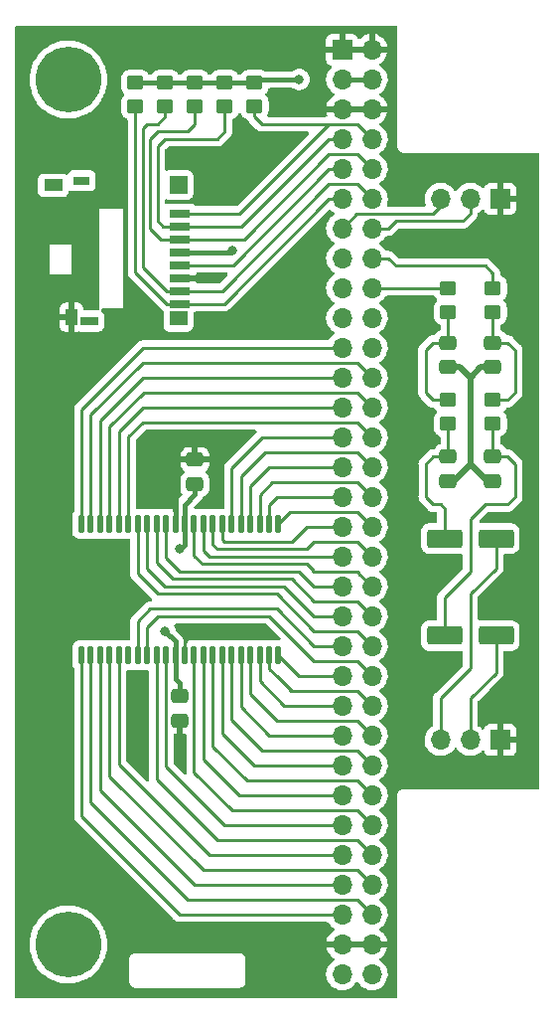
<source format=gbr>
%TF.GenerationSoftware,KiCad,Pcbnew,(6.0.4)*%
%TF.CreationDate,2022-04-07T10:44:55+02:00*%
%TF.ProjectId,srambrd,7372616d-6272-4642-9e6b-696361645f70,rev?*%
%TF.SameCoordinates,Original*%
%TF.FileFunction,Copper,L1,Top*%
%TF.FilePolarity,Positive*%
%FSLAX46Y46*%
G04 Gerber Fmt 4.6, Leading zero omitted, Abs format (unit mm)*
G04 Created by KiCad (PCBNEW (6.0.4)) date 2022-04-07 10:44:55*
%MOMM*%
%LPD*%
G01*
G04 APERTURE LIST*
G04 Aperture macros list*
%AMRoundRect*
0 Rectangle with rounded corners*
0 $1 Rounding radius*
0 $2 $3 $4 $5 $6 $7 $8 $9 X,Y pos of 4 corners*
0 Add a 4 corners polygon primitive as box body*
4,1,4,$2,$3,$4,$5,$6,$7,$8,$9,$2,$3,0*
0 Add four circle primitives for the rounded corners*
1,1,$1+$1,$2,$3*
1,1,$1+$1,$4,$5*
1,1,$1+$1,$6,$7*
1,1,$1+$1,$8,$9*
0 Add four rect primitives between the rounded corners*
20,1,$1+$1,$2,$3,$4,$5,0*
20,1,$1+$1,$4,$5,$6,$7,0*
20,1,$1+$1,$6,$7,$8,$9,0*
20,1,$1+$1,$8,$9,$2,$3,0*%
G04 Aperture macros list end*
%TA.AperFunction,SMDPad,CuDef*%
%ADD10RoundRect,0.250000X-0.450000X0.350000X-0.450000X-0.350000X0.450000X-0.350000X0.450000X0.350000X0*%
%TD*%
%TA.AperFunction,SMDPad,CuDef*%
%ADD11RoundRect,0.250000X-1.250000X-0.550000X1.250000X-0.550000X1.250000X0.550000X-1.250000X0.550000X0*%
%TD*%
%TA.AperFunction,ComponentPad*%
%ADD12R,1.700000X1.700000*%
%TD*%
%TA.AperFunction,ComponentPad*%
%ADD13O,1.700000X1.700000*%
%TD*%
%TA.AperFunction,SMDPad,CuDef*%
%ADD14RoundRect,0.250000X0.475000X-0.337500X0.475000X0.337500X-0.475000X0.337500X-0.475000X-0.337500X0*%
%TD*%
%TA.AperFunction,ComponentPad*%
%ADD15C,5.600000*%
%TD*%
%TA.AperFunction,SMDPad,CuDef*%
%ADD16RoundRect,0.137500X-0.137500X0.625000X-0.137500X-0.625000X0.137500X-0.625000X0.137500X0.625000X0*%
%TD*%
%TA.AperFunction,SMDPad,CuDef*%
%ADD17RoundRect,0.250000X-0.475000X0.337500X-0.475000X-0.337500X0.475000X-0.337500X0.475000X0.337500X0*%
%TD*%
%TA.AperFunction,SMDPad,CuDef*%
%ADD18R,1.750000X0.700000*%
%TD*%
%TA.AperFunction,SMDPad,CuDef*%
%ADD19R,1.000000X1.450000*%
%TD*%
%TA.AperFunction,SMDPad,CuDef*%
%ADD20R,1.550000X1.000000*%
%TD*%
%TA.AperFunction,SMDPad,CuDef*%
%ADD21R,1.400000X0.800000*%
%TD*%
%TA.AperFunction,SMDPad,CuDef*%
%ADD22R,1.500000X1.300000*%
%TD*%
%TA.AperFunction,SMDPad,CuDef*%
%ADD23R,1.500000X0.800000*%
%TD*%
%TA.AperFunction,SMDPad,CuDef*%
%ADD24R,1.500000X1.500000*%
%TD*%
%TA.AperFunction,ViaPad*%
%ADD25C,0.800000*%
%TD*%
%TA.AperFunction,Conductor*%
%ADD26C,0.400000*%
%TD*%
%TA.AperFunction,Conductor*%
%ADD27C,0.250000*%
%TD*%
%TA.AperFunction,Conductor*%
%ADD28C,0.500000*%
%TD*%
G04 APERTURE END LIST*
D10*
%TO.P,R5,1*%
%TO.N,3v3*%
X113665000Y-65040000D03*
%TO.P,R5,2*%
%TO.N,SD_DAT1*%
X113665000Y-67040000D03*
%TD*%
D11*
%TO.P,C7,1*%
%TO.N,Net-(C5-Pad1)*%
X140040000Y-112123269D03*
%TO.P,C7,2*%
%TO.N,AUDIO_L*%
X144440000Y-112123269D03*
%TD*%
D10*
%TO.P,R4,1*%
%TO.N,3v3*%
X116205000Y-65040000D03*
%TO.P,R4,2*%
%TO.N,SD_DAT0*%
X116205000Y-67040000D03*
%TD*%
D12*
%TO.P,J3,1,Pin_1*%
%TO.N,GND*%
X144780000Y-74930000D03*
D13*
%TO.P,J3,2,Pin_2*%
%TO.N,RX*%
X142240000Y-74930000D03*
%TO.P,J3,3,Pin_3*%
%TO.N,TX*%
X139700000Y-74930000D03*
%TD*%
D14*
%TO.P,C4,1*%
%TO.N,Net-(C3-Pad2)*%
X140335000Y-89263269D03*
%TO.P,C4,2*%
%TO.N,Net-(C4-Pad2)*%
X140335000Y-87188269D03*
%TD*%
D15*
%TO.P,H1,1*%
%TO.N,N/C*%
X107950000Y-64770000D03*
%TD*%
D10*
%TO.P,R6,1*%
%TO.N,PWM_L*%
X144145000Y-82548269D03*
%TO.P,R6,2*%
%TO.N,Net-(C3-Pad1)*%
X144145000Y-84548269D03*
%TD*%
D12*
%TO.P,J4,1,Pin_1*%
%TO.N,GND*%
X144780000Y-121013269D03*
D13*
%TO.P,J4,2,Pin_2*%
%TO.N,AUDIO_L*%
X142240000Y-121013269D03*
%TO.P,J4,3,Pin_3*%
%TO.N,AUDIO_R*%
X139700000Y-121013269D03*
%TD*%
D10*
%TO.P,R9,1*%
%TO.N,Net-(C4-Pad2)*%
X140335000Y-92073269D03*
%TO.P,R9,2*%
%TO.N,Net-(C6-Pad2)*%
X140335000Y-94073269D03*
%TD*%
%TO.P,R1,1*%
%TO.N,3v3*%
X123825000Y-65040000D03*
%TO.P,R1,2*%
%TO.N,SD_DAT2*%
X123825000Y-67040000D03*
%TD*%
D14*
%TO.P,C2,1*%
%TO.N,3v3*%
X118745000Y-99230000D03*
%TO.P,C2,2*%
%TO.N,GND*%
X118745000Y-97155000D03*
%TD*%
D16*
%TO.P,U1,1,A0*%
%TO.N,A0*%
X125875000Y-102616500D03*
%TO.P,U1,2,A1*%
%TO.N,A1*%
X125075000Y-102616500D03*
%TO.P,U1,3,A2*%
%TO.N,A2*%
X124275000Y-102616500D03*
%TO.P,U1,4,A3*%
%TO.N,A3*%
X123475000Y-102616500D03*
%TO.P,U1,5,A4*%
%TO.N,A4*%
X122675000Y-102616500D03*
%TO.P,U1,6,~CE~*%
%TO.N,CE_N*%
X121875000Y-102616500D03*
%TO.P,U1,7,I/O0*%
%TO.N,D0*%
X121075000Y-102616500D03*
%TO.P,U1,8,I/O1*%
%TO.N,D1*%
X120275000Y-102616500D03*
%TO.P,U1,9,I/O2*%
%TO.N,D2*%
X119475000Y-102616500D03*
%TO.P,U1,10,I/O3*%
%TO.N,D3*%
X118675000Y-102616500D03*
%TO.P,U1,11,VDD*%
%TO.N,3v3*%
X117875000Y-102616500D03*
%TO.P,U1,12,GND*%
%TO.N,GND*%
X117075000Y-102616500D03*
%TO.P,U1,13,I/O4*%
%TO.N,D4*%
X116275000Y-102616500D03*
%TO.P,U1,14,I/O5*%
%TO.N,D5*%
X115475000Y-102616500D03*
%TO.P,U1,15,I/O6*%
%TO.N,D6*%
X114675000Y-102616500D03*
%TO.P,U1,16,I/O7*%
%TO.N,D7*%
X113875000Y-102616500D03*
%TO.P,U1,17,~WE~*%
%TO.N,WE_N*%
X113075000Y-102616500D03*
%TO.P,U1,18,A5*%
%TO.N,A5*%
X112275000Y-102616500D03*
%TO.P,U1,19,A6*%
%TO.N,A6*%
X111475000Y-102616500D03*
%TO.P,U1,20,A7*%
%TO.N,A7*%
X110675000Y-102616500D03*
%TO.P,U1,21,A8*%
%TO.N,A8*%
X109875000Y-102616500D03*
%TO.P,U1,22,A9*%
%TO.N,A9*%
X109075000Y-102616500D03*
%TO.P,U1,23,A10*%
%TO.N,A10*%
X109075000Y-113791500D03*
%TO.P,U1,24,A11*%
%TO.N,A11*%
X109875000Y-113791500D03*
%TO.P,U1,25,A12*%
%TO.N,A12*%
X110675000Y-113791500D03*
%TO.P,U1,26,A13*%
%TO.N,A13*%
X111475000Y-113791500D03*
%TO.P,U1,27,A14*%
%TO.N,A14*%
X112275000Y-113791500D03*
%TO.P,U1,28*%
%TO.N,N/C*%
X113075000Y-113791500D03*
%TO.P,U1,29,I/O8*%
%TO.N,D8*%
X113875000Y-113791500D03*
%TO.P,U1,30,I/O9*%
%TO.N,D9*%
X114675000Y-113791500D03*
%TO.P,U1,31,I/O10*%
%TO.N,D10*%
X115475000Y-113791500D03*
%TO.P,U1,32,I/O11*%
%TO.N,D11*%
X116275000Y-113791500D03*
%TO.P,U1,33,VDD*%
%TO.N,3v3*%
X117075000Y-113791500D03*
%TO.P,U1,34,GND*%
%TO.N,GND*%
X117875000Y-113791500D03*
%TO.P,U1,35,I/O12*%
%TO.N,D12*%
X118675000Y-113791500D03*
%TO.P,U1,36,I/O13*%
%TO.N,D13*%
X119475000Y-113791500D03*
%TO.P,U1,37,I/O14*%
%TO.N,D14*%
X120275000Y-113791500D03*
%TO.P,U1,38,I/O15*%
%TO.N,D15*%
X121075000Y-113791500D03*
%TO.P,U1,39,~LB~*%
%TO.N,LB_N*%
X121875000Y-113791500D03*
%TO.P,U1,40,~UB~*%
%TO.N,UB_N*%
X122675000Y-113791500D03*
%TO.P,U1,41,~OE~*%
%TO.N,OE_N*%
X123475000Y-113791500D03*
%TO.P,U1,42,A15*%
%TO.N,A15*%
X124275000Y-113791500D03*
%TO.P,U1,43,A16*%
%TO.N,A16*%
X125075000Y-113791500D03*
%TO.P,U1,44,A17*%
%TO.N,A17*%
X125875000Y-113791500D03*
%TD*%
D10*
%TO.P,R3,1*%
%TO.N,3v3*%
X118745000Y-65040000D03*
%TO.P,R3,2*%
%TO.N,SD_CMD*%
X118745000Y-67040000D03*
%TD*%
D17*
%TO.P,C1,1*%
%TO.N,3v3*%
X117475000Y-117305000D03*
%TO.P,C1,2*%
%TO.N,GND*%
X117475000Y-119380000D03*
%TD*%
D11*
%TO.P,C8,1*%
%TO.N,Net-(C6-Pad2)*%
X140040000Y-103868269D03*
%TO.P,C8,2*%
%TO.N,AUDIO_R*%
X144440000Y-103868269D03*
%TD*%
D14*
%TO.P,C6,1*%
%TO.N,Net-(C3-Pad2)*%
X140335000Y-98958269D03*
%TO.P,C6,2*%
%TO.N,Net-(C6-Pad2)*%
X140335000Y-96883269D03*
%TD*%
D17*
%TO.P,C5,1*%
%TO.N,Net-(C5-Pad1)*%
X144145000Y-96883269D03*
%TO.P,C5,2*%
%TO.N,Net-(C3-Pad2)*%
X144145000Y-98958269D03*
%TD*%
D10*
%TO.P,R7,1*%
%TO.N,PWM_R*%
X140335000Y-82548269D03*
%TO.P,R7,2*%
%TO.N,Net-(C4-Pad2)*%
X140335000Y-84548269D03*
%TD*%
D15*
%TO.P,H2,1*%
%TO.N,N/C*%
X107950000Y-138430000D03*
%TD*%
D17*
%TO.P,C3,1*%
%TO.N,Net-(C3-Pad1)*%
X144145000Y-87188269D03*
%TO.P,C3,2*%
%TO.N,Net-(C3-Pad2)*%
X144145000Y-89263269D03*
%TD*%
D10*
%TO.P,R8,1*%
%TO.N,Net-(C3-Pad1)*%
X144145000Y-92073269D03*
%TO.P,R8,2*%
%TO.N,Net-(C5-Pad1)*%
X144145000Y-94073269D03*
%TD*%
%TO.P,R2,1*%
%TO.N,3v3*%
X121285000Y-65040000D03*
%TO.P,R2,2*%
%TO.N,SD_DAT3*%
X121285000Y-67040000D03*
%TD*%
D18*
%TO.P,J2,1,DAT2*%
%TO.N,SD_DAT2*%
X117465000Y-76180000D03*
%TO.P,J2,2,DAT3/CD*%
%TO.N,SD_DAT3*%
X117465000Y-77280000D03*
%TO.P,J2,3,CMD*%
%TO.N,SD_CMD*%
X117465000Y-78380000D03*
%TO.P,J2,4,VDD*%
%TO.N,3v3*%
X117465000Y-79480000D03*
%TO.P,J2,5,CLK*%
%TO.N,SD_CLK*%
X117465000Y-80580000D03*
%TO.P,J2,6,VSS*%
%TO.N,GND*%
X117465000Y-81680000D03*
%TO.P,J2,7,DAT0*%
%TO.N,SD_DAT0*%
X117465000Y-82780000D03*
%TO.P,J2,8,DAT1*%
%TO.N,SD_DAT1*%
X117465000Y-83880000D03*
D19*
%TO.P,J2,9,SHIELD*%
%TO.N,GND*%
X108240000Y-85005000D03*
D20*
%TO.P,J2,10*%
%TO.N,N/C*%
X106665000Y-73780000D03*
D21*
%TO.P,J2,11*%
X109090000Y-73380000D03*
D22*
X117340000Y-85080000D03*
D23*
X109740000Y-85330000D03*
D24*
X117340000Y-73730000D03*
%TD*%
D12*
%TO.P,J1,1,Pin_1*%
%TO.N,GND*%
X131298000Y-62225000D03*
D13*
%TO.P,J1,2,Pin_2*%
X133838000Y-62225000D03*
%TO.P,J1,3,Pin_3*%
%TO.N,3v3*%
X131298000Y-64765000D03*
%TO.P,J1,4,Pin_4*%
X133838000Y-64765000D03*
%TO.P,J1,5,Pin_5*%
%TO.N,GND*%
X131298000Y-67305000D03*
%TO.P,J1,6,Pin_6*%
X133838000Y-67305000D03*
%TO.P,J1,7,Pin_7*%
%TO.N,SD_DAT3*%
X131298000Y-69845000D03*
%TO.P,J1,8,Pin_8*%
%TO.N,SD_DAT2*%
X133838000Y-69845000D03*
%TO.P,J1,9,Pin_9*%
%TO.N,SD_CLK*%
X131298000Y-72385000D03*
%TO.P,J1,10,Pin_10*%
%TO.N,SD_CMD*%
X133838000Y-72385000D03*
%TO.P,J1,11,Pin_11*%
%TO.N,SD_DAT1*%
X131298000Y-74925000D03*
%TO.P,J1,12,Pin_12*%
%TO.N,SD_DAT0*%
X133838000Y-74925000D03*
%TO.P,J1,13,Pin_13*%
%TO.N,TX*%
X131298000Y-77465000D03*
%TO.P,J1,14,Pin_14*%
%TO.N,RX*%
X133838000Y-77465000D03*
%TO.P,J1,15,Pin_15*%
%TO.N,unconnected-(J1-Pad15)*%
X131298000Y-80005000D03*
%TO.P,J1,16,Pin_16*%
%TO.N,PWM_L*%
X133838000Y-80005000D03*
%TO.P,J1,17,Pin_17*%
%TO.N,unconnected-(J1-Pad17)*%
X131298000Y-82545000D03*
%TO.P,J1,18,Pin_18*%
%TO.N,PWM_R*%
X133838000Y-82545000D03*
%TO.P,J1,19,Pin_19*%
%TO.N,unconnected-(J1-Pad19)*%
X131298000Y-85085000D03*
%TO.P,J1,20,Pin_20*%
%TO.N,unconnected-(J1-Pad20)*%
X133838000Y-85085000D03*
%TO.P,J1,21,Pin_21*%
%TO.N,A9*%
X131298000Y-87625000D03*
%TO.P,J1,22,Pin_22*%
%TO.N,unconnected-(J1-Pad22)*%
X133838000Y-87625000D03*
%TO.P,J1,23,Pin_23*%
%TO.N,A7*%
X131298000Y-90165000D03*
%TO.P,J1,24,Pin_24*%
%TO.N,A8*%
X133838000Y-90165000D03*
%TO.P,J1,25,Pin_25*%
%TO.N,A5*%
X131298000Y-92705000D03*
%TO.P,J1,26,Pin_26*%
%TO.N,A6*%
X133838000Y-92705000D03*
%TO.P,J1,27,Pin_27*%
%TO.N,CE_N*%
X131298000Y-95245000D03*
%TO.P,J1,28,Pin_28*%
%TO.N,WE_N*%
X133838000Y-95245000D03*
%TO.P,J1,29,Pin_29*%
%TO.N,A3*%
X131298000Y-97785000D03*
%TO.P,J1,30,Pin_30*%
%TO.N,A4*%
X133838000Y-97785000D03*
%TO.P,J1,31,Pin_31*%
%TO.N,A1*%
X131298000Y-100325000D03*
%TO.P,J1,32,Pin_32*%
%TO.N,A2*%
X133838000Y-100325000D03*
%TO.P,J1,33,Pin_33*%
%TO.N,D0*%
X131298000Y-102865000D03*
%TO.P,J1,34,Pin_34*%
%TO.N,A0*%
X133838000Y-102865000D03*
%TO.P,J1,35,Pin_35*%
%TO.N,D2*%
X131298000Y-105405000D03*
%TO.P,J1,36,Pin_36*%
%TO.N,D1*%
X133838000Y-105405000D03*
%TO.P,J1,37,Pin_37*%
%TO.N,D4*%
X131298000Y-107945000D03*
%TO.P,J1,38,Pin_38*%
%TO.N,D3*%
X133838000Y-107945000D03*
%TO.P,J1,39,Pin_39*%
%TO.N,D6*%
X131298000Y-110485000D03*
%TO.P,J1,40,Pin_40*%
%TO.N,D5*%
X133838000Y-110485000D03*
%TO.P,J1,41,Pin_41*%
%TO.N,D8*%
X131298000Y-113025000D03*
%TO.P,J1,42,Pin_42*%
%TO.N,D7*%
X133838000Y-113025000D03*
%TO.P,J1,43,Pin_43*%
%TO.N,A17*%
X131298000Y-115565000D03*
%TO.P,J1,44,Pin_44*%
%TO.N,D9*%
X133838000Y-115565000D03*
%TO.P,J1,45,Pin_45*%
%TO.N,A15*%
X131298000Y-118105000D03*
%TO.P,J1,46,Pin_46*%
%TO.N,A16*%
X133838000Y-118105000D03*
%TO.P,J1,47,Pin_47*%
%TO.N,UB_N*%
X131298000Y-120645000D03*
%TO.P,J1,48,Pin_48*%
%TO.N,OE_N*%
X133838000Y-120645000D03*
%TO.P,J1,49,Pin_49*%
%TO.N,D15*%
X131298000Y-123185000D03*
%TO.P,J1,50,Pin_50*%
%TO.N,LB_N*%
X133838000Y-123185000D03*
%TO.P,J1,51,Pin_51*%
%TO.N,D13*%
X131298000Y-125725000D03*
%TO.P,J1,52,Pin_52*%
%TO.N,D14*%
X133838000Y-125725000D03*
%TO.P,J1,53,Pin_53*%
%TO.N,D11*%
X131298000Y-128265000D03*
%TO.P,J1,54,Pin_54*%
%TO.N,D12*%
X133838000Y-128265000D03*
%TO.P,J1,55,Pin_55*%
%TO.N,A14*%
X131298000Y-130805000D03*
%TO.P,J1,56,Pin_56*%
%TO.N,D10*%
X133838000Y-130805000D03*
%TO.P,J1,57,Pin_57*%
%TO.N,A12*%
X131298000Y-133345000D03*
%TO.P,J1,58,Pin_58*%
%TO.N,A13*%
X133838000Y-133345000D03*
%TO.P,J1,59,Pin_59*%
%TO.N,A10*%
X131298000Y-135885000D03*
%TO.P,J1,60,Pin_60*%
%TO.N,A11*%
X133838000Y-135885000D03*
%TO.P,J1,61,Pin_61*%
%TO.N,GND*%
X131298000Y-138425000D03*
%TO.P,J1,62,Pin_62*%
X133838000Y-138425000D03*
%TO.P,J1,63,Pin_63*%
%TO.N,unconnected-(J1-Pad63)*%
X131298000Y-140965000D03*
%TO.P,J1,64,Pin_64*%
%TO.N,unconnected-(J1-Pad64)*%
X133838000Y-140965000D03*
%TD*%
D25*
%TO.N,GND*%
X120015000Y-81658768D03*
X127635000Y-83820000D03*
X137160000Y-107315000D03*
X117475000Y-121285000D03*
X105410000Y-99695000D03*
X123190000Y-111760000D03*
X117475000Y-122555000D03*
X120015000Y-71755000D03*
X118745000Y-137795000D03*
X114935000Y-95885000D03*
X105410000Y-102235000D03*
X122555000Y-137795000D03*
X121285000Y-111760000D03*
X137160000Y-95250000D03*
X121285000Y-95885000D03*
X105410000Y-104775000D03*
X114935000Y-137795000D03*
X113869885Y-117563638D03*
%TO.N,3v3*%
X117475000Y-104775000D03*
X127632501Y-64767501D03*
X121935299Y-79375000D03*
X116205000Y-111760000D03*
%TD*%
D26*
%TO.N,GND*%
X117075000Y-98025000D02*
X114935000Y-95885000D01*
D27*
X117875000Y-113791500D02*
X117875000Y-112630000D01*
D26*
X117075000Y-102616500D02*
X117075000Y-98025000D01*
D27*
X118745000Y-111760000D02*
X121285000Y-111760000D01*
X117875000Y-112630000D02*
X118745000Y-111760000D01*
D26*
%TO.N,3v3*%
X117475000Y-116205000D02*
X117475000Y-117305000D01*
X118745000Y-100097500D02*
X118745000Y-99230000D01*
X117475000Y-116205000D02*
X117075000Y-115805000D01*
X113665000Y-65040000D02*
X116205000Y-65040000D01*
D27*
X121830299Y-79480000D02*
X121935299Y-79375000D01*
D26*
X117875000Y-104375000D02*
X117475000Y-104775000D01*
X117875000Y-102616500D02*
X117875000Y-104375000D01*
X118745000Y-65040000D02*
X121285000Y-65040000D01*
X117875000Y-100967500D02*
X118745000Y-100097500D01*
X121285000Y-65040000D02*
X123825000Y-65040000D01*
X117875000Y-102616500D02*
X117875000Y-100967500D01*
X116205000Y-111760000D02*
X117075000Y-112630000D01*
X123827499Y-64767501D02*
X127632501Y-64767501D01*
X116205000Y-65040000D02*
X118745000Y-65040000D01*
X131298000Y-64765000D02*
X133838000Y-64765000D01*
X117075000Y-115805000D02*
X117075000Y-113791500D01*
D27*
X123825000Y-65040000D02*
X123825000Y-64770000D01*
X123825000Y-64770000D02*
X123827499Y-64767501D01*
D26*
X117465000Y-79480000D02*
X121830299Y-79480000D01*
X117075000Y-112630000D02*
X117075000Y-113791500D01*
D27*
%TO.N,A0*%
X132573000Y-101600000D02*
X126891500Y-101600000D01*
X126891500Y-101600000D02*
X125875000Y-102616500D01*
X133838000Y-102865000D02*
X132573000Y-101600000D01*
%TO.N,A1*%
X131298000Y-100325000D02*
X125735000Y-100325000D01*
X125075000Y-100985000D02*
X125075000Y-102616500D01*
X125735000Y-100325000D02*
X125075000Y-100985000D01*
%TO.N,A2*%
X125360000Y-99060000D02*
X124275000Y-100145000D01*
X124275000Y-100145000D02*
X124275000Y-102616500D01*
X132573000Y-99060000D02*
X125360000Y-99060000D01*
X133838000Y-100325000D02*
X132573000Y-99060000D01*
%TO.N,A3*%
X131298000Y-97785000D02*
X125100000Y-97785000D01*
X125100000Y-97785000D02*
X123475000Y-99410000D01*
X123475000Y-99410000D02*
X123475000Y-102616500D01*
%TO.N,A4*%
X122675000Y-98545000D02*
X122675000Y-102616500D01*
X124700000Y-96520000D02*
X122675000Y-98545000D01*
X133838000Y-97785000D02*
X132573000Y-96520000D01*
X132573000Y-96520000D02*
X124700000Y-96520000D01*
%TO.N,A5*%
X131298000Y-92705000D02*
X114305000Y-92705000D01*
X112275000Y-94735000D02*
X112275000Y-102616500D01*
X114305000Y-92705000D02*
X112275000Y-94735000D01*
%TO.N,A6*%
X111475000Y-102616500D02*
X111475000Y-94330000D01*
X133838000Y-92705000D02*
X132573000Y-91440000D01*
X114365000Y-91440000D02*
X111475000Y-94330000D01*
X132573000Y-91440000D02*
X114365000Y-91440000D01*
%TO.N,A7*%
X110675000Y-93795000D02*
X110675000Y-102616500D01*
X131298000Y-90165000D02*
X114305000Y-90165000D01*
X114305000Y-90165000D02*
X110675000Y-93795000D01*
%TO.N,A8*%
X133838000Y-90165000D02*
X132573000Y-88900000D01*
X109875000Y-102616500D02*
X109875000Y-93325000D01*
X114300000Y-88900000D02*
X109875000Y-93325000D01*
X132573000Y-88900000D02*
X114300000Y-88900000D01*
%TO.N,A9*%
X109075000Y-92855000D02*
X109075000Y-102616500D01*
X114305000Y-87625000D02*
X109075000Y-92855000D01*
X131298000Y-87625000D02*
X114305000Y-87625000D01*
%TO.N,A10*%
X131298000Y-135885000D02*
X117470000Y-135885000D01*
X117470000Y-135885000D02*
X109075000Y-127490000D01*
X109075000Y-127490000D02*
X109075000Y-113791500D01*
%TO.N,A11*%
X118110000Y-134620000D02*
X109855000Y-126365000D01*
X132573000Y-134620000D02*
X118110000Y-134620000D01*
X133838000Y-135885000D02*
X132573000Y-134620000D01*
X109855000Y-126365000D02*
X109855000Y-124460000D01*
X109855000Y-124460000D02*
X109875000Y-113791500D01*
%TO.N,A12*%
X110675000Y-125280000D02*
X110675000Y-113791500D01*
X118740000Y-133345000D02*
X110675000Y-125280000D01*
X131298000Y-133345000D02*
X118740000Y-133345000D01*
%TO.N,A13*%
X111475000Y-124110000D02*
X111475000Y-113791500D01*
X119445000Y-132080000D02*
X111475000Y-124110000D01*
X132573000Y-132080000D02*
X119445000Y-132080000D01*
X133838000Y-133345000D02*
X132573000Y-132080000D01*
%TO.N,A14*%
X120010000Y-130805000D02*
X112275000Y-123070000D01*
X112275000Y-123070000D02*
X112275000Y-113791500D01*
X131298000Y-130805000D02*
X120010000Y-130805000D01*
%TO.N,A15*%
X124275000Y-116020718D02*
X124275000Y-113791500D01*
X126359282Y-118105000D02*
X124275000Y-116020718D01*
X131298000Y-118105000D02*
X126359282Y-118105000D01*
%TO.N,A16*%
X133838000Y-118105000D02*
X132573000Y-116840000D01*
X125750000Y-115590000D02*
X125710000Y-115590000D01*
X125710000Y-115590000D02*
X125075000Y-114955000D01*
X127000000Y-116840000D02*
X125750000Y-115590000D01*
X125075000Y-114955000D02*
X125075000Y-113791500D01*
X132573000Y-116840000D02*
X127000000Y-116840000D01*
X126960000Y-116840000D02*
X125710000Y-115590000D01*
%TO.N,A17*%
X131298000Y-115565000D02*
X127648500Y-115565000D01*
X127648500Y-115565000D02*
X125875000Y-113791500D01*
%TO.N,D0*%
X128275000Y-102865000D02*
X127000000Y-104140000D01*
X121075000Y-103930000D02*
X121075000Y-102616500D01*
X131298000Y-102865000D02*
X128275000Y-102865000D01*
X121285000Y-104140000D02*
X121075000Y-103930000D01*
X127000000Y-104140000D02*
X121285000Y-104140000D01*
%TO.N,D1*%
X128270000Y-104775000D02*
X120650000Y-104775000D01*
X132573000Y-104140000D02*
X128905000Y-104140000D01*
X120650000Y-104775000D02*
X120275000Y-104400000D01*
X133838000Y-105405000D02*
X132573000Y-104140000D01*
X128905000Y-104140000D02*
X128270000Y-104775000D01*
X120275000Y-104400000D02*
X120275000Y-102616500D01*
%TO.N,D2*%
X119475000Y-102616500D02*
X119475000Y-104860000D01*
X131298000Y-105405000D02*
X120020000Y-105405000D01*
X119475000Y-104860000D02*
X120020000Y-105405000D01*
%TO.N,D3*%
X132715000Y-106822000D02*
X132715000Y-106680000D01*
X119380000Y-106045000D02*
X118675000Y-105340000D01*
X128270000Y-106045000D02*
X119380000Y-106045000D01*
X133838000Y-107945000D02*
X132715000Y-106822000D01*
X128905000Y-106680000D02*
X128270000Y-106045000D01*
X128905000Y-106579511D02*
X128270000Y-106045000D01*
X118675000Y-105340000D02*
X118675000Y-102616500D01*
X132715000Y-106680000D02*
X128905000Y-106680000D01*
%TO.N,D4*%
X117475000Y-106680000D02*
X116275000Y-105480000D01*
X127635000Y-106680000D02*
X117475000Y-106680000D01*
X131298000Y-107945000D02*
X128900000Y-107945000D01*
X116275000Y-105480000D02*
X116275000Y-102616500D01*
X128900000Y-107945000D02*
X127635000Y-106680000D01*
%TO.N,D5*%
X128905000Y-109220000D02*
X127000000Y-107315000D01*
X133838000Y-110485000D02*
X132573000Y-109220000D01*
X132573000Y-109220000D02*
X128905000Y-109220000D01*
X127000000Y-107315000D02*
X116840000Y-107315000D01*
X116840000Y-107315000D02*
X115475000Y-105950000D01*
X115475000Y-105950000D02*
X115475000Y-102616500D01*
%TO.N,D6*%
X116205000Y-107950000D02*
X114675000Y-106420000D01*
X114675000Y-106420000D02*
X114675000Y-102616500D01*
X131298000Y-110485000D02*
X128900000Y-110485000D01*
X128900000Y-110485000D02*
X126365000Y-107950000D01*
X126365000Y-107950000D02*
X116205000Y-107950000D01*
%TO.N,D7*%
X128905000Y-111760000D02*
X125730000Y-108585000D01*
X133838000Y-113025000D02*
X132573000Y-111760000D01*
X113875000Y-106890000D02*
X113875000Y-102616500D01*
X115570000Y-108585000D02*
X113875000Y-106890000D01*
X132573000Y-111760000D02*
X128905000Y-111760000D01*
X125730000Y-108585000D02*
X115570000Y-108585000D01*
%TO.N,D8*%
X113875000Y-110915000D02*
X113875000Y-113791500D01*
X131298000Y-113025000D02*
X128910000Y-113025000D01*
X128910000Y-113025000D02*
X128905000Y-113030000D01*
X125730000Y-109855000D02*
X114935000Y-109855000D01*
X128905000Y-113030000D02*
X125730000Y-109855000D01*
X114935000Y-109855000D02*
X113875000Y-110915000D01*
%TO.N,D9*%
X114675000Y-111385000D02*
X114675000Y-113791500D01*
X133838000Y-115565000D02*
X132573000Y-114300000D01*
X132573000Y-114300000D02*
X128905000Y-114300000D01*
X125095000Y-110490000D02*
X115570000Y-110490000D01*
X115570000Y-110490000D02*
X114675000Y-111385000D01*
X128905000Y-114300000D02*
X125095000Y-110490000D01*
%TO.N,D10*%
X133838000Y-130805000D02*
X132573000Y-129540000D01*
X120650000Y-129540000D02*
X115475000Y-124365000D01*
X132573000Y-129540000D02*
X120650000Y-129540000D01*
X115475000Y-124365000D02*
X115475000Y-113791500D01*
%TO.N,D11*%
X131298000Y-128265000D02*
X121280000Y-128265000D01*
X116275000Y-123260000D02*
X116275000Y-113791500D01*
X121280000Y-128265000D02*
X116275000Y-123260000D01*
%TO.N,D12*%
X118675000Y-113791500D02*
X118675000Y-123755000D01*
X121920000Y-127000000D02*
X132573000Y-127000000D01*
X118675000Y-123755000D02*
X121920000Y-127000000D01*
X132573000Y-127000000D02*
X133838000Y-128265000D01*
%TO.N,D13*%
X119475000Y-122650000D02*
X119475000Y-113791500D01*
X122550000Y-125725000D02*
X119475000Y-122650000D01*
X131298000Y-125725000D02*
X122550000Y-125725000D01*
%TO.N,D14*%
X133838000Y-125725000D02*
X132573000Y-124460000D01*
X132573000Y-124460000D02*
X123190000Y-124460000D01*
X120275000Y-121545000D02*
X120275000Y-113791500D01*
X123190000Y-124460000D02*
X120275000Y-121545000D01*
%TO.N,D15*%
X123820000Y-123185000D02*
X121075000Y-120440000D01*
X131298000Y-123185000D02*
X123820000Y-123185000D01*
X121075000Y-120440000D02*
X121075000Y-113791500D01*
%TO.N,CE_N*%
X121875000Y-97835000D02*
X121875000Y-102616500D01*
X124465000Y-95245000D02*
X121875000Y-97835000D01*
X131298000Y-95245000D02*
X124465000Y-95245000D01*
%TO.N,WE_N*%
X132573000Y-93980000D02*
X114300000Y-93980000D01*
X114300000Y-93980000D02*
X113075000Y-95205000D01*
X113075000Y-95205000D02*
X113075000Y-102616500D01*
X133838000Y-95245000D02*
X132573000Y-93980000D01*
%TO.N,OE_N*%
X132573000Y-119380000D02*
X125729282Y-119380000D01*
X133838000Y-120645000D02*
X132573000Y-119380000D01*
X125729282Y-119380000D02*
X123475000Y-117125718D01*
X123475000Y-117125718D02*
X123475000Y-113791500D01*
%TO.N,UB_N*%
X131298000Y-120645000D02*
X125089282Y-120645000D01*
X122675000Y-118230718D02*
X122675000Y-113791500D01*
X125089282Y-120645000D02*
X122675000Y-118230718D01*
%TO.N,LB_N*%
X132573000Y-121920000D02*
X124460000Y-121920000D01*
X133838000Y-123185000D02*
X132573000Y-121920000D01*
X121875000Y-119335000D02*
X121875000Y-113791500D01*
X124460000Y-121920000D02*
X121875000Y-119335000D01*
%TO.N,PWM_L*%
X135260000Y-80005000D02*
X135890000Y-80635000D01*
X133838000Y-80005000D02*
X135260000Y-80005000D01*
X143510000Y-80645000D02*
X144145000Y-81280000D01*
X144145000Y-81280000D02*
X144145000Y-82548269D01*
X135890000Y-80635000D02*
X135890000Y-80645000D01*
X135890000Y-80645000D02*
X143510000Y-80645000D01*
%TO.N,PWM_R*%
X135260000Y-82545000D02*
X135263269Y-82548269D01*
X135263269Y-82548269D02*
X140335000Y-82548269D01*
X133838000Y-82545000D02*
X135260000Y-82545000D01*
%TO.N,SD_DAT3*%
X115570000Y-76835000D02*
X115570000Y-70485000D01*
X121285000Y-69215000D02*
X121285000Y-67040000D01*
X122745000Y-77280000D02*
X117465000Y-77280000D01*
X120650000Y-69850000D02*
X121285000Y-69215000D01*
X130180000Y-69845000D02*
X122745000Y-77280000D01*
X116205000Y-69850000D02*
X120650000Y-69850000D01*
X115570000Y-70485000D02*
X116205000Y-69850000D01*
X131298000Y-69845000D02*
X130180000Y-69845000D01*
X116015000Y-77280000D02*
X115570000Y-76835000D01*
X117465000Y-77280000D02*
X116015000Y-77280000D01*
%TO.N,SD_CMD*%
X115570000Y-69215000D02*
X118110000Y-69215000D01*
X132573000Y-71120000D02*
X130175000Y-71120000D01*
X115845000Y-78380000D02*
X114935000Y-77470000D01*
X114935000Y-77470000D02*
X114935000Y-69850000D01*
X122915000Y-78380000D02*
X117465000Y-78380000D01*
X130175000Y-71120000D02*
X122915000Y-78380000D01*
X118745000Y-68580000D02*
X118745000Y-67040000D01*
X133838000Y-72385000D02*
X132573000Y-71120000D01*
X117465000Y-78380000D02*
X115845000Y-78380000D01*
X114935000Y-69850000D02*
X115570000Y-69215000D01*
X118110000Y-69215000D02*
X118745000Y-68580000D01*
%TO.N,SD_CLK*%
X131298000Y-72385000D02*
X130180000Y-72385000D01*
X130180000Y-72385000D02*
X121985000Y-80580000D01*
X121985000Y-80580000D02*
X121350000Y-80580000D01*
X117465000Y-80580000D02*
X121350000Y-80580000D01*
%TO.N,SD_DAT0*%
X114300000Y-80740000D02*
X114300000Y-68945000D01*
X130175000Y-73660000D02*
X121055000Y-82780000D01*
X117465000Y-82780000D02*
X121055000Y-82780000D01*
X132573000Y-73660000D02*
X130175000Y-73660000D01*
X114665000Y-68580000D02*
X114300000Y-68945000D01*
X115570000Y-68580000D02*
X114665000Y-68580000D01*
X133838000Y-74925000D02*
X132573000Y-73660000D01*
X117465000Y-82780000D02*
X116340000Y-82780000D01*
X116205000Y-67945000D02*
X115570000Y-68580000D01*
X116340000Y-82780000D02*
X114300000Y-80740000D01*
X116205000Y-67040000D02*
X116205000Y-67945000D01*
%TO.N,SD_DAT1*%
X130180000Y-74925000D02*
X131298000Y-74925000D01*
X117465000Y-83880000D02*
X116340000Y-83880000D01*
X113665000Y-81205000D02*
X113665000Y-67040000D01*
X116340000Y-83880000D02*
X113665000Y-81205000D01*
X121225000Y-83880000D02*
X130180000Y-74925000D01*
X117465000Y-83880000D02*
X121225000Y-83880000D01*
%TO.N,SD_DAT2*%
X122575000Y-76180000D02*
X128910000Y-69845000D01*
X123825000Y-67945000D02*
X123825000Y-67040000D01*
X124460000Y-68580000D02*
X123825000Y-67945000D01*
X133838000Y-69845000D02*
X132573000Y-68580000D01*
X130175000Y-68580000D02*
X124460000Y-68580000D01*
X117465000Y-76180000D02*
X122575000Y-76180000D01*
X128910000Y-69845000D02*
X130175000Y-68580000D01*
X132573000Y-68580000D02*
X130175000Y-68580000D01*
%TO.N,RX*%
X142240000Y-76200000D02*
X142240000Y-74930000D01*
X135260000Y-77465000D02*
X135890000Y-76835000D01*
X141605000Y-76835000D02*
X142240000Y-76200000D01*
X135890000Y-76835000D02*
X141605000Y-76835000D01*
X133838000Y-77465000D02*
X135260000Y-77465000D01*
%TO.N,TX*%
X131298000Y-77465000D02*
X132563000Y-76200000D01*
X139065000Y-76200000D02*
X139700000Y-75565000D01*
X132563000Y-76200000D02*
X139065000Y-76200000D01*
X139700000Y-75565000D02*
X139700000Y-74930000D01*
%TO.N,Net-(C3-Pad1)*%
X146070000Y-87823269D02*
X145435000Y-87188269D01*
X146070000Y-91438269D02*
X146070000Y-87823269D01*
X144145000Y-84548269D02*
X144145000Y-87188269D01*
X144145000Y-87188269D02*
X145435000Y-87188269D01*
X146070000Y-91438269D02*
X145435000Y-92073269D01*
X145435000Y-92073269D02*
X144145000Y-92073269D01*
D28*
%TO.N,Net-(C3-Pad2)*%
X141333269Y-89263269D02*
X142260000Y-90190000D01*
X143700000Y-98958269D02*
X144145000Y-98958269D01*
D27*
X142240000Y-97498269D02*
X142260000Y-97518269D01*
D28*
X144145000Y-89263269D02*
X143146731Y-89263269D01*
X142260000Y-97518269D02*
X143700000Y-98958269D01*
X142240000Y-90170000D02*
X142240000Y-97498269D01*
X143146731Y-89263269D02*
X142240000Y-90170000D01*
X142260000Y-90190000D02*
X142260000Y-97518269D01*
X140335000Y-89263269D02*
X141333269Y-89263269D01*
X140335000Y-98958269D02*
X140820000Y-98958269D01*
X140820000Y-98958269D02*
X142260000Y-97518269D01*
D27*
%TO.N,Net-(C4-Pad2)*%
X140335000Y-92073269D02*
X139063269Y-92073269D01*
X138430000Y-87823269D02*
X139065000Y-87188269D01*
X139063269Y-92073269D02*
X138430000Y-91440000D01*
X140335000Y-84548269D02*
X140335000Y-87188269D01*
X139065000Y-87188269D02*
X140335000Y-87188269D01*
X138430000Y-91440000D02*
X138430000Y-87823269D01*
%TO.N,Net-(C5-Pad1)*%
X145415000Y-100965000D02*
X146070000Y-100310000D01*
X146070000Y-100310000D02*
X146070000Y-97518269D01*
X143510000Y-100965000D02*
X145415000Y-100965000D01*
X145435000Y-96883269D02*
X144145000Y-96883269D01*
X142240000Y-102235000D02*
X143510000Y-100965000D01*
X140040000Y-108880000D02*
X142240000Y-106680000D01*
X146070000Y-97518269D02*
X145435000Y-96883269D01*
X140040000Y-112123269D02*
X140040000Y-108880000D01*
X142240000Y-106680000D02*
X142240000Y-102235000D01*
X144145000Y-94073269D02*
X144145000Y-96883269D01*
%TO.N,Net-(C6-Pad2)*%
X139065000Y-100965000D02*
X139700000Y-100965000D01*
X138450000Y-97518269D02*
X138450000Y-100310000D01*
X140040000Y-101305000D02*
X140040000Y-103868269D01*
X140335000Y-94073269D02*
X140335000Y-96883269D01*
X138450000Y-100310000D02*
X139065000Y-100925000D01*
X140335000Y-96883269D02*
X139085000Y-96883269D01*
X139700000Y-100965000D02*
X140040000Y-101305000D01*
X139085000Y-96883269D02*
X138450000Y-97518269D01*
X139065000Y-100925000D02*
X139065000Y-100965000D01*
%TO.N,AUDIO_L*%
X144440000Y-115275000D02*
X142240000Y-117475000D01*
X142240000Y-117475000D02*
X142240000Y-121013269D01*
X144440000Y-112123269D02*
X144440000Y-115275000D01*
%TO.N,AUDIO_R*%
X142240000Y-114935000D02*
X139700000Y-117475000D01*
X144440000Y-103868269D02*
X144440000Y-106385000D01*
X144440000Y-106385000D02*
X142240000Y-108585000D01*
X142240000Y-108585000D02*
X142240000Y-114935000D01*
X139700000Y-117475000D02*
X139700000Y-121013269D01*
%TD*%
%TA.AperFunction,Conductor*%
%TO.N,GND*%
G36*
X135958621Y-60218502D02*
G01*
X136005114Y-60272158D01*
X136016500Y-60324500D01*
X136016500Y-70476377D01*
X136016498Y-70477147D01*
X136016024Y-70554721D01*
X136018491Y-70563352D01*
X136024150Y-70583153D01*
X136027728Y-70599915D01*
X136031920Y-70629187D01*
X136035634Y-70637355D01*
X136035634Y-70637356D01*
X136042548Y-70652562D01*
X136048996Y-70670086D01*
X136056051Y-70694771D01*
X136060843Y-70702365D01*
X136060844Y-70702368D01*
X136071830Y-70719780D01*
X136079969Y-70734863D01*
X136092208Y-70761782D01*
X136098069Y-70768584D01*
X136108970Y-70781235D01*
X136120073Y-70796239D01*
X136133776Y-70817958D01*
X136140501Y-70823897D01*
X136140504Y-70823901D01*
X136155938Y-70837532D01*
X136167982Y-70849724D01*
X136181427Y-70865327D01*
X136181430Y-70865329D01*
X136187287Y-70872127D01*
X136194816Y-70877007D01*
X136194817Y-70877008D01*
X136208835Y-70886094D01*
X136223709Y-70897385D01*
X136236217Y-70908431D01*
X136242951Y-70914378D01*
X136269711Y-70926942D01*
X136284691Y-70935263D01*
X136301983Y-70946471D01*
X136301988Y-70946473D01*
X136309515Y-70951352D01*
X136318108Y-70953922D01*
X136318113Y-70953924D01*
X136334120Y-70958711D01*
X136351564Y-70965372D01*
X136366676Y-70972467D01*
X136366678Y-70972468D01*
X136374800Y-70976281D01*
X136383667Y-70977662D01*
X136383668Y-70977662D01*
X136393310Y-70979163D01*
X136404017Y-70980830D01*
X136420732Y-70984613D01*
X136440466Y-70990515D01*
X136440472Y-70990516D01*
X136449066Y-70993086D01*
X136458037Y-70993141D01*
X136458038Y-70993141D01*
X136468097Y-70993202D01*
X136483506Y-70993296D01*
X136484289Y-70993329D01*
X136485386Y-70993500D01*
X136516377Y-70993500D01*
X136517147Y-70993502D01*
X136590785Y-70993952D01*
X136590786Y-70993952D01*
X136594721Y-70993976D01*
X136596065Y-70993592D01*
X136597410Y-70993500D01*
X147955500Y-70993500D01*
X148023621Y-71013502D01*
X148070114Y-71067158D01*
X148081500Y-71119500D01*
X148081500Y-125095500D01*
X148061498Y-125163621D01*
X148007842Y-125210114D01*
X147955500Y-125221500D01*
X136533623Y-125221500D01*
X136532853Y-125221498D01*
X136532037Y-125221493D01*
X136455279Y-125221024D01*
X136432918Y-125227415D01*
X136426847Y-125229150D01*
X136410085Y-125232728D01*
X136380813Y-125236920D01*
X136372645Y-125240634D01*
X136372644Y-125240634D01*
X136357438Y-125247548D01*
X136339914Y-125253996D01*
X136315229Y-125261051D01*
X136307635Y-125265843D01*
X136307632Y-125265844D01*
X136290220Y-125276830D01*
X136275137Y-125284969D01*
X136248218Y-125297208D01*
X136241416Y-125303069D01*
X136228765Y-125313970D01*
X136213761Y-125325073D01*
X136192042Y-125338776D01*
X136186103Y-125345501D01*
X136186099Y-125345504D01*
X136172468Y-125360938D01*
X136160276Y-125372982D01*
X136144673Y-125386427D01*
X136144671Y-125386430D01*
X136137873Y-125392287D01*
X136132993Y-125399816D01*
X136132992Y-125399817D01*
X136123906Y-125413835D01*
X136112615Y-125428709D01*
X136101569Y-125441217D01*
X136095622Y-125447951D01*
X136083058Y-125474711D01*
X136074737Y-125489691D01*
X136063529Y-125506983D01*
X136063527Y-125506988D01*
X136058648Y-125514515D01*
X136056078Y-125523108D01*
X136056076Y-125523113D01*
X136051289Y-125539120D01*
X136044628Y-125556564D01*
X136033719Y-125579800D01*
X136032338Y-125588667D01*
X136032338Y-125588668D01*
X136029170Y-125609015D01*
X136025387Y-125625732D01*
X136019485Y-125645466D01*
X136019484Y-125645472D01*
X136016914Y-125654066D01*
X136016859Y-125663037D01*
X136016859Y-125663038D01*
X136016704Y-125688497D01*
X136016671Y-125689289D01*
X136016500Y-125690386D01*
X136016500Y-125721377D01*
X136016498Y-125722147D01*
X136016024Y-125799721D01*
X136016408Y-125801065D01*
X136016500Y-125802410D01*
X136016500Y-142875500D01*
X135996498Y-142943621D01*
X135942842Y-142990114D01*
X135890500Y-143001500D01*
X103504500Y-143001500D01*
X103436379Y-142981498D01*
X103389886Y-142927842D01*
X103378500Y-142875500D01*
X103378500Y-138418434D01*
X104636661Y-138418434D01*
X104654792Y-138776340D01*
X104655329Y-138779695D01*
X104655330Y-138779701D01*
X104710929Y-139126819D01*
X104711470Y-139130195D01*
X104806033Y-139475859D01*
X104937374Y-139809288D01*
X104968151Y-139867909D01*
X105095988Y-140111403D01*
X105103957Y-140126582D01*
X105105858Y-140129411D01*
X105105864Y-140129421D01*
X105237685Y-140325590D01*
X105303834Y-140424029D01*
X105534665Y-140698150D01*
X105793751Y-140945738D01*
X106078061Y-141163897D01*
X106110056Y-141183350D01*
X106381355Y-141348303D01*
X106381360Y-141348306D01*
X106384270Y-141350075D01*
X106387358Y-141351521D01*
X106387357Y-141351521D01*
X106705710Y-141500649D01*
X106705720Y-141500653D01*
X106708794Y-141502093D01*
X106712012Y-141503195D01*
X106712015Y-141503196D01*
X107044615Y-141617071D01*
X107044623Y-141617073D01*
X107047838Y-141618174D01*
X107397435Y-141696959D01*
X107478404Y-141706184D01*
X107750114Y-141737142D01*
X107750122Y-141737142D01*
X107753497Y-141737527D01*
X107756901Y-141737545D01*
X107756904Y-141737545D01*
X107951227Y-141738562D01*
X108111857Y-141739403D01*
X108115243Y-141739053D01*
X108115245Y-141739053D01*
X108464932Y-141702917D01*
X108464941Y-141702916D01*
X108468324Y-141702566D01*
X108471657Y-141701852D01*
X108471660Y-141701851D01*
X108598209Y-141674721D01*
X113156024Y-141674721D01*
X113158491Y-141683352D01*
X113164150Y-141703153D01*
X113167728Y-141719915D01*
X113171920Y-141749187D01*
X113175634Y-141757355D01*
X113175634Y-141757356D01*
X113182548Y-141772562D01*
X113188996Y-141790086D01*
X113196051Y-141814771D01*
X113200843Y-141822365D01*
X113200844Y-141822368D01*
X113211830Y-141839780D01*
X113219969Y-141854863D01*
X113232208Y-141881782D01*
X113238069Y-141888584D01*
X113248970Y-141901235D01*
X113260073Y-141916239D01*
X113273776Y-141937958D01*
X113280501Y-141943897D01*
X113280504Y-141943901D01*
X113295938Y-141957532D01*
X113307982Y-141969724D01*
X113321427Y-141985327D01*
X113321430Y-141985329D01*
X113327287Y-141992127D01*
X113334816Y-141997007D01*
X113334817Y-141997008D01*
X113348835Y-142006094D01*
X113363709Y-142017385D01*
X113376217Y-142028431D01*
X113382951Y-142034378D01*
X113409711Y-142046942D01*
X113424691Y-142055263D01*
X113441983Y-142066471D01*
X113441988Y-142066473D01*
X113449515Y-142071352D01*
X113458108Y-142073922D01*
X113458113Y-142073924D01*
X113474120Y-142078711D01*
X113491564Y-142085372D01*
X113506676Y-142092467D01*
X113506678Y-142092468D01*
X113514800Y-142096281D01*
X113523667Y-142097662D01*
X113523668Y-142097662D01*
X113526353Y-142098080D01*
X113544017Y-142100830D01*
X113560732Y-142104613D01*
X113580466Y-142110515D01*
X113580472Y-142110516D01*
X113589066Y-142113086D01*
X113598037Y-142113141D01*
X113598038Y-142113141D01*
X113608097Y-142113202D01*
X113623506Y-142113296D01*
X113624289Y-142113329D01*
X113625386Y-142113500D01*
X113656377Y-142113500D01*
X113657147Y-142113502D01*
X113730785Y-142113952D01*
X113730786Y-142113952D01*
X113734721Y-142113976D01*
X113736065Y-142113592D01*
X113737410Y-142113500D01*
X122546377Y-142113500D01*
X122547148Y-142113502D01*
X122624721Y-142113976D01*
X122653152Y-142105850D01*
X122669915Y-142102272D01*
X122670753Y-142102152D01*
X122699187Y-142098080D01*
X122722564Y-142087451D01*
X122740087Y-142081004D01*
X122764771Y-142073949D01*
X122772365Y-142069157D01*
X122772368Y-142069156D01*
X122789780Y-142058170D01*
X122804865Y-142050030D01*
X122831782Y-142037792D01*
X122851235Y-142021030D01*
X122866239Y-142009927D01*
X122887958Y-141996224D01*
X122893897Y-141989499D01*
X122893901Y-141989496D01*
X122907532Y-141974062D01*
X122919724Y-141962018D01*
X122935327Y-141948573D01*
X122935329Y-141948570D01*
X122942127Y-141942713D01*
X122947107Y-141935031D01*
X122956094Y-141921165D01*
X122967385Y-141906291D01*
X122978431Y-141893783D01*
X122978432Y-141893782D01*
X122984378Y-141887049D01*
X122996943Y-141860287D01*
X123005263Y-141845309D01*
X123016471Y-141828017D01*
X123016473Y-141828012D01*
X123021352Y-141820485D01*
X123023922Y-141811892D01*
X123023924Y-141811887D01*
X123028711Y-141795880D01*
X123035372Y-141778436D01*
X123042467Y-141763324D01*
X123042468Y-141763322D01*
X123046281Y-141755200D01*
X123050830Y-141725983D01*
X123054613Y-141709268D01*
X123060515Y-141689534D01*
X123060516Y-141689528D01*
X123063086Y-141680934D01*
X123063296Y-141646494D01*
X123063329Y-141645711D01*
X123063500Y-141644614D01*
X123063500Y-141613623D01*
X123063502Y-141612853D01*
X123063952Y-141539215D01*
X123063952Y-141539214D01*
X123063976Y-141535279D01*
X123063592Y-141533935D01*
X123063500Y-141532590D01*
X123063500Y-140931695D01*
X129935251Y-140931695D01*
X129935548Y-140936848D01*
X129935548Y-140936851D01*
X129941011Y-141031590D01*
X129948110Y-141154715D01*
X129949247Y-141159761D01*
X129949248Y-141159767D01*
X129949710Y-141161816D01*
X129997222Y-141372639D01*
X130081266Y-141579616D01*
X130119263Y-141641622D01*
X130195291Y-141765688D01*
X130197987Y-141770088D01*
X130344250Y-141938938D01*
X130516126Y-142081632D01*
X130709000Y-142194338D01*
X130917692Y-142274030D01*
X130922760Y-142275061D01*
X130922763Y-142275062D01*
X131030017Y-142296883D01*
X131136597Y-142318567D01*
X131141772Y-142318757D01*
X131141774Y-142318757D01*
X131354673Y-142326564D01*
X131354677Y-142326564D01*
X131359837Y-142326753D01*
X131364957Y-142326097D01*
X131364959Y-142326097D01*
X131576288Y-142299025D01*
X131576289Y-142299025D01*
X131581416Y-142298368D01*
X131586366Y-142296883D01*
X131790429Y-142235661D01*
X131790434Y-142235659D01*
X131795384Y-142234174D01*
X131995994Y-142135896D01*
X132177860Y-142006173D01*
X132194596Y-141989496D01*
X132271049Y-141913309D01*
X132336096Y-141848489D01*
X132384531Y-141781085D01*
X132466453Y-141667077D01*
X132467776Y-141668028D01*
X132514645Y-141624857D01*
X132584580Y-141612625D01*
X132650026Y-141640144D01*
X132677875Y-141671994D01*
X132684835Y-141683352D01*
X132737987Y-141770088D01*
X132884250Y-141938938D01*
X133056126Y-142081632D01*
X133249000Y-142194338D01*
X133457692Y-142274030D01*
X133462760Y-142275061D01*
X133462763Y-142275062D01*
X133570017Y-142296883D01*
X133676597Y-142318567D01*
X133681772Y-142318757D01*
X133681774Y-142318757D01*
X133894673Y-142326564D01*
X133894677Y-142326564D01*
X133899837Y-142326753D01*
X133904957Y-142326097D01*
X133904959Y-142326097D01*
X134116288Y-142299025D01*
X134116289Y-142299025D01*
X134121416Y-142298368D01*
X134126366Y-142296883D01*
X134330429Y-142235661D01*
X134330434Y-142235659D01*
X134335384Y-142234174D01*
X134535994Y-142135896D01*
X134717860Y-142006173D01*
X134734596Y-141989496D01*
X134811049Y-141913309D01*
X134876096Y-141848489D01*
X134924531Y-141781085D01*
X135003435Y-141671277D01*
X135006453Y-141667077D01*
X135016622Y-141646503D01*
X135103136Y-141471453D01*
X135103137Y-141471451D01*
X135105430Y-141466811D01*
X135170370Y-141253069D01*
X135199529Y-141031590D01*
X135199611Y-141028240D01*
X135201074Y-140968365D01*
X135201074Y-140968361D01*
X135201156Y-140965000D01*
X135182852Y-140742361D01*
X135128431Y-140525702D01*
X135039354Y-140320840D01*
X134966678Y-140208500D01*
X134920822Y-140137617D01*
X134920820Y-140137614D01*
X134918014Y-140133277D01*
X134767670Y-139968051D01*
X134763619Y-139964852D01*
X134763615Y-139964848D01*
X134596414Y-139832800D01*
X134596410Y-139832798D01*
X134592359Y-139829598D01*
X134550569Y-139806529D01*
X134500598Y-139756097D01*
X134485826Y-139686654D01*
X134510942Y-139620248D01*
X134538294Y-139593641D01*
X134713328Y-139468792D01*
X134721200Y-139462139D01*
X134872052Y-139311812D01*
X134878730Y-139303965D01*
X135003003Y-139131020D01*
X135008313Y-139122183D01*
X135102670Y-138931267D01*
X135106469Y-138921672D01*
X135168377Y-138717910D01*
X135170555Y-138707837D01*
X135171986Y-138696962D01*
X135169775Y-138682778D01*
X135156617Y-138679000D01*
X129981225Y-138679000D01*
X129967694Y-138682973D01*
X129966257Y-138692966D01*
X129996565Y-138827446D01*
X129999645Y-138837275D01*
X130079770Y-139034603D01*
X130084413Y-139043794D01*
X130195694Y-139225388D01*
X130201777Y-139233699D01*
X130341213Y-139394667D01*
X130348580Y-139401883D01*
X130512434Y-139537916D01*
X130520881Y-139543831D01*
X130589969Y-139584203D01*
X130638693Y-139635842D01*
X130651764Y-139705625D01*
X130625033Y-139771396D01*
X130584584Y-139804752D01*
X130571607Y-139811507D01*
X130567474Y-139814610D01*
X130567471Y-139814612D01*
X130397100Y-139942530D01*
X130392965Y-139945635D01*
X130238629Y-140107138D01*
X130235720Y-140111403D01*
X130235714Y-140111411D01*
X130223404Y-140129457D01*
X130112743Y-140291680D01*
X130097003Y-140325590D01*
X130037296Y-140454218D01*
X130018688Y-140494305D01*
X129958989Y-140709570D01*
X129935251Y-140931695D01*
X123063500Y-140931695D01*
X123063500Y-139708616D01*
X123063502Y-139707846D01*
X123063603Y-139691377D01*
X123063976Y-139630279D01*
X123055850Y-139601847D01*
X123052272Y-139585085D01*
X123049352Y-139564698D01*
X123048080Y-139555813D01*
X123037451Y-139532436D01*
X123031004Y-139514913D01*
X123026416Y-139498862D01*
X123023949Y-139490229D01*
X123019156Y-139482632D01*
X123008170Y-139465220D01*
X123000030Y-139450135D01*
X122997564Y-139444711D01*
X122987792Y-139423218D01*
X122971030Y-139403765D01*
X122959927Y-139388761D01*
X122946224Y-139367042D01*
X122939499Y-139361103D01*
X122939496Y-139361099D01*
X122924062Y-139347468D01*
X122912018Y-139335276D01*
X122898573Y-139319673D01*
X122898570Y-139319671D01*
X122892713Y-139312873D01*
X122879009Y-139303990D01*
X122871165Y-139298906D01*
X122856291Y-139287615D01*
X122843783Y-139276569D01*
X122843782Y-139276568D01*
X122837049Y-139270622D01*
X122810287Y-139258057D01*
X122795309Y-139249737D01*
X122778017Y-139238529D01*
X122778012Y-139238527D01*
X122770485Y-139233648D01*
X122761892Y-139231078D01*
X122761887Y-139231076D01*
X122745880Y-139226289D01*
X122728436Y-139219628D01*
X122713324Y-139212533D01*
X122713322Y-139212532D01*
X122705200Y-139208719D01*
X122696333Y-139207338D01*
X122696332Y-139207338D01*
X122685478Y-139205648D01*
X122675983Y-139204170D01*
X122659268Y-139200387D01*
X122639534Y-139194485D01*
X122639528Y-139194484D01*
X122630934Y-139191914D01*
X122621963Y-139191859D01*
X122621962Y-139191859D01*
X122611903Y-139191798D01*
X122596494Y-139191704D01*
X122595711Y-139191671D01*
X122594614Y-139191500D01*
X122563623Y-139191500D01*
X122562853Y-139191498D01*
X122489215Y-139191048D01*
X122489214Y-139191048D01*
X122485279Y-139191024D01*
X122483935Y-139191408D01*
X122482590Y-139191500D01*
X113673623Y-139191500D01*
X113672853Y-139191498D01*
X113672037Y-139191493D01*
X113595279Y-139191024D01*
X113572918Y-139197415D01*
X113566847Y-139199150D01*
X113550085Y-139202728D01*
X113520813Y-139206920D01*
X113512645Y-139210634D01*
X113512644Y-139210634D01*
X113497438Y-139217548D01*
X113479914Y-139223996D01*
X113455229Y-139231051D01*
X113447635Y-139235843D01*
X113447632Y-139235844D01*
X113430220Y-139246830D01*
X113415137Y-139254969D01*
X113388218Y-139267208D01*
X113381416Y-139273069D01*
X113368765Y-139283970D01*
X113353761Y-139295073D01*
X113332042Y-139308776D01*
X113326103Y-139315501D01*
X113326099Y-139315504D01*
X113312468Y-139330938D01*
X113300276Y-139342982D01*
X113284673Y-139356427D01*
X113284671Y-139356430D01*
X113277873Y-139362287D01*
X113272993Y-139369816D01*
X113272992Y-139369817D01*
X113263906Y-139383835D01*
X113252615Y-139398709D01*
X113241569Y-139411217D01*
X113235622Y-139417951D01*
X113229312Y-139431391D01*
X113223058Y-139444711D01*
X113214737Y-139459691D01*
X113203529Y-139476983D01*
X113203527Y-139476988D01*
X113198648Y-139484515D01*
X113196078Y-139493108D01*
X113196076Y-139493113D01*
X113191289Y-139509120D01*
X113184628Y-139526564D01*
X113177533Y-139541676D01*
X113173719Y-139549800D01*
X113172338Y-139558667D01*
X113172338Y-139558668D01*
X113169170Y-139579015D01*
X113165387Y-139595732D01*
X113159485Y-139615466D01*
X113159484Y-139615472D01*
X113156914Y-139624066D01*
X113156774Y-139647069D01*
X113156704Y-139658497D01*
X113156671Y-139659289D01*
X113156500Y-139660386D01*
X113156500Y-139691377D01*
X113156498Y-139692147D01*
X113156024Y-139769721D01*
X113156408Y-139771065D01*
X113156500Y-139772410D01*
X113156500Y-141596377D01*
X113156498Y-141597147D01*
X113156024Y-141674721D01*
X108598209Y-141674721D01*
X108732656Y-141645898D01*
X108818727Y-141627446D01*
X109158968Y-141514922D01*
X109485066Y-141366311D01*
X109684427Y-141247939D01*
X109790262Y-141185099D01*
X109790267Y-141185096D01*
X109793207Y-141183350D01*
X110079786Y-140968180D01*
X110341451Y-140723319D01*
X110575140Y-140451630D01*
X110681844Y-140296375D01*
X110776190Y-140159101D01*
X110776195Y-140159094D01*
X110778120Y-140156292D01*
X110779732Y-140153298D01*
X110779737Y-140153290D01*
X110946395Y-139843772D01*
X110948017Y-139840760D01*
X111039499Y-139615466D01*
X111081562Y-139511877D01*
X111081564Y-139511872D01*
X111082842Y-139508724D01*
X111085652Y-139498862D01*
X111136695Y-139319673D01*
X111181020Y-139164070D01*
X111236880Y-138837275D01*
X111240829Y-138814175D01*
X111240829Y-138814173D01*
X111241401Y-138810828D01*
X111243511Y-138776340D01*
X111263168Y-138454928D01*
X111263278Y-138453131D01*
X111263359Y-138430000D01*
X111243979Y-138072159D01*
X111186066Y-137718505D01*
X111090297Y-137373173D01*
X111087243Y-137365497D01*
X110959052Y-137043369D01*
X110957793Y-137040205D01*
X110927768Y-136983498D01*
X110791702Y-136726513D01*
X110791698Y-136726506D01*
X110790103Y-136723494D01*
X110589190Y-136426746D01*
X110580180Y-136416121D01*
X110462411Y-136277253D01*
X110357403Y-136153432D01*
X110097454Y-135906750D01*
X109812384Y-135689585D01*
X109809472Y-135687828D01*
X109809467Y-135687825D01*
X109508443Y-135506236D01*
X109508437Y-135506233D01*
X109505528Y-135504478D01*
X109180475Y-135353593D01*
X109010751Y-135296145D01*
X108844255Y-135239789D01*
X108844250Y-135239788D01*
X108841028Y-135238697D01*
X108642681Y-135194724D01*
X108494493Y-135161871D01*
X108494487Y-135161870D01*
X108491158Y-135161132D01*
X108487769Y-135160758D01*
X108487764Y-135160757D01*
X108138338Y-135122180D01*
X108138333Y-135122180D01*
X108134957Y-135121807D01*
X108131558Y-135121801D01*
X108131557Y-135121801D01*
X107962080Y-135121505D01*
X107776592Y-135121182D01*
X107663413Y-135133277D01*
X107423639Y-135158901D01*
X107423631Y-135158902D01*
X107420256Y-135159263D01*
X107070117Y-135235606D01*
X106730271Y-135349317D01*
X106727178Y-135350739D01*
X106727177Y-135350740D01*
X106720974Y-135353593D01*
X106404694Y-135499066D01*
X106401760Y-135500822D01*
X106401758Y-135500823D01*
X106123224Y-135667522D01*
X106097193Y-135683101D01*
X106094467Y-135685163D01*
X106094465Y-135685164D01*
X106088620Y-135689585D01*
X105811367Y-135899270D01*
X105550559Y-136145043D01*
X105317819Y-136417546D01*
X105315900Y-136420358D01*
X105315897Y-136420363D01*
X105235308Y-136538502D01*
X105115871Y-136713591D01*
X104947077Y-137029714D01*
X104813411Y-137362218D01*
X104812491Y-137365492D01*
X104812489Y-137365497D01*
X104754521Y-137571727D01*
X104716437Y-137707213D01*
X104657290Y-138060663D01*
X104636661Y-138418434D01*
X103378500Y-138418434D01*
X103378500Y-114481730D01*
X108291500Y-114481730D01*
X108294383Y-114518360D01*
X108296176Y-114524532D01*
X108296177Y-114524537D01*
X108337707Y-114667483D01*
X108339919Y-114675096D01*
X108343954Y-114681919D01*
X108423003Y-114815585D01*
X108420336Y-114817162D01*
X108441006Y-114869808D01*
X108441500Y-114880950D01*
X108441500Y-127411233D01*
X108440973Y-127422416D01*
X108439298Y-127429909D01*
X108439547Y-127437835D01*
X108439547Y-127437836D01*
X108441438Y-127497986D01*
X108441500Y-127501945D01*
X108441500Y-127529856D01*
X108441997Y-127533790D01*
X108441997Y-127533791D01*
X108442005Y-127533856D01*
X108442938Y-127545693D01*
X108444327Y-127589889D01*
X108447613Y-127601199D01*
X108449978Y-127609339D01*
X108453987Y-127628700D01*
X108456526Y-127648797D01*
X108459445Y-127656168D01*
X108459445Y-127656170D01*
X108472804Y-127689912D01*
X108476649Y-127701142D01*
X108488982Y-127743593D01*
X108493015Y-127750412D01*
X108493017Y-127750417D01*
X108499293Y-127761028D01*
X108507988Y-127778776D01*
X108515448Y-127797617D01*
X108520110Y-127804033D01*
X108520110Y-127804034D01*
X108541436Y-127833387D01*
X108547952Y-127843307D01*
X108570458Y-127881362D01*
X108584779Y-127895683D01*
X108597619Y-127910716D01*
X108609528Y-127927107D01*
X108615634Y-127932158D01*
X108643605Y-127955298D01*
X108652384Y-127963288D01*
X116966348Y-136277253D01*
X116973888Y-136285539D01*
X116978000Y-136292018D01*
X116983777Y-136297443D01*
X117027651Y-136338643D01*
X117030493Y-136341398D01*
X117050230Y-136361135D01*
X117053427Y-136363615D01*
X117062447Y-136371318D01*
X117094679Y-136401586D01*
X117101625Y-136405405D01*
X117101628Y-136405407D01*
X117112434Y-136411348D01*
X117128953Y-136422199D01*
X117144959Y-136434614D01*
X117152228Y-136437759D01*
X117152232Y-136437762D01*
X117185537Y-136452174D01*
X117196187Y-136457391D01*
X117234940Y-136478695D01*
X117242615Y-136480666D01*
X117242616Y-136480666D01*
X117254562Y-136483733D01*
X117273267Y-136490137D01*
X117291855Y-136498181D01*
X117299678Y-136499420D01*
X117299688Y-136499423D01*
X117335524Y-136505099D01*
X117347144Y-136507505D01*
X117382289Y-136516528D01*
X117389970Y-136518500D01*
X117410224Y-136518500D01*
X117429934Y-136520051D01*
X117449943Y-136523220D01*
X117457835Y-136522474D01*
X117493961Y-136519059D01*
X117505819Y-136518500D01*
X130022274Y-136518500D01*
X130090395Y-136538502D01*
X130129707Y-136578665D01*
X130197987Y-136690088D01*
X130344250Y-136858938D01*
X130516126Y-137001632D01*
X130559044Y-137026711D01*
X130589955Y-137044774D01*
X130638679Y-137096412D01*
X130651750Y-137166195D01*
X130625019Y-137231967D01*
X130584562Y-137265327D01*
X130576457Y-137269546D01*
X130567738Y-137275036D01*
X130397433Y-137402905D01*
X130389726Y-137409748D01*
X130242590Y-137563717D01*
X130236104Y-137571727D01*
X130116098Y-137747649D01*
X130111000Y-137756623D01*
X130021338Y-137949783D01*
X130017775Y-137959470D01*
X129962389Y-138159183D01*
X129963912Y-138167607D01*
X129976292Y-138171000D01*
X135156344Y-138171000D01*
X135169875Y-138167027D01*
X135171180Y-138157947D01*
X135129214Y-137990875D01*
X135125894Y-137981124D01*
X135040972Y-137785814D01*
X135036105Y-137776739D01*
X134920426Y-137597926D01*
X134914136Y-137589757D01*
X134770806Y-137432240D01*
X134763273Y-137425215D01*
X134596139Y-137293222D01*
X134587556Y-137287520D01*
X134550602Y-137267120D01*
X134500631Y-137216687D01*
X134485859Y-137147245D01*
X134510975Y-137080839D01*
X134538327Y-137054232D01*
X134576910Y-137026711D01*
X134717860Y-136926173D01*
X134876096Y-136768489D01*
X135006453Y-136587077D01*
X135010611Y-136578665D01*
X135103136Y-136391453D01*
X135103137Y-136391451D01*
X135105430Y-136386811D01*
X135170370Y-136173069D01*
X135199529Y-135951590D01*
X135199611Y-135948240D01*
X135201074Y-135888365D01*
X135201074Y-135888361D01*
X135201156Y-135885000D01*
X135182852Y-135662361D01*
X135128431Y-135445702D01*
X135039354Y-135240840D01*
X134987546Y-135160757D01*
X134920822Y-135057617D01*
X134920820Y-135057614D01*
X134918014Y-135053277D01*
X134767670Y-134888051D01*
X134763619Y-134884852D01*
X134763615Y-134884848D01*
X134596414Y-134752800D01*
X134596410Y-134752798D01*
X134592359Y-134749598D01*
X134551053Y-134726796D01*
X134501084Y-134676364D01*
X134486312Y-134606921D01*
X134511428Y-134540516D01*
X134538780Y-134513909D01*
X134582603Y-134482650D01*
X134717860Y-134386173D01*
X134876096Y-134228489D01*
X135006453Y-134047077D01*
X135038014Y-133983219D01*
X135103136Y-133851453D01*
X135103137Y-133851451D01*
X135105430Y-133846811D01*
X135170370Y-133633069D01*
X135199529Y-133411590D01*
X135201156Y-133345000D01*
X135182852Y-133122361D01*
X135128431Y-132905702D01*
X135039354Y-132700840D01*
X134971909Y-132596586D01*
X134920822Y-132517617D01*
X134920820Y-132517614D01*
X134918014Y-132513277D01*
X134767670Y-132348051D01*
X134763619Y-132344852D01*
X134763615Y-132344848D01*
X134596414Y-132212800D01*
X134596410Y-132212798D01*
X134592359Y-132209598D01*
X134551053Y-132186796D01*
X134501084Y-132136364D01*
X134486312Y-132066921D01*
X134511428Y-132000516D01*
X134538780Y-131973909D01*
X134582603Y-131942650D01*
X134717860Y-131846173D01*
X134876096Y-131688489D01*
X135006453Y-131507077D01*
X135060019Y-131398695D01*
X135103136Y-131311453D01*
X135103137Y-131311451D01*
X135105430Y-131306811D01*
X135170370Y-131093069D01*
X135199529Y-130871590D01*
X135201156Y-130805000D01*
X135182852Y-130582361D01*
X135128431Y-130365702D01*
X135039354Y-130160840D01*
X134993275Y-130089613D01*
X134920822Y-129977617D01*
X134920820Y-129977614D01*
X134918014Y-129973277D01*
X134767670Y-129808051D01*
X134763619Y-129804852D01*
X134763615Y-129804848D01*
X134596414Y-129672800D01*
X134596410Y-129672798D01*
X134592359Y-129669598D01*
X134551053Y-129646796D01*
X134501084Y-129596364D01*
X134486312Y-129526921D01*
X134511428Y-129460516D01*
X134538780Y-129433909D01*
X134582603Y-129402650D01*
X134717860Y-129306173D01*
X134876096Y-129148489D01*
X135006453Y-128967077D01*
X135060019Y-128858695D01*
X135103136Y-128771453D01*
X135103137Y-128771451D01*
X135105430Y-128766811D01*
X135170370Y-128553069D01*
X135199529Y-128331590D01*
X135201156Y-128265000D01*
X135182852Y-128042361D01*
X135128431Y-127825702D01*
X135039354Y-127620840D01*
X134983082Y-127533856D01*
X134920822Y-127437617D01*
X134920820Y-127437614D01*
X134918014Y-127433277D01*
X134767670Y-127268051D01*
X134763619Y-127264852D01*
X134763615Y-127264848D01*
X134596414Y-127132800D01*
X134596410Y-127132798D01*
X134592359Y-127129598D01*
X134551053Y-127106796D01*
X134501084Y-127056364D01*
X134486312Y-126986921D01*
X134511428Y-126920516D01*
X134538780Y-126893909D01*
X134582603Y-126862650D01*
X134717860Y-126766173D01*
X134876096Y-126608489D01*
X135006453Y-126427077D01*
X135060019Y-126318695D01*
X135103136Y-126231453D01*
X135103137Y-126231451D01*
X135105430Y-126226811D01*
X135153768Y-126067713D01*
X135168865Y-126018023D01*
X135168865Y-126018021D01*
X135170370Y-126013069D01*
X135199529Y-125791590D01*
X135201156Y-125725000D01*
X135182852Y-125502361D01*
X135128431Y-125285702D01*
X135039354Y-125080840D01*
X134918014Y-124893277D01*
X134767670Y-124728051D01*
X134763619Y-124724852D01*
X134763615Y-124724848D01*
X134596414Y-124592800D01*
X134596410Y-124592798D01*
X134592359Y-124589598D01*
X134551053Y-124566796D01*
X134501084Y-124516364D01*
X134486312Y-124446921D01*
X134511428Y-124380516D01*
X134538780Y-124353909D01*
X134596362Y-124312836D01*
X134717860Y-124226173D01*
X134876096Y-124068489D01*
X134880316Y-124062617D01*
X135003435Y-123891277D01*
X135006453Y-123887077D01*
X135047137Y-123804760D01*
X135103136Y-123691453D01*
X135103137Y-123691451D01*
X135105430Y-123686811D01*
X135170370Y-123473069D01*
X135199529Y-123251590D01*
X135201156Y-123185000D01*
X135182852Y-122962361D01*
X135128431Y-122745702D01*
X135039354Y-122540840D01*
X134971909Y-122436586D01*
X134920822Y-122357617D01*
X134920820Y-122357614D01*
X134918014Y-122353277D01*
X134767670Y-122188051D01*
X134763619Y-122184852D01*
X134763615Y-122184848D01*
X134596414Y-122052800D01*
X134596410Y-122052798D01*
X134592359Y-122049598D01*
X134551053Y-122026796D01*
X134501084Y-121976364D01*
X134486312Y-121906921D01*
X134511428Y-121840516D01*
X134538780Y-121813909D01*
X134675627Y-121716297D01*
X134717860Y-121686173D01*
X134743228Y-121660894D01*
X134872435Y-121532137D01*
X134876096Y-121528489D01*
X134895886Y-121500949D01*
X135003435Y-121351277D01*
X135006453Y-121347077D01*
X135029059Y-121301338D01*
X135103136Y-121151453D01*
X135103137Y-121151451D01*
X135105430Y-121146811D01*
X135170370Y-120933069D01*
X135199529Y-120711590D01*
X135201156Y-120645000D01*
X135182852Y-120422361D01*
X135128431Y-120205702D01*
X135039354Y-120000840D01*
X134990430Y-119925215D01*
X134920822Y-119817617D01*
X134920820Y-119817614D01*
X134918014Y-119813277D01*
X134767670Y-119648051D01*
X134763619Y-119644852D01*
X134763615Y-119644848D01*
X134596414Y-119512800D01*
X134596410Y-119512798D01*
X134592359Y-119509598D01*
X134551053Y-119486796D01*
X134501084Y-119436364D01*
X134486312Y-119366921D01*
X134511428Y-119300516D01*
X134538780Y-119273909D01*
X134642876Y-119199658D01*
X134717860Y-119146173D01*
X134876096Y-118988489D01*
X135006453Y-118807077D01*
X135060019Y-118698695D01*
X135103136Y-118611453D01*
X135103137Y-118611451D01*
X135105430Y-118606811D01*
X135137900Y-118499940D01*
X135168865Y-118398023D01*
X135168865Y-118398021D01*
X135170370Y-118393069D01*
X135199529Y-118171590D01*
X135201156Y-118105000D01*
X135182852Y-117882361D01*
X135128431Y-117665702D01*
X135039354Y-117460840D01*
X134991772Y-117387289D01*
X134920822Y-117277617D01*
X134920820Y-117277614D01*
X134918014Y-117273277D01*
X134767670Y-117108051D01*
X134763619Y-117104852D01*
X134763615Y-117104848D01*
X134596414Y-116972800D01*
X134596410Y-116972798D01*
X134592359Y-116969598D01*
X134551053Y-116946796D01*
X134501084Y-116896364D01*
X134486312Y-116826921D01*
X134511428Y-116760516D01*
X134538780Y-116733909D01*
X134582603Y-116702650D01*
X134717860Y-116606173D01*
X134876096Y-116448489D01*
X135006453Y-116267077D01*
X135060019Y-116158695D01*
X135103136Y-116071453D01*
X135103137Y-116071451D01*
X135105430Y-116066811D01*
X135170370Y-115853069D01*
X135199529Y-115631590D01*
X135201156Y-115565000D01*
X135182852Y-115342361D01*
X135128431Y-115125702D01*
X135039354Y-114920840D01*
X134971909Y-114816586D01*
X134920822Y-114737617D01*
X134920820Y-114737614D01*
X134918014Y-114733277D01*
X134767670Y-114568051D01*
X134763619Y-114564852D01*
X134763615Y-114564848D01*
X134596414Y-114432800D01*
X134596410Y-114432798D01*
X134592359Y-114429598D01*
X134551053Y-114406796D01*
X134501084Y-114356364D01*
X134486312Y-114286921D01*
X134511428Y-114220516D01*
X134538780Y-114193909D01*
X134582603Y-114162650D01*
X134717860Y-114066173D01*
X134876096Y-113908489D01*
X135006453Y-113727077D01*
X135098163Y-113541516D01*
X135103136Y-113531453D01*
X135103137Y-113531451D01*
X135105430Y-113526811D01*
X135153943Y-113367137D01*
X135168865Y-113318023D01*
X135168865Y-113318021D01*
X135170370Y-113313069D01*
X135199529Y-113091590D01*
X135200031Y-113071050D01*
X135201074Y-113028365D01*
X135201074Y-113028361D01*
X135201156Y-113025000D01*
X135182852Y-112802361D01*
X135128431Y-112585702D01*
X135039354Y-112380840D01*
X134918014Y-112193277D01*
X134767670Y-112028051D01*
X134763619Y-112024852D01*
X134763615Y-112024848D01*
X134596414Y-111892800D01*
X134596410Y-111892798D01*
X134592359Y-111889598D01*
X134551053Y-111866796D01*
X134501084Y-111816364D01*
X134486312Y-111746921D01*
X134511428Y-111680516D01*
X134538780Y-111653909D01*
X134590847Y-111616770D01*
X134717860Y-111526173D01*
X134876096Y-111368489D01*
X135006453Y-111187077D01*
X135011724Y-111176413D01*
X135103136Y-110991453D01*
X135103137Y-110991451D01*
X135105430Y-110986811D01*
X135170370Y-110773069D01*
X135199529Y-110551590D01*
X135201156Y-110485000D01*
X135182852Y-110262361D01*
X135128431Y-110045702D01*
X135039354Y-109840840D01*
X134918014Y-109653277D01*
X134767670Y-109488051D01*
X134763619Y-109484852D01*
X134763615Y-109484848D01*
X134596414Y-109352800D01*
X134596410Y-109352798D01*
X134592359Y-109349598D01*
X134551053Y-109326796D01*
X134501084Y-109276364D01*
X134486312Y-109206921D01*
X134511428Y-109140516D01*
X134538780Y-109113909D01*
X134582603Y-109082650D01*
X134717860Y-108986173D01*
X134876096Y-108828489D01*
X135006453Y-108647077D01*
X135019431Y-108620819D01*
X135103136Y-108451453D01*
X135103137Y-108451451D01*
X135105430Y-108446811D01*
X135170370Y-108233069D01*
X135199529Y-108011590D01*
X135201156Y-107945000D01*
X135182852Y-107722361D01*
X135128431Y-107505702D01*
X135039354Y-107300840D01*
X134967808Y-107190246D01*
X134920822Y-107117617D01*
X134920820Y-107117614D01*
X134918014Y-107113277D01*
X134767670Y-106948051D01*
X134763619Y-106944852D01*
X134763615Y-106944848D01*
X134596414Y-106812800D01*
X134596410Y-106812798D01*
X134592359Y-106809598D01*
X134551053Y-106786796D01*
X134501084Y-106736364D01*
X134486312Y-106666921D01*
X134511428Y-106600516D01*
X134538780Y-106573909D01*
X134631383Y-106507856D01*
X134717860Y-106446173D01*
X134876096Y-106288489D01*
X135006453Y-106107077D01*
X135036551Y-106046179D01*
X135103136Y-105911453D01*
X135103137Y-105911451D01*
X135105430Y-105906811D01*
X135170370Y-105693069D01*
X135199529Y-105471590D01*
X135201156Y-105405000D01*
X135182852Y-105182361D01*
X135128431Y-104965702D01*
X135039354Y-104760840D01*
X134918014Y-104573277D01*
X134767670Y-104408051D01*
X134763619Y-104404852D01*
X134763615Y-104404848D01*
X134596414Y-104272800D01*
X134596410Y-104272798D01*
X134592359Y-104269598D01*
X134551053Y-104246796D01*
X134501084Y-104196364D01*
X134486312Y-104126921D01*
X134511428Y-104060516D01*
X134538780Y-104033909D01*
X134640773Y-103961158D01*
X134717860Y-103906173D01*
X134736599Y-103887500D01*
X134799209Y-103825107D01*
X134876096Y-103748489D01*
X134953633Y-103640585D01*
X135003435Y-103571277D01*
X135006453Y-103567077D01*
X135012926Y-103553981D01*
X135103136Y-103371453D01*
X135103137Y-103371451D01*
X135105430Y-103366811D01*
X135170370Y-103153069D01*
X135199529Y-102931590D01*
X135201156Y-102865000D01*
X135182852Y-102642361D01*
X135128431Y-102425702D01*
X135039354Y-102220840D01*
X134991772Y-102147289D01*
X134920822Y-102037617D01*
X134920820Y-102037614D01*
X134918014Y-102033277D01*
X134767670Y-101868051D01*
X134763619Y-101864852D01*
X134763615Y-101864848D01*
X134596414Y-101732800D01*
X134596410Y-101732798D01*
X134592359Y-101729598D01*
X134551053Y-101706796D01*
X134501084Y-101656364D01*
X134486312Y-101586921D01*
X134511428Y-101520516D01*
X134538780Y-101493909D01*
X134613759Y-101440427D01*
X134717860Y-101366173D01*
X134726562Y-101357502D01*
X134805303Y-101279035D01*
X134876096Y-101208489D01*
X134883998Y-101197493D01*
X135003435Y-101031277D01*
X135006453Y-101027077D01*
X135011823Y-101016213D01*
X135103136Y-100831453D01*
X135103137Y-100831451D01*
X135105430Y-100826811D01*
X135150529Y-100678372D01*
X135168865Y-100618023D01*
X135168865Y-100618021D01*
X135170370Y-100613069D01*
X135199529Y-100391590D01*
X135199611Y-100388240D01*
X135201074Y-100328365D01*
X135201074Y-100328361D01*
X135201156Y-100325000D01*
X135182852Y-100102361D01*
X135128431Y-99885702D01*
X135039354Y-99680840D01*
X134918014Y-99493277D01*
X134767670Y-99328051D01*
X134763619Y-99324852D01*
X134763615Y-99324848D01*
X134596414Y-99192800D01*
X134596410Y-99192798D01*
X134592359Y-99189598D01*
X134551053Y-99166796D01*
X134501084Y-99116364D01*
X134486312Y-99046921D01*
X134511428Y-98980516D01*
X134538780Y-98953909D01*
X134582603Y-98922650D01*
X134717860Y-98826173D01*
X134876096Y-98668489D01*
X135006453Y-98487077D01*
X135016916Y-98465908D01*
X135103136Y-98291453D01*
X135103137Y-98291451D01*
X135105430Y-98286811D01*
X135151858Y-98134000D01*
X135168865Y-98078023D01*
X135168865Y-98078021D01*
X135170370Y-98073069D01*
X135199529Y-97851590D01*
X135200319Y-97819247D01*
X135201074Y-97788365D01*
X135201074Y-97788361D01*
X135201156Y-97785000D01*
X135182852Y-97562361D01*
X135128431Y-97345702D01*
X135039354Y-97140840D01*
X134997355Y-97075920D01*
X134920822Y-96957617D01*
X134920820Y-96957614D01*
X134918014Y-96953277D01*
X134767670Y-96788051D01*
X134763619Y-96784852D01*
X134763615Y-96784848D01*
X134596414Y-96652800D01*
X134596410Y-96652798D01*
X134592359Y-96649598D01*
X134551053Y-96626796D01*
X134501084Y-96576364D01*
X134486312Y-96506921D01*
X134511428Y-96440516D01*
X134538780Y-96413909D01*
X134628789Y-96349706D01*
X134717860Y-96286173D01*
X134721978Y-96282070D01*
X134872435Y-96132137D01*
X134876096Y-96128489D01*
X134879259Y-96124088D01*
X135003435Y-95951277D01*
X135006453Y-95947077D01*
X135036863Y-95885548D01*
X135103136Y-95751453D01*
X135103137Y-95751451D01*
X135105430Y-95746811D01*
X135170370Y-95533069D01*
X135199529Y-95311590D01*
X135201156Y-95245000D01*
X135182852Y-95022361D01*
X135128431Y-94805702D01*
X135039354Y-94600840D01*
X134959152Y-94476867D01*
X134920822Y-94417617D01*
X134920820Y-94417614D01*
X134918014Y-94413277D01*
X134767670Y-94248051D01*
X134763619Y-94244852D01*
X134763615Y-94244848D01*
X134596414Y-94112800D01*
X134596410Y-94112798D01*
X134592359Y-94109598D01*
X134551053Y-94086796D01*
X134501084Y-94036364D01*
X134486312Y-93966921D01*
X134511428Y-93900516D01*
X134538780Y-93873909D01*
X134582603Y-93842650D01*
X134717860Y-93746173D01*
X134876096Y-93588489D01*
X134886536Y-93573961D01*
X135003435Y-93411277D01*
X135006453Y-93407077D01*
X135010286Y-93399323D01*
X135103136Y-93211453D01*
X135103137Y-93211451D01*
X135105430Y-93206811D01*
X135146006Y-93073260D01*
X135168865Y-92998023D01*
X135168865Y-92998021D01*
X135170370Y-92993069D01*
X135199529Y-92771590D01*
X135200493Y-92732144D01*
X135201074Y-92708365D01*
X135201074Y-92708361D01*
X135201156Y-92705000D01*
X135182852Y-92482361D01*
X135128431Y-92265702D01*
X135039354Y-92060840D01*
X134954884Y-91930269D01*
X134920822Y-91877617D01*
X134920820Y-91877614D01*
X134918014Y-91873277D01*
X134767670Y-91708051D01*
X134763619Y-91704852D01*
X134763615Y-91704848D01*
X134596414Y-91572800D01*
X134596410Y-91572798D01*
X134592359Y-91569598D01*
X134551053Y-91546796D01*
X134501084Y-91496364D01*
X134486312Y-91426921D01*
X134511428Y-91360516D01*
X134538780Y-91333909D01*
X134615988Y-91278837D01*
X134717860Y-91206173D01*
X134732289Y-91191795D01*
X134872435Y-91052137D01*
X134876096Y-91048489D01*
X134888147Y-91031719D01*
X135003435Y-90871277D01*
X135006453Y-90867077D01*
X135105430Y-90666811D01*
X135153198Y-90509588D01*
X135168865Y-90458023D01*
X135168865Y-90458021D01*
X135170370Y-90453069D01*
X135199529Y-90231590D01*
X135200319Y-90199247D01*
X135201074Y-90168365D01*
X135201074Y-90168361D01*
X135201156Y-90165000D01*
X135182852Y-89942361D01*
X135128431Y-89725702D01*
X135039354Y-89520840D01*
X134918014Y-89333277D01*
X134767670Y-89168051D01*
X134763619Y-89164852D01*
X134763615Y-89164848D01*
X134596414Y-89032800D01*
X134596410Y-89032798D01*
X134592359Y-89029598D01*
X134551053Y-89006796D01*
X134501084Y-88956364D01*
X134486312Y-88886921D01*
X134511428Y-88820516D01*
X134538780Y-88793909D01*
X134602650Y-88748351D01*
X134717860Y-88666173D01*
X134726303Y-88657760D01*
X134838031Y-88546421D01*
X134876096Y-88508489D01*
X134888839Y-88490756D01*
X135003435Y-88331277D01*
X135006453Y-88327077D01*
X135060699Y-88217319D01*
X135103136Y-88131453D01*
X135103137Y-88131451D01*
X135105430Y-88126811D01*
X135170370Y-87913069D01*
X135199529Y-87691590D01*
X135199797Y-87680630D01*
X135201074Y-87628365D01*
X135201074Y-87628361D01*
X135201156Y-87625000D01*
X135182852Y-87402361D01*
X135128431Y-87185702D01*
X135039354Y-86980840D01*
X134924715Y-86803635D01*
X134920822Y-86797617D01*
X134920820Y-86797614D01*
X134918014Y-86793277D01*
X134767670Y-86628051D01*
X134763619Y-86624852D01*
X134763615Y-86624848D01*
X134596414Y-86492800D01*
X134596410Y-86492798D01*
X134592359Y-86489598D01*
X134551053Y-86466796D01*
X134501084Y-86416364D01*
X134486312Y-86346921D01*
X134511428Y-86280516D01*
X134538780Y-86253909D01*
X134586481Y-86219884D01*
X134717860Y-86126173D01*
X134745488Y-86098642D01*
X134872435Y-85972137D01*
X134876096Y-85968489D01*
X134935594Y-85885689D01*
X135003435Y-85791277D01*
X135006453Y-85787077D01*
X135009215Y-85781490D01*
X135103136Y-85591453D01*
X135103137Y-85591451D01*
X135105430Y-85586811D01*
X135170370Y-85373069D01*
X135199529Y-85151590D01*
X135201156Y-85085000D01*
X135182852Y-84862361D01*
X135128431Y-84645702D01*
X135039354Y-84440840D01*
X134999303Y-84378931D01*
X134920822Y-84257617D01*
X134920820Y-84257614D01*
X134918014Y-84253277D01*
X134767670Y-84088051D01*
X134763619Y-84084852D01*
X134763615Y-84084848D01*
X134596414Y-83952800D01*
X134596410Y-83952798D01*
X134592359Y-83949598D01*
X134551053Y-83926796D01*
X134501084Y-83876364D01*
X134486312Y-83806921D01*
X134511428Y-83740516D01*
X134538780Y-83713909D01*
X134582603Y-83682650D01*
X134717860Y-83586173D01*
X134728869Y-83575203D01*
X134872435Y-83432137D01*
X134876096Y-83428489D01*
X134935594Y-83345689D01*
X135003435Y-83251277D01*
X135006453Y-83247077D01*
X135008746Y-83242437D01*
X135010446Y-83239608D01*
X135062674Y-83191518D01*
X135118451Y-83178500D01*
X135157359Y-83178500D01*
X135173149Y-83179493D01*
X135175561Y-83179798D01*
X135183239Y-83181769D01*
X135203493Y-83181769D01*
X135223203Y-83183320D01*
X135243212Y-83186489D01*
X135251104Y-83185743D01*
X135287230Y-83182328D01*
X135299088Y-83181769D01*
X139098219Y-83181769D01*
X139166340Y-83201771D01*
X139205363Y-83241466D01*
X139286522Y-83372617D01*
X139342492Y-83428489D01*
X139373109Y-83459053D01*
X139407188Y-83521335D01*
X139402185Y-83592155D01*
X139373264Y-83637244D01*
X139352218Y-83658327D01*
X139285695Y-83724966D01*
X139281855Y-83731196D01*
X139281854Y-83731197D01*
X139221964Y-83828357D01*
X139192885Y-83875531D01*
X139190581Y-83882478D01*
X139142861Y-84026351D01*
X139137203Y-84043408D01*
X139136503Y-84050244D01*
X139136502Y-84050247D01*
X139132957Y-84084848D01*
X139126500Y-84147869D01*
X139126500Y-84948669D01*
X139137474Y-85054435D01*
X139139655Y-85060971D01*
X139139655Y-85060973D01*
X139183728Y-85193075D01*
X139193450Y-85222215D01*
X139286522Y-85372617D01*
X139411697Y-85497574D01*
X139417927Y-85501414D01*
X139417928Y-85501415D01*
X139548429Y-85581857D01*
X139562262Y-85590384D01*
X139615168Y-85607932D01*
X139673527Y-85648363D01*
X139700764Y-85713927D01*
X139701500Y-85727525D01*
X139701500Y-86013231D01*
X139681498Y-86081352D01*
X139627842Y-86127845D01*
X139615376Y-86132755D01*
X139554347Y-86153116D01*
X139536054Y-86159219D01*
X139385652Y-86252291D01*
X139260695Y-86377466D01*
X139256855Y-86383696D01*
X139256854Y-86383697D01*
X139188870Y-86493987D01*
X139136097Y-86541480D01*
X139085569Y-86553809D01*
X139062703Y-86554528D01*
X139057000Y-86554707D01*
X139053044Y-86554769D01*
X139025144Y-86554769D01*
X139021154Y-86555273D01*
X139009320Y-86556205D01*
X138965111Y-86557595D01*
X138957495Y-86559808D01*
X138957493Y-86559808D01*
X138945652Y-86563248D01*
X138926293Y-86567257D01*
X138924983Y-86567423D01*
X138906203Y-86569795D01*
X138898837Y-86572711D01*
X138898831Y-86572713D01*
X138865098Y-86586069D01*
X138853868Y-86589914D01*
X138837828Y-86594574D01*
X138811407Y-86602250D01*
X138804584Y-86606285D01*
X138793966Y-86612564D01*
X138776213Y-86621261D01*
X138768568Y-86624288D01*
X138757383Y-86628717D01*
X138743705Y-86638655D01*
X138721612Y-86654706D01*
X138711695Y-86661220D01*
X138673638Y-86683727D01*
X138659317Y-86698048D01*
X138644284Y-86710888D01*
X138627893Y-86722797D01*
X138601516Y-86754682D01*
X138599712Y-86756862D01*
X138591722Y-86765643D01*
X138037742Y-87319622D01*
X138029463Y-87327156D01*
X138022982Y-87331269D01*
X137997898Y-87357981D01*
X137976357Y-87380920D01*
X137973602Y-87383762D01*
X137953865Y-87403499D01*
X137951385Y-87406696D01*
X137943682Y-87415716D01*
X137913414Y-87447948D01*
X137909595Y-87454894D01*
X137909593Y-87454897D01*
X137903652Y-87465703D01*
X137892801Y-87482222D01*
X137880386Y-87498228D01*
X137877241Y-87505497D01*
X137877238Y-87505501D01*
X137862826Y-87538806D01*
X137857609Y-87549456D01*
X137836305Y-87588209D01*
X137834334Y-87595884D01*
X137834334Y-87595885D01*
X137831267Y-87607831D01*
X137824863Y-87626535D01*
X137816819Y-87645124D01*
X137815580Y-87652947D01*
X137815577Y-87652957D01*
X137809901Y-87688793D01*
X137807495Y-87700413D01*
X137801599Y-87723380D01*
X137796500Y-87743239D01*
X137796500Y-87763493D01*
X137794949Y-87783203D01*
X137791780Y-87803212D01*
X137792526Y-87811104D01*
X137795941Y-87847230D01*
X137796500Y-87859088D01*
X137796500Y-91361233D01*
X137795973Y-91372416D01*
X137794298Y-91379909D01*
X137794547Y-91387835D01*
X137794547Y-91387836D01*
X137796438Y-91447986D01*
X137796500Y-91451945D01*
X137796500Y-91479856D01*
X137796997Y-91483790D01*
X137796997Y-91483791D01*
X137797005Y-91483856D01*
X137797938Y-91495693D01*
X137799327Y-91539889D01*
X137804978Y-91559339D01*
X137808987Y-91578700D01*
X137811526Y-91598797D01*
X137814445Y-91606168D01*
X137814445Y-91606170D01*
X137827804Y-91639912D01*
X137831649Y-91651142D01*
X137843982Y-91693593D01*
X137848015Y-91700412D01*
X137848017Y-91700417D01*
X137854293Y-91711028D01*
X137862988Y-91728776D01*
X137870448Y-91747617D01*
X137875110Y-91754033D01*
X137875110Y-91754034D01*
X137896436Y-91783387D01*
X137902952Y-91793307D01*
X137914948Y-91813590D01*
X137925458Y-91831362D01*
X137939779Y-91845683D01*
X137952619Y-91860716D01*
X137964528Y-91877107D01*
X137970634Y-91882158D01*
X137998605Y-91905298D01*
X138007384Y-91913288D01*
X138559612Y-92465516D01*
X138567156Y-92473806D01*
X138571269Y-92480287D01*
X138577046Y-92485712D01*
X138620936Y-92526927D01*
X138623778Y-92529682D01*
X138643500Y-92549404D01*
X138646624Y-92551827D01*
X138646628Y-92551831D01*
X138646693Y-92551881D01*
X138655714Y-92559586D01*
X138687948Y-92589855D01*
X138694896Y-92593674D01*
X138694898Y-92593676D01*
X138705701Y-92599615D01*
X138722228Y-92610471D01*
X138731967Y-92618026D01*
X138731969Y-92618027D01*
X138738229Y-92622883D01*
X138778809Y-92640443D01*
X138789457Y-92645660D01*
X138814245Y-92659287D01*
X138828209Y-92666964D01*
X138835885Y-92668935D01*
X138835888Y-92668936D01*
X138847831Y-92672002D01*
X138866536Y-92678406D01*
X138885124Y-92686450D01*
X138892947Y-92687689D01*
X138892957Y-92687692D01*
X138928793Y-92693368D01*
X138940413Y-92695774D01*
X138972228Y-92703942D01*
X138983239Y-92706769D01*
X139003493Y-92706769D01*
X139023203Y-92708320D01*
X139043212Y-92711489D01*
X139051104Y-92710743D01*
X139051105Y-92710743D01*
X139086410Y-92707406D01*
X139156111Y-92720909D01*
X139205411Y-92766544D01*
X139242893Y-92827114D01*
X139286522Y-92897617D01*
X139291704Y-92902790D01*
X139373109Y-92984053D01*
X139407188Y-93046335D01*
X139402185Y-93117155D01*
X139373264Y-93162244D01*
X139342881Y-93192680D01*
X139285695Y-93249966D01*
X139281855Y-93256196D01*
X139281854Y-93256197D01*
X139231122Y-93338500D01*
X139192885Y-93400531D01*
X139137203Y-93568408D01*
X139136503Y-93575244D01*
X139136502Y-93575247D01*
X139134772Y-93592137D01*
X139126500Y-93672869D01*
X139126500Y-94473669D01*
X139137474Y-94579435D01*
X139139655Y-94585971D01*
X139139655Y-94585973D01*
X139164013Y-94658982D01*
X139193450Y-94747215D01*
X139286522Y-94897617D01*
X139411697Y-95022574D01*
X139562262Y-95115384D01*
X139615168Y-95132932D01*
X139673527Y-95173363D01*
X139700764Y-95238927D01*
X139701500Y-95252525D01*
X139701500Y-95708231D01*
X139681498Y-95776352D01*
X139627842Y-95822845D01*
X139615376Y-95827755D01*
X139606336Y-95830771D01*
X139536054Y-95854219D01*
X139385652Y-95947291D01*
X139260695Y-96072466D01*
X139256855Y-96078696D01*
X139256854Y-96078697D01*
X139188475Y-96189628D01*
X139135703Y-96237121D01*
X139085176Y-96249450D01*
X139081343Y-96249571D01*
X139076998Y-96249707D01*
X139073044Y-96249769D01*
X139045144Y-96249769D01*
X139041154Y-96250273D01*
X139029320Y-96251205D01*
X138985111Y-96252595D01*
X138977495Y-96254808D01*
X138977493Y-96254808D01*
X138965652Y-96258248D01*
X138946293Y-96262257D01*
X138944983Y-96262423D01*
X138926203Y-96264795D01*
X138918837Y-96267711D01*
X138918831Y-96267713D01*
X138885098Y-96281069D01*
X138873868Y-96284914D01*
X138857828Y-96289574D01*
X138831407Y-96297250D01*
X138824584Y-96301285D01*
X138813966Y-96307564D01*
X138796213Y-96316261D01*
X138788568Y-96319288D01*
X138777383Y-96323717D01*
X138763705Y-96333655D01*
X138741612Y-96349706D01*
X138731695Y-96356220D01*
X138693638Y-96378727D01*
X138679317Y-96393048D01*
X138664284Y-96405888D01*
X138647893Y-96417797D01*
X138621516Y-96449682D01*
X138619712Y-96451862D01*
X138611722Y-96460643D01*
X138057742Y-97014622D01*
X138049463Y-97022156D01*
X138042982Y-97026269D01*
X138017898Y-97052981D01*
X137996357Y-97075920D01*
X137993602Y-97078762D01*
X137973865Y-97098499D01*
X137971385Y-97101696D01*
X137963682Y-97110716D01*
X137933414Y-97142948D01*
X137929595Y-97149894D01*
X137929593Y-97149897D01*
X137923652Y-97160703D01*
X137912801Y-97177222D01*
X137900386Y-97193228D01*
X137897241Y-97200497D01*
X137897238Y-97200501D01*
X137882826Y-97233806D01*
X137877609Y-97244456D01*
X137856305Y-97283209D01*
X137854334Y-97290884D01*
X137854334Y-97290885D01*
X137851267Y-97302831D01*
X137844863Y-97321535D01*
X137836819Y-97340124D01*
X137835580Y-97347947D01*
X137835577Y-97347957D01*
X137829901Y-97383793D01*
X137827495Y-97395413D01*
X137820382Y-97423120D01*
X137816500Y-97438239D01*
X137816500Y-97458493D01*
X137814949Y-97478203D01*
X137811780Y-97498212D01*
X137812526Y-97506104D01*
X137815941Y-97542230D01*
X137816500Y-97554088D01*
X137816500Y-100231233D01*
X137815973Y-100242416D01*
X137814298Y-100249909D01*
X137814547Y-100257835D01*
X137814547Y-100257836D01*
X137816438Y-100317986D01*
X137816500Y-100321945D01*
X137816500Y-100349856D01*
X137816997Y-100353790D01*
X137816997Y-100353791D01*
X137817005Y-100353856D01*
X137817938Y-100365693D01*
X137819327Y-100409889D01*
X137822335Y-100420242D01*
X137824978Y-100429339D01*
X137828987Y-100448700D01*
X137829637Y-100453841D01*
X137831526Y-100468797D01*
X137834445Y-100476168D01*
X137834445Y-100476170D01*
X137847804Y-100509912D01*
X137851649Y-100521142D01*
X137858598Y-100545060D01*
X137863982Y-100563593D01*
X137868015Y-100570412D01*
X137868017Y-100570417D01*
X137874293Y-100581028D01*
X137882988Y-100598776D01*
X137890448Y-100617617D01*
X137895110Y-100624033D01*
X137895110Y-100624034D01*
X137916436Y-100653387D01*
X137922952Y-100663307D01*
X137931862Y-100678372D01*
X137945458Y-100701362D01*
X137959779Y-100715683D01*
X137972619Y-100730716D01*
X137984528Y-100747107D01*
X138005063Y-100764095D01*
X138018605Y-100775298D01*
X138027384Y-100783288D01*
X138481531Y-101237435D01*
X138502661Y-101265577D01*
X138505448Y-101272617D01*
X138510107Y-101279029D01*
X138510110Y-101279035D01*
X138538458Y-101318052D01*
X138542901Y-101324589D01*
X138573000Y-101372018D01*
X138578778Y-101377444D01*
X138578779Y-101377445D01*
X138579007Y-101377659D01*
X138594688Y-101395446D01*
X138599528Y-101402107D01*
X138605637Y-101407161D01*
X138605638Y-101407162D01*
X138642796Y-101437903D01*
X138648730Y-101443134D01*
X138683898Y-101476158D01*
X138683901Y-101476160D01*
X138689679Y-101481586D01*
X138696903Y-101485558D01*
X138716506Y-101498881D01*
X138716746Y-101499080D01*
X138716753Y-101499084D01*
X138722856Y-101504133D01*
X138756342Y-101519890D01*
X138773676Y-101528047D01*
X138780708Y-101531629D01*
X138829940Y-101558695D01*
X138837615Y-101560665D01*
X138837621Y-101560668D01*
X138837919Y-101560744D01*
X138860228Y-101568776D01*
X138860503Y-101568906D01*
X138860511Y-101568909D01*
X138867682Y-101572283D01*
X138922849Y-101582806D01*
X138930558Y-101584529D01*
X138959904Y-101592064D01*
X138977293Y-101596529D01*
X138977294Y-101596529D01*
X138984970Y-101598500D01*
X138993207Y-101598500D01*
X139016816Y-101600732D01*
X139017119Y-101600790D01*
X139017123Y-101600790D01*
X139024906Y-101602275D01*
X139080951Y-101598749D01*
X139088862Y-101598500D01*
X139280500Y-101598500D01*
X139348621Y-101618502D01*
X139395114Y-101672158D01*
X139406500Y-101724500D01*
X139406500Y-102433769D01*
X139386498Y-102501890D01*
X139332842Y-102548383D01*
X139280500Y-102559769D01*
X138739600Y-102559769D01*
X138736354Y-102560106D01*
X138736350Y-102560106D01*
X138640692Y-102570031D01*
X138640688Y-102570032D01*
X138633834Y-102570743D01*
X138627298Y-102572924D01*
X138627296Y-102572924D01*
X138495194Y-102616997D01*
X138466054Y-102626719D01*
X138315652Y-102719791D01*
X138190695Y-102844966D01*
X138186855Y-102851196D01*
X138186854Y-102851197D01*
X138176272Y-102868365D01*
X138097885Y-102995531D01*
X138042203Y-103163408D01*
X138031500Y-103267869D01*
X138031500Y-104468669D01*
X138042474Y-104574435D01*
X138098450Y-104742215D01*
X138191522Y-104892617D01*
X138316697Y-105017574D01*
X138322927Y-105021414D01*
X138322928Y-105021415D01*
X138460090Y-105105963D01*
X138467262Y-105110384D01*
X138547005Y-105136833D01*
X138628611Y-105163901D01*
X138628613Y-105163901D01*
X138635139Y-105166066D01*
X138641975Y-105166766D01*
X138641978Y-105166767D01*
X138685031Y-105171178D01*
X138739600Y-105176769D01*
X141340400Y-105176769D01*
X141343646Y-105176432D01*
X141343650Y-105176432D01*
X141436798Y-105166767D01*
X141446166Y-105165795D01*
X141452699Y-105163615D01*
X141453905Y-105163355D01*
X141524712Y-105168528D01*
X141581483Y-105211161D01*
X141606193Y-105277719D01*
X141606500Y-105286516D01*
X141606500Y-106365406D01*
X141586498Y-106433527D01*
X141569595Y-106454501D01*
X139647747Y-108376348D01*
X139639461Y-108383888D01*
X139632982Y-108388000D01*
X139627557Y-108393777D01*
X139586357Y-108437651D01*
X139583602Y-108440493D01*
X139563865Y-108460230D01*
X139561385Y-108463427D01*
X139553682Y-108472447D01*
X139523414Y-108504679D01*
X139519595Y-108511625D01*
X139519593Y-108511628D01*
X139513652Y-108522434D01*
X139502801Y-108538953D01*
X139490386Y-108554959D01*
X139487241Y-108562228D01*
X139487238Y-108562232D01*
X139472826Y-108595537D01*
X139467609Y-108606187D01*
X139446305Y-108644940D01*
X139444334Y-108652615D01*
X139444334Y-108652616D01*
X139441267Y-108664562D01*
X139434863Y-108683266D01*
X139426819Y-108701855D01*
X139425580Y-108709678D01*
X139425577Y-108709688D01*
X139419901Y-108745524D01*
X139417495Y-108757144D01*
X139406500Y-108799970D01*
X139406500Y-108820224D01*
X139404949Y-108839934D01*
X139401780Y-108859943D01*
X139402526Y-108867835D01*
X139405941Y-108903961D01*
X139406500Y-108915819D01*
X139406500Y-110688769D01*
X139386498Y-110756890D01*
X139332842Y-110803383D01*
X139280500Y-110814769D01*
X138739600Y-110814769D01*
X138736354Y-110815106D01*
X138736350Y-110815106D01*
X138640692Y-110825031D01*
X138640688Y-110825032D01*
X138633834Y-110825743D01*
X138627298Y-110827924D01*
X138627296Y-110827924D01*
X138606177Y-110834970D01*
X138466054Y-110881719D01*
X138315652Y-110974791D01*
X138190695Y-111099966D01*
X138186855Y-111106196D01*
X138186854Y-111106197D01*
X138102217Y-111243504D01*
X138097885Y-111250531D01*
X138095581Y-111257478D01*
X138052142Y-111388444D01*
X138042203Y-111418408D01*
X138031500Y-111522869D01*
X138031500Y-112723669D01*
X138031837Y-112726915D01*
X138031837Y-112726919D01*
X138040461Y-112810033D01*
X138042474Y-112829435D01*
X138044655Y-112835971D01*
X138044655Y-112835973D01*
X138053658Y-112862957D01*
X138098450Y-112997215D01*
X138191522Y-113147617D01*
X138316697Y-113272574D01*
X138322927Y-113276414D01*
X138322928Y-113276415D01*
X138460090Y-113360963D01*
X138467262Y-113365384D01*
X138547005Y-113391833D01*
X138628611Y-113418901D01*
X138628613Y-113418901D01*
X138635139Y-113421066D01*
X138641975Y-113421766D01*
X138641978Y-113421767D01*
X138685031Y-113426178D01*
X138739600Y-113431769D01*
X141340400Y-113431769D01*
X141343646Y-113431432D01*
X141343650Y-113431432D01*
X141436798Y-113421767D01*
X141446166Y-113420795D01*
X141452699Y-113418615D01*
X141453905Y-113418355D01*
X141524712Y-113423528D01*
X141581483Y-113466161D01*
X141606193Y-113532719D01*
X141606500Y-113541516D01*
X141606500Y-114620405D01*
X141586498Y-114688526D01*
X141569595Y-114709500D01*
X139307747Y-116971348D01*
X139299461Y-116978888D01*
X139292982Y-116983000D01*
X139287557Y-116988777D01*
X139246357Y-117032651D01*
X139243602Y-117035493D01*
X139223865Y-117055230D01*
X139221385Y-117058427D01*
X139213682Y-117067447D01*
X139183414Y-117099679D01*
X139179595Y-117106625D01*
X139179593Y-117106628D01*
X139173652Y-117117434D01*
X139162801Y-117133953D01*
X139150386Y-117149959D01*
X139147241Y-117157228D01*
X139147238Y-117157232D01*
X139132826Y-117190537D01*
X139127609Y-117201187D01*
X139106305Y-117239940D01*
X139104334Y-117247615D01*
X139104334Y-117247616D01*
X139101267Y-117259562D01*
X139094863Y-117278266D01*
X139086819Y-117296855D01*
X139085580Y-117304678D01*
X139085577Y-117304688D01*
X139079901Y-117340524D01*
X139077495Y-117352144D01*
X139066500Y-117394970D01*
X139066500Y-117415224D01*
X139064949Y-117434934D01*
X139061780Y-117454943D01*
X139062526Y-117462835D01*
X139065941Y-117498961D01*
X139066500Y-117510819D01*
X139066500Y-119734961D01*
X139046498Y-119803082D01*
X138998683Y-119846722D01*
X138973607Y-119859776D01*
X138969474Y-119862879D01*
X138969471Y-119862881D01*
X138811886Y-119981199D01*
X138794965Y-119993904D01*
X138640629Y-120155407D01*
X138514743Y-120339949D01*
X138478819Y-120417342D01*
X138451823Y-120475500D01*
X138420688Y-120542574D01*
X138360989Y-120757839D01*
X138337251Y-120979964D01*
X138337548Y-120985117D01*
X138337548Y-120985120D01*
X138346871Y-121146811D01*
X138350110Y-121202984D01*
X138351247Y-121208030D01*
X138351248Y-121208036D01*
X138367651Y-121280817D01*
X138399222Y-121420908D01*
X138483266Y-121627885D01*
X138520822Y-121689171D01*
X138597291Y-121813957D01*
X138599987Y-121818357D01*
X138746250Y-121987207D01*
X138918126Y-122129901D01*
X139111000Y-122242607D01*
X139319692Y-122322299D01*
X139324760Y-122323330D01*
X139324763Y-122323331D01*
X139432017Y-122345152D01*
X139538597Y-122366836D01*
X139543772Y-122367026D01*
X139543774Y-122367026D01*
X139756673Y-122374833D01*
X139756677Y-122374833D01*
X139761837Y-122375022D01*
X139766957Y-122374366D01*
X139766959Y-122374366D01*
X139978288Y-122347294D01*
X139978289Y-122347294D01*
X139983416Y-122346637D01*
X139988366Y-122345152D01*
X140192429Y-122283930D01*
X140192434Y-122283928D01*
X140197384Y-122282443D01*
X140397994Y-122184165D01*
X140579860Y-122054442D01*
X140738096Y-121896758D01*
X140797594Y-121813958D01*
X140868453Y-121715346D01*
X140869776Y-121716297D01*
X140916645Y-121673126D01*
X140986580Y-121660894D01*
X141052026Y-121688413D01*
X141079875Y-121720263D01*
X141139987Y-121818357D01*
X141286250Y-121987207D01*
X141458126Y-122129901D01*
X141651000Y-122242607D01*
X141859692Y-122322299D01*
X141864760Y-122323330D01*
X141864763Y-122323331D01*
X141972017Y-122345152D01*
X142078597Y-122366836D01*
X142083772Y-122367026D01*
X142083774Y-122367026D01*
X142296673Y-122374833D01*
X142296677Y-122374833D01*
X142301837Y-122375022D01*
X142306957Y-122374366D01*
X142306959Y-122374366D01*
X142518288Y-122347294D01*
X142518289Y-122347294D01*
X142523416Y-122346637D01*
X142528366Y-122345152D01*
X142732429Y-122283930D01*
X142732434Y-122283928D01*
X142737384Y-122282443D01*
X142937994Y-122184165D01*
X143119860Y-122054442D01*
X143187331Y-121987207D01*
X143228479Y-121946202D01*
X143290851Y-121912286D01*
X143361658Y-121917474D01*
X143418419Y-121960120D01*
X143435401Y-121991223D01*
X143476676Y-122101323D01*
X143485214Y-122116918D01*
X143561715Y-122218993D01*
X143574276Y-122231554D01*
X143676351Y-122308055D01*
X143691946Y-122316593D01*
X143812394Y-122361747D01*
X143827649Y-122365374D01*
X143878514Y-122370900D01*
X143885328Y-122371269D01*
X144507885Y-122371269D01*
X144523124Y-122366794D01*
X144524329Y-122365404D01*
X144526000Y-122357721D01*
X144526000Y-122353153D01*
X145034000Y-122353153D01*
X145038475Y-122368392D01*
X145039865Y-122369597D01*
X145047548Y-122371268D01*
X145674669Y-122371268D01*
X145681490Y-122370898D01*
X145732352Y-122365374D01*
X145747604Y-122361748D01*
X145868054Y-122316593D01*
X145883649Y-122308055D01*
X145985724Y-122231554D01*
X145998285Y-122218993D01*
X146074786Y-122116918D01*
X146083324Y-122101323D01*
X146128478Y-121980875D01*
X146132105Y-121965620D01*
X146137631Y-121914755D01*
X146138000Y-121907941D01*
X146138000Y-121285384D01*
X146133525Y-121270145D01*
X146132135Y-121268940D01*
X146124452Y-121267269D01*
X145052115Y-121267269D01*
X145036876Y-121271744D01*
X145035671Y-121273134D01*
X145034000Y-121280817D01*
X145034000Y-122353153D01*
X144526000Y-122353153D01*
X144526000Y-120741154D01*
X145034000Y-120741154D01*
X145038475Y-120756393D01*
X145039865Y-120757598D01*
X145047548Y-120759269D01*
X146119884Y-120759269D01*
X146135123Y-120754794D01*
X146136328Y-120753404D01*
X146137999Y-120745721D01*
X146137999Y-120118600D01*
X146137629Y-120111779D01*
X146132105Y-120060917D01*
X146128479Y-120045665D01*
X146083324Y-119925215D01*
X146074786Y-119909620D01*
X145998285Y-119807545D01*
X145985724Y-119794984D01*
X145883649Y-119718483D01*
X145868054Y-119709945D01*
X145747606Y-119664791D01*
X145732351Y-119661164D01*
X145681486Y-119655638D01*
X145674672Y-119655269D01*
X145052115Y-119655269D01*
X145036876Y-119659744D01*
X145035671Y-119661134D01*
X145034000Y-119668817D01*
X145034000Y-120741154D01*
X144526000Y-120741154D01*
X144526000Y-119673385D01*
X144521525Y-119658146D01*
X144520135Y-119656941D01*
X144512452Y-119655270D01*
X143885331Y-119655270D01*
X143878510Y-119655640D01*
X143827648Y-119661164D01*
X143812396Y-119664790D01*
X143691946Y-119709945D01*
X143676351Y-119718483D01*
X143574276Y-119794984D01*
X143561715Y-119807545D01*
X143485214Y-119909620D01*
X143476676Y-119925215D01*
X143435297Y-120035591D01*
X143392655Y-120092356D01*
X143326093Y-120117055D01*
X143256744Y-120101847D01*
X143224121Y-120076160D01*
X143173151Y-120020145D01*
X143173145Y-120020139D01*
X143169670Y-120016320D01*
X143165619Y-120013121D01*
X143165615Y-120013117D01*
X142998414Y-119881069D01*
X142998410Y-119881067D01*
X142994359Y-119877867D01*
X142989835Y-119875370D01*
X142989831Y-119875367D01*
X142938608Y-119847091D01*
X142888636Y-119796659D01*
X142873500Y-119736782D01*
X142873500Y-117789594D01*
X142893502Y-117721473D01*
X142910405Y-117700499D01*
X143860783Y-116750122D01*
X144832253Y-115778652D01*
X144840539Y-115771112D01*
X144847018Y-115767000D01*
X144893644Y-115717348D01*
X144896398Y-115714507D01*
X144916135Y-115694770D01*
X144918615Y-115691573D01*
X144926320Y-115682551D01*
X144951159Y-115656100D01*
X144956586Y-115650321D01*
X144960405Y-115643375D01*
X144960407Y-115643372D01*
X144966348Y-115632566D01*
X144977199Y-115616047D01*
X144984758Y-115606301D01*
X144989614Y-115600041D01*
X144992759Y-115592772D01*
X144992762Y-115592768D01*
X145007174Y-115559463D01*
X145012391Y-115548813D01*
X145033695Y-115510060D01*
X145038733Y-115490437D01*
X145045137Y-115471734D01*
X145050033Y-115460420D01*
X145050033Y-115460419D01*
X145053181Y-115453145D01*
X145054420Y-115445322D01*
X145054423Y-115445312D01*
X145060099Y-115409476D01*
X145062505Y-115397856D01*
X145071528Y-115362711D01*
X145071528Y-115362710D01*
X145073500Y-115355030D01*
X145073500Y-115334776D01*
X145075051Y-115315065D01*
X145076980Y-115302886D01*
X145078220Y-115295057D01*
X145074059Y-115251038D01*
X145073500Y-115239181D01*
X145073500Y-113557769D01*
X145093502Y-113489648D01*
X145147158Y-113443155D01*
X145199500Y-113431769D01*
X145740400Y-113431769D01*
X145743646Y-113431432D01*
X145743650Y-113431432D01*
X145839308Y-113421507D01*
X145839312Y-113421506D01*
X145846166Y-113420795D01*
X145852702Y-113418614D01*
X145852704Y-113418614D01*
X145984806Y-113374541D01*
X146013946Y-113364819D01*
X146164348Y-113271747D01*
X146289305Y-113146572D01*
X146339809Y-113064640D01*
X146378275Y-113002237D01*
X146378276Y-113002235D01*
X146382115Y-112996007D01*
X146416954Y-112890971D01*
X146435632Y-112834658D01*
X146435632Y-112834656D01*
X146437797Y-112828130D01*
X146439909Y-112807522D01*
X146444592Y-112761809D01*
X146448500Y-112723669D01*
X146448500Y-111522869D01*
X146437526Y-111417103D01*
X146430062Y-111394729D01*
X146383868Y-111256271D01*
X146381550Y-111249323D01*
X146288478Y-111098921D01*
X146163303Y-110973964D01*
X146022407Y-110887114D01*
X146018968Y-110884994D01*
X146018966Y-110884993D01*
X146012738Y-110881154D01*
X145857708Y-110829733D01*
X145851389Y-110827637D01*
X145851387Y-110827637D01*
X145844861Y-110825472D01*
X145838025Y-110824772D01*
X145838022Y-110824771D01*
X145787833Y-110819629D01*
X145740400Y-110814769D01*
X143139600Y-110814769D01*
X143136354Y-110815106D01*
X143136350Y-110815106D01*
X143060174Y-110823010D01*
X143033834Y-110825743D01*
X143027301Y-110827923D01*
X143026095Y-110828183D01*
X142955288Y-110823010D01*
X142898517Y-110780377D01*
X142873807Y-110713819D01*
X142873500Y-110705022D01*
X142873500Y-108899594D01*
X142893502Y-108831473D01*
X142910405Y-108810499D01*
X144832253Y-106888652D01*
X144840539Y-106881112D01*
X144847018Y-106877000D01*
X144893644Y-106827348D01*
X144896398Y-106824507D01*
X144916135Y-106804770D01*
X144918615Y-106801573D01*
X144926320Y-106792551D01*
X144956586Y-106760321D01*
X144960405Y-106753375D01*
X144960407Y-106753372D01*
X144966348Y-106742566D01*
X144977199Y-106726047D01*
X144984758Y-106716301D01*
X144989614Y-106710041D01*
X144992759Y-106702772D01*
X144992762Y-106702768D01*
X145007174Y-106669463D01*
X145012391Y-106658813D01*
X145033695Y-106620060D01*
X145038733Y-106600437D01*
X145045137Y-106581734D01*
X145050033Y-106570420D01*
X145050033Y-106570419D01*
X145053181Y-106563145D01*
X145054420Y-106555322D01*
X145054423Y-106555312D01*
X145060099Y-106519476D01*
X145062505Y-106507856D01*
X145071528Y-106472711D01*
X145071528Y-106472710D01*
X145073500Y-106465030D01*
X145073500Y-106444776D01*
X145075051Y-106425065D01*
X145076980Y-106412886D01*
X145078220Y-106405057D01*
X145074059Y-106361038D01*
X145073500Y-106349181D01*
X145073500Y-105302769D01*
X145093502Y-105234648D01*
X145147158Y-105188155D01*
X145199500Y-105176769D01*
X145740400Y-105176769D01*
X145743646Y-105176432D01*
X145743650Y-105176432D01*
X145839308Y-105166507D01*
X145839312Y-105166506D01*
X145846166Y-105165795D01*
X145852702Y-105163614D01*
X145852704Y-105163614D01*
X145984806Y-105119541D01*
X146013946Y-105109819D01*
X146164348Y-105016747D01*
X146289305Y-104891572D01*
X146382115Y-104741007D01*
X146437797Y-104573130D01*
X146448500Y-104468669D01*
X146448500Y-103267869D01*
X146437526Y-103162103D01*
X146381550Y-102994323D01*
X146288478Y-102843921D01*
X146163303Y-102718964D01*
X146157072Y-102715123D01*
X146018968Y-102629994D01*
X146018966Y-102629993D01*
X146012738Y-102626154D01*
X145857708Y-102574733D01*
X145851389Y-102572637D01*
X145851387Y-102572637D01*
X145844861Y-102570472D01*
X145838025Y-102569772D01*
X145838022Y-102569771D01*
X145787833Y-102564629D01*
X145740400Y-102559769D01*
X143139600Y-102559769D01*
X143126273Y-102561152D01*
X143056453Y-102548288D01*
X143004670Y-102499718D01*
X142987367Y-102430862D01*
X143010036Y-102363582D01*
X143024174Y-102346730D01*
X143735499Y-101635405D01*
X143797811Y-101601379D01*
X143824594Y-101598500D01*
X145336233Y-101598500D01*
X145347416Y-101599027D01*
X145354909Y-101600702D01*
X145362835Y-101600453D01*
X145362836Y-101600453D01*
X145422986Y-101598562D01*
X145426945Y-101598500D01*
X145454856Y-101598500D01*
X145458791Y-101598003D01*
X145458856Y-101597995D01*
X145470693Y-101597062D01*
X145502951Y-101596048D01*
X145506970Y-101595922D01*
X145514889Y-101595673D01*
X145534343Y-101590021D01*
X145553700Y-101586013D01*
X145565930Y-101584468D01*
X145565931Y-101584468D01*
X145573797Y-101583474D01*
X145581168Y-101580555D01*
X145581170Y-101580555D01*
X145614912Y-101567196D01*
X145626142Y-101563351D01*
X145660983Y-101553229D01*
X145660984Y-101553229D01*
X145668593Y-101551018D01*
X145675412Y-101546985D01*
X145675417Y-101546983D01*
X145686028Y-101540707D01*
X145703776Y-101532012D01*
X145722617Y-101524552D01*
X145758387Y-101498564D01*
X145768307Y-101492048D01*
X145799535Y-101473580D01*
X145799538Y-101473578D01*
X145806362Y-101469542D01*
X145820683Y-101455221D01*
X145835717Y-101442380D01*
X145845693Y-101435132D01*
X145852107Y-101430472D01*
X145880288Y-101396407D01*
X145888278Y-101387626D01*
X146462258Y-100813647D01*
X146470537Y-100806113D01*
X146477018Y-100802000D01*
X146523644Y-100752348D01*
X146526398Y-100749507D01*
X146546135Y-100729770D01*
X146548615Y-100726573D01*
X146556320Y-100717551D01*
X146558074Y-100715683D01*
X146586586Y-100685321D01*
X146590405Y-100678375D01*
X146590407Y-100678372D01*
X146596348Y-100667566D01*
X146607199Y-100651047D01*
X146614758Y-100641301D01*
X146619614Y-100635041D01*
X146622759Y-100627772D01*
X146622762Y-100627768D01*
X146637174Y-100594463D01*
X146642391Y-100583813D01*
X146663695Y-100545060D01*
X146668733Y-100525437D01*
X146675137Y-100506734D01*
X146680033Y-100495420D01*
X146680033Y-100495419D01*
X146683181Y-100488145D01*
X146684420Y-100480322D01*
X146684423Y-100480312D01*
X146690099Y-100444476D01*
X146692505Y-100432856D01*
X146701528Y-100397711D01*
X146701528Y-100397710D01*
X146703500Y-100390030D01*
X146703500Y-100369776D01*
X146705051Y-100350065D01*
X146706980Y-100337886D01*
X146708220Y-100330057D01*
X146704059Y-100286038D01*
X146703500Y-100274181D01*
X146703500Y-97597037D01*
X146704027Y-97585854D01*
X146705702Y-97578361D01*
X146705042Y-97557342D01*
X146703562Y-97510271D01*
X146703500Y-97506313D01*
X146703500Y-97478413D01*
X146702996Y-97474422D01*
X146702063Y-97462580D01*
X146701791Y-97453900D01*
X146700674Y-97418380D01*
X146698461Y-97410762D01*
X146695021Y-97398921D01*
X146691012Y-97379562D01*
X146690846Y-97378252D01*
X146688474Y-97359472D01*
X146685558Y-97352106D01*
X146685556Y-97352100D01*
X146672200Y-97318367D01*
X146668355Y-97307137D01*
X146658230Y-97272286D01*
X146658230Y-97272285D01*
X146656019Y-97264676D01*
X146645705Y-97247235D01*
X146637008Y-97229482D01*
X146632472Y-97218027D01*
X146629552Y-97210652D01*
X146603563Y-97174881D01*
X146597047Y-97164961D01*
X146585591Y-97145590D01*
X146574542Y-97126907D01*
X146560221Y-97112586D01*
X146547380Y-97097552D01*
X146540132Y-97087576D01*
X146535472Y-97081162D01*
X146501407Y-97052981D01*
X146492626Y-97044991D01*
X145938647Y-96491011D01*
X145931113Y-96482732D01*
X145927000Y-96476251D01*
X145877348Y-96429625D01*
X145874507Y-96426871D01*
X145854770Y-96407134D01*
X145851573Y-96404654D01*
X145842551Y-96396949D01*
X145838397Y-96393048D01*
X145810321Y-96366683D01*
X145803375Y-96362864D01*
X145803372Y-96362862D01*
X145792566Y-96356921D01*
X145776047Y-96346070D01*
X145767356Y-96339329D01*
X145760041Y-96333655D01*
X145752772Y-96330510D01*
X145752768Y-96330507D01*
X145719463Y-96316095D01*
X145708813Y-96310878D01*
X145670060Y-96289574D01*
X145650437Y-96284536D01*
X145631734Y-96278132D01*
X145620420Y-96273236D01*
X145620419Y-96273236D01*
X145613145Y-96270088D01*
X145605322Y-96268849D01*
X145605312Y-96268846D01*
X145569476Y-96263170D01*
X145557856Y-96260764D01*
X145522711Y-96251741D01*
X145522710Y-96251741D01*
X145515030Y-96249769D01*
X145494776Y-96249769D01*
X145475065Y-96248218D01*
X145462886Y-96246289D01*
X145455057Y-96245049D01*
X145447165Y-96245795D01*
X145411039Y-96249210D01*
X145399181Y-96249769D01*
X145399046Y-96249769D01*
X145330925Y-96229767D01*
X145291902Y-96190072D01*
X145222332Y-96077649D01*
X145218478Y-96071421D01*
X145093303Y-95946464D01*
X145079434Y-95937915D01*
X144948968Y-95857494D01*
X144948966Y-95857493D01*
X144942738Y-95853654D01*
X144885051Y-95834520D01*
X144864833Y-95827814D01*
X144806473Y-95787383D01*
X144779236Y-95721819D01*
X144778500Y-95708221D01*
X144778500Y-95252466D01*
X144798502Y-95184345D01*
X144852158Y-95137852D01*
X144864623Y-95132943D01*
X144912002Y-95117136D01*
X144912004Y-95117135D01*
X144918946Y-95114819D01*
X144936795Y-95103774D01*
X145063120Y-95025601D01*
X145069348Y-95021747D01*
X145194305Y-94896572D01*
X145247225Y-94810720D01*
X145283275Y-94752237D01*
X145283276Y-94752235D01*
X145287115Y-94746007D01*
X145327999Y-94622744D01*
X145340632Y-94584658D01*
X145340632Y-94584656D01*
X145342797Y-94578130D01*
X145353500Y-94473669D01*
X145353500Y-93672869D01*
X145353163Y-93669619D01*
X145343238Y-93573961D01*
X145343237Y-93573957D01*
X145342526Y-93567103D01*
X145286550Y-93399323D01*
X145193478Y-93248921D01*
X145106891Y-93162485D01*
X145072812Y-93100203D01*
X145077815Y-93029383D01*
X145106736Y-92984294D01*
X145189134Y-92901752D01*
X145194305Y-92896572D01*
X145273099Y-92768745D01*
X145325870Y-92721253D01*
X145376398Y-92708924D01*
X145442985Y-92706831D01*
X145446945Y-92706769D01*
X145474856Y-92706769D01*
X145478791Y-92706272D01*
X145478856Y-92706264D01*
X145490693Y-92705331D01*
X145522951Y-92704317D01*
X145526970Y-92704191D01*
X145534889Y-92703942D01*
X145554343Y-92698290D01*
X145573700Y-92694282D01*
X145585930Y-92692737D01*
X145585931Y-92692737D01*
X145593797Y-92691743D01*
X145601168Y-92688824D01*
X145601170Y-92688824D01*
X145634912Y-92675465D01*
X145646142Y-92671620D01*
X145680983Y-92661498D01*
X145680984Y-92661498D01*
X145688593Y-92659287D01*
X145695412Y-92655254D01*
X145695417Y-92655252D01*
X145706028Y-92648976D01*
X145723776Y-92640281D01*
X145742617Y-92632821D01*
X145760347Y-92619940D01*
X145778387Y-92606833D01*
X145788307Y-92600317D01*
X145819535Y-92581849D01*
X145819538Y-92581847D01*
X145826362Y-92577811D01*
X145840683Y-92563490D01*
X145855717Y-92550649D01*
X145857431Y-92549404D01*
X145872107Y-92538741D01*
X145900298Y-92504664D01*
X145908288Y-92495885D01*
X146462247Y-91941926D01*
X146470537Y-91934382D01*
X146477018Y-91930269D01*
X146523659Y-91880601D01*
X146526413Y-91877760D01*
X146546135Y-91858038D01*
X146548612Y-91854845D01*
X146556317Y-91845824D01*
X146581159Y-91819369D01*
X146586586Y-91813590D01*
X146590407Y-91806640D01*
X146596346Y-91795837D01*
X146607202Y-91779310D01*
X146614757Y-91769571D01*
X146614758Y-91769569D01*
X146619614Y-91763309D01*
X146637174Y-91722729D01*
X146642391Y-91712081D01*
X146659875Y-91680278D01*
X146659876Y-91680276D01*
X146663695Y-91673329D01*
X146668733Y-91653706D01*
X146675137Y-91635003D01*
X146680033Y-91623689D01*
X146680033Y-91623688D01*
X146683181Y-91616414D01*
X146684420Y-91608591D01*
X146684423Y-91608581D01*
X146690099Y-91572745D01*
X146692505Y-91561125D01*
X146701528Y-91525980D01*
X146701528Y-91525979D01*
X146703500Y-91518299D01*
X146703500Y-91498045D01*
X146705051Y-91478334D01*
X146706980Y-91466155D01*
X146708220Y-91458326D01*
X146704059Y-91414307D01*
X146703500Y-91402450D01*
X146703500Y-87902037D01*
X146704027Y-87890854D01*
X146705702Y-87883361D01*
X146704567Y-87847230D01*
X146703562Y-87815271D01*
X146703500Y-87811313D01*
X146703500Y-87783413D01*
X146702996Y-87779422D01*
X146702063Y-87767580D01*
X146701548Y-87751168D01*
X146700674Y-87723380D01*
X146695021Y-87703921D01*
X146691012Y-87684562D01*
X146690515Y-87680630D01*
X146688474Y-87664472D01*
X146685558Y-87657106D01*
X146685556Y-87657100D01*
X146672200Y-87623367D01*
X146668355Y-87612137D01*
X146658230Y-87577286D01*
X146658230Y-87577285D01*
X146656019Y-87569676D01*
X146645705Y-87552235D01*
X146637008Y-87534482D01*
X146632472Y-87523027D01*
X146629552Y-87515652D01*
X146603563Y-87479881D01*
X146597047Y-87469961D01*
X146588138Y-87454897D01*
X146574542Y-87431907D01*
X146560221Y-87417586D01*
X146547380Y-87402552D01*
X146540132Y-87392576D01*
X146535472Y-87386162D01*
X146501407Y-87357981D01*
X146492626Y-87349991D01*
X145938647Y-86796011D01*
X145931113Y-86787732D01*
X145927000Y-86781251D01*
X145877348Y-86734625D01*
X145874507Y-86731871D01*
X145854770Y-86712134D01*
X145851573Y-86709654D01*
X145842551Y-86701949D01*
X145810321Y-86671683D01*
X145803375Y-86667864D01*
X145803372Y-86667862D01*
X145792566Y-86661921D01*
X145776047Y-86651070D01*
X145775583Y-86650710D01*
X145760041Y-86638655D01*
X145752772Y-86635510D01*
X145752768Y-86635507D01*
X145719463Y-86621095D01*
X145708813Y-86615878D01*
X145670060Y-86594574D01*
X145650437Y-86589536D01*
X145631734Y-86583132D01*
X145620420Y-86578236D01*
X145620419Y-86578236D01*
X145613145Y-86575088D01*
X145605322Y-86573849D01*
X145605312Y-86573846D01*
X145569476Y-86568170D01*
X145557856Y-86565764D01*
X145522711Y-86556741D01*
X145522710Y-86556741D01*
X145515030Y-86554769D01*
X145494776Y-86554769D01*
X145475065Y-86553218D01*
X145462886Y-86551289D01*
X145455057Y-86550049D01*
X145447165Y-86550795D01*
X145411039Y-86554210D01*
X145399181Y-86554769D01*
X145399046Y-86554769D01*
X145330925Y-86534767D01*
X145291902Y-86495072D01*
X145222332Y-86382649D01*
X145218478Y-86376421D01*
X145093303Y-86251464D01*
X145087072Y-86247623D01*
X144948968Y-86162494D01*
X144948966Y-86162493D01*
X144942738Y-86158654D01*
X144885051Y-86139520D01*
X144864833Y-86132814D01*
X144806473Y-86092383D01*
X144779236Y-86026819D01*
X144778500Y-86013221D01*
X144778500Y-85727466D01*
X144798502Y-85659345D01*
X144852158Y-85612852D01*
X144864623Y-85607943D01*
X144912002Y-85592136D01*
X144912004Y-85592135D01*
X144918946Y-85589819D01*
X144931813Y-85581857D01*
X145063120Y-85500601D01*
X145069348Y-85496747D01*
X145194305Y-85371572D01*
X145250895Y-85279767D01*
X145283275Y-85227237D01*
X145283276Y-85227235D01*
X145287115Y-85221007D01*
X145342797Y-85053130D01*
X145353500Y-84948669D01*
X145353500Y-84147869D01*
X145347690Y-84091870D01*
X145343238Y-84048961D01*
X145343237Y-84048957D01*
X145342526Y-84042103D01*
X145286550Y-83874323D01*
X145193478Y-83723921D01*
X145106891Y-83637485D01*
X145072812Y-83575203D01*
X145077815Y-83504383D01*
X145106736Y-83459294D01*
X145189134Y-83376752D01*
X145194305Y-83371572D01*
X145287115Y-83221007D01*
X145342797Y-83053130D01*
X145353500Y-82948669D01*
X145353500Y-82147869D01*
X145349529Y-82109595D01*
X145343238Y-82048961D01*
X145343237Y-82048957D01*
X145342526Y-82042103D01*
X145286550Y-81874323D01*
X145193478Y-81723921D01*
X145068303Y-81598964D01*
X145062072Y-81595123D01*
X144923968Y-81509994D01*
X144923966Y-81509993D01*
X144917738Y-81506154D01*
X144864832Y-81488606D01*
X144806473Y-81448175D01*
X144779236Y-81382611D01*
X144778500Y-81369013D01*
X144778500Y-81358768D01*
X144779027Y-81347585D01*
X144780702Y-81340092D01*
X144780295Y-81327124D01*
X144778562Y-81272002D01*
X144778500Y-81268044D01*
X144778500Y-81240144D01*
X144777996Y-81236153D01*
X144777063Y-81224311D01*
X144776806Y-81216114D01*
X144775674Y-81180111D01*
X144771445Y-81165555D01*
X144770021Y-81160652D01*
X144766012Y-81141293D01*
X144765224Y-81135058D01*
X144763474Y-81121203D01*
X144760558Y-81113837D01*
X144760556Y-81113831D01*
X144747200Y-81080098D01*
X144743355Y-81068868D01*
X144733230Y-81034017D01*
X144733230Y-81034016D01*
X144731019Y-81026407D01*
X144720705Y-81008966D01*
X144712008Y-80991213D01*
X144707472Y-80979758D01*
X144704552Y-80972383D01*
X144678563Y-80936612D01*
X144672047Y-80926692D01*
X144653578Y-80895463D01*
X144649542Y-80888638D01*
X144635221Y-80874317D01*
X144622380Y-80859283D01*
X144615132Y-80849307D01*
X144610472Y-80842893D01*
X144576407Y-80814712D01*
X144567626Y-80806722D01*
X144013647Y-80252742D01*
X144006113Y-80244463D01*
X144002000Y-80237982D01*
X143952348Y-80191356D01*
X143949507Y-80188602D01*
X143929770Y-80168865D01*
X143926573Y-80166385D01*
X143917551Y-80158680D01*
X143891100Y-80133841D01*
X143885321Y-80128414D01*
X143878375Y-80124595D01*
X143878372Y-80124593D01*
X143867566Y-80118652D01*
X143851047Y-80107801D01*
X143850583Y-80107441D01*
X143835041Y-80095386D01*
X143827772Y-80092241D01*
X143827768Y-80092238D01*
X143794463Y-80077826D01*
X143783813Y-80072609D01*
X143745060Y-80051305D01*
X143725437Y-80046267D01*
X143706734Y-80039863D01*
X143695420Y-80034967D01*
X143695419Y-80034967D01*
X143688145Y-80031819D01*
X143680322Y-80030580D01*
X143680312Y-80030577D01*
X143644476Y-80024901D01*
X143632856Y-80022495D01*
X143597711Y-80013472D01*
X143597710Y-80013472D01*
X143590030Y-80011500D01*
X143569776Y-80011500D01*
X143550065Y-80009949D01*
X143537886Y-80008020D01*
X143530057Y-80006780D01*
X143522165Y-80007526D01*
X143486039Y-80010941D01*
X143474181Y-80011500D01*
X136214595Y-80011500D01*
X136146474Y-79991498D01*
X136125499Y-79974595D01*
X135763647Y-79612742D01*
X135756113Y-79604463D01*
X135752000Y-79597982D01*
X135702348Y-79551356D01*
X135699507Y-79548602D01*
X135679770Y-79528865D01*
X135676573Y-79526385D01*
X135667551Y-79518680D01*
X135635321Y-79488414D01*
X135628375Y-79484595D01*
X135628372Y-79484593D01*
X135617566Y-79478652D01*
X135601047Y-79467801D01*
X135600583Y-79467441D01*
X135585041Y-79455386D01*
X135577772Y-79452241D01*
X135577768Y-79452238D01*
X135544463Y-79437826D01*
X135533813Y-79432609D01*
X135495060Y-79411305D01*
X135475437Y-79406267D01*
X135456734Y-79399863D01*
X135445420Y-79394967D01*
X135445419Y-79394967D01*
X135438145Y-79391819D01*
X135430322Y-79390580D01*
X135430312Y-79390577D01*
X135394476Y-79384901D01*
X135382856Y-79382495D01*
X135347711Y-79373472D01*
X135347710Y-79373472D01*
X135340030Y-79371500D01*
X135319776Y-79371500D01*
X135300065Y-79369949D01*
X135287886Y-79368020D01*
X135280057Y-79366780D01*
X135272165Y-79367526D01*
X135236039Y-79370941D01*
X135224181Y-79371500D01*
X135114805Y-79371500D01*
X135046684Y-79351498D01*
X135009013Y-79313940D01*
X134920822Y-79177617D01*
X134920820Y-79177614D01*
X134918014Y-79173277D01*
X134767670Y-79008051D01*
X134763619Y-79004852D01*
X134763615Y-79004848D01*
X134596414Y-78872800D01*
X134596410Y-78872798D01*
X134592359Y-78869598D01*
X134551053Y-78846796D01*
X134501084Y-78796364D01*
X134486312Y-78726921D01*
X134511428Y-78660516D01*
X134538780Y-78633909D01*
X134582603Y-78602650D01*
X134717860Y-78506173D01*
X134876096Y-78348489D01*
X134935594Y-78265689D01*
X135003435Y-78171277D01*
X135006453Y-78167077D01*
X135008746Y-78162437D01*
X135010446Y-78159608D01*
X135062674Y-78111518D01*
X135118451Y-78098500D01*
X135181233Y-78098500D01*
X135192416Y-78099027D01*
X135199909Y-78100702D01*
X135207835Y-78100453D01*
X135207836Y-78100453D01*
X135267986Y-78098562D01*
X135271945Y-78098500D01*
X135299856Y-78098500D01*
X135303791Y-78098003D01*
X135303856Y-78097995D01*
X135315693Y-78097062D01*
X135347951Y-78096048D01*
X135351970Y-78095922D01*
X135359889Y-78095673D01*
X135379343Y-78090021D01*
X135398700Y-78086013D01*
X135410930Y-78084468D01*
X135410931Y-78084468D01*
X135418797Y-78083474D01*
X135426168Y-78080555D01*
X135426170Y-78080555D01*
X135459912Y-78067196D01*
X135471142Y-78063351D01*
X135505983Y-78053229D01*
X135505984Y-78053229D01*
X135513593Y-78051018D01*
X135520412Y-78046985D01*
X135520417Y-78046983D01*
X135531028Y-78040707D01*
X135548776Y-78032012D01*
X135567617Y-78024552D01*
X135603387Y-77998564D01*
X135613307Y-77992048D01*
X135644535Y-77973580D01*
X135644538Y-77973578D01*
X135651362Y-77969542D01*
X135665683Y-77955221D01*
X135680717Y-77942380D01*
X135690694Y-77935131D01*
X135697107Y-77930472D01*
X135725298Y-77896395D01*
X135733288Y-77887616D01*
X136115499Y-77505405D01*
X136177811Y-77471379D01*
X136204594Y-77468500D01*
X141526233Y-77468500D01*
X141537416Y-77469027D01*
X141544909Y-77470702D01*
X141552835Y-77470453D01*
X141552836Y-77470453D01*
X141612986Y-77468562D01*
X141616945Y-77468500D01*
X141644856Y-77468500D01*
X141648791Y-77468003D01*
X141648856Y-77467995D01*
X141660693Y-77467062D01*
X141692951Y-77466048D01*
X141696970Y-77465922D01*
X141704889Y-77465673D01*
X141724343Y-77460021D01*
X141743700Y-77456013D01*
X141755930Y-77454468D01*
X141755931Y-77454468D01*
X141763797Y-77453474D01*
X141771168Y-77450555D01*
X141771170Y-77450555D01*
X141804912Y-77437196D01*
X141816142Y-77433351D01*
X141850983Y-77423229D01*
X141850984Y-77423229D01*
X141858593Y-77421018D01*
X141865412Y-77416985D01*
X141865417Y-77416983D01*
X141876028Y-77410707D01*
X141893776Y-77402012D01*
X141912617Y-77394552D01*
X141948387Y-77368564D01*
X141958307Y-77362048D01*
X141989535Y-77343580D01*
X141989538Y-77343578D01*
X141996362Y-77339542D01*
X142010683Y-77325221D01*
X142025717Y-77312380D01*
X142035694Y-77305131D01*
X142042107Y-77300472D01*
X142070298Y-77266395D01*
X142078288Y-77257616D01*
X142632247Y-76703657D01*
X142640537Y-76696113D01*
X142647018Y-76692000D01*
X142693659Y-76642332D01*
X142696413Y-76639491D01*
X142716135Y-76619769D01*
X142718612Y-76616576D01*
X142726317Y-76607555D01*
X142751159Y-76581100D01*
X142756586Y-76575321D01*
X142760407Y-76568371D01*
X142766346Y-76557568D01*
X142777202Y-76541041D01*
X142784757Y-76531302D01*
X142784758Y-76531300D01*
X142789614Y-76525040D01*
X142807174Y-76484460D01*
X142812391Y-76473812D01*
X142829875Y-76442009D01*
X142829876Y-76442007D01*
X142833695Y-76435060D01*
X142838733Y-76415437D01*
X142845137Y-76396734D01*
X142850033Y-76385420D01*
X142850033Y-76385419D01*
X142853181Y-76378145D01*
X142854420Y-76370322D01*
X142854423Y-76370312D01*
X142860099Y-76334476D01*
X142862505Y-76322856D01*
X142871528Y-76287711D01*
X142871528Y-76287710D01*
X142873500Y-76280030D01*
X142873500Y-76259776D01*
X142875051Y-76240065D01*
X142876980Y-76227886D01*
X142878220Y-76220057D01*
X142877474Y-76212165D01*
X142877723Y-76204242D01*
X142881227Y-76204352D01*
X142891602Y-76150306D01*
X142938008Y-76100916D01*
X142937994Y-76100896D01*
X142938095Y-76100824D01*
X143119860Y-75971173D01*
X143187331Y-75903938D01*
X143228479Y-75862933D01*
X143290851Y-75829017D01*
X143361658Y-75834205D01*
X143418419Y-75876851D01*
X143435401Y-75907954D01*
X143476676Y-76018054D01*
X143485214Y-76033649D01*
X143561715Y-76135724D01*
X143574276Y-76148285D01*
X143676351Y-76224786D01*
X143691946Y-76233324D01*
X143812394Y-76278478D01*
X143827649Y-76282105D01*
X143878514Y-76287631D01*
X143885328Y-76288000D01*
X144507885Y-76288000D01*
X144523124Y-76283525D01*
X144524329Y-76282135D01*
X144526000Y-76274452D01*
X144526000Y-76269884D01*
X145034000Y-76269884D01*
X145038475Y-76285123D01*
X145039865Y-76286328D01*
X145047548Y-76287999D01*
X145674669Y-76287999D01*
X145681490Y-76287629D01*
X145732352Y-76282105D01*
X145747604Y-76278479D01*
X145868054Y-76233324D01*
X145883649Y-76224786D01*
X145985724Y-76148285D01*
X145998285Y-76135724D01*
X146074786Y-76033649D01*
X146083324Y-76018054D01*
X146128478Y-75897606D01*
X146132105Y-75882351D01*
X146137631Y-75831486D01*
X146138000Y-75824672D01*
X146138000Y-75202115D01*
X146133525Y-75186876D01*
X146132135Y-75185671D01*
X146124452Y-75184000D01*
X145052115Y-75184000D01*
X145036876Y-75188475D01*
X145035671Y-75189865D01*
X145034000Y-75197548D01*
X145034000Y-76269884D01*
X144526000Y-76269884D01*
X144526000Y-74657885D01*
X145034000Y-74657885D01*
X145038475Y-74673124D01*
X145039865Y-74674329D01*
X145047548Y-74676000D01*
X146119884Y-74676000D01*
X146135123Y-74671525D01*
X146136328Y-74670135D01*
X146137999Y-74662452D01*
X146137999Y-74035331D01*
X146137629Y-74028510D01*
X146132105Y-73977648D01*
X146128479Y-73962396D01*
X146083324Y-73841946D01*
X146074786Y-73826351D01*
X145998285Y-73724276D01*
X145985724Y-73711715D01*
X145883649Y-73635214D01*
X145868054Y-73626676D01*
X145747606Y-73581522D01*
X145732351Y-73577895D01*
X145681486Y-73572369D01*
X145674672Y-73572000D01*
X145052115Y-73572000D01*
X145036876Y-73576475D01*
X145035671Y-73577865D01*
X145034000Y-73585548D01*
X145034000Y-74657885D01*
X144526000Y-74657885D01*
X144526000Y-73590116D01*
X144521525Y-73574877D01*
X144520135Y-73573672D01*
X144512452Y-73572001D01*
X143885331Y-73572001D01*
X143878510Y-73572371D01*
X143827648Y-73577895D01*
X143812396Y-73581521D01*
X143691946Y-73626676D01*
X143676351Y-73635214D01*
X143574276Y-73711715D01*
X143561715Y-73724276D01*
X143485214Y-73826351D01*
X143476676Y-73841946D01*
X143435297Y-73952322D01*
X143392655Y-74009087D01*
X143326093Y-74033786D01*
X143256744Y-74018578D01*
X143224121Y-73992891D01*
X143173151Y-73936876D01*
X143173145Y-73936870D01*
X143169670Y-73933051D01*
X143165619Y-73929852D01*
X143165615Y-73929848D01*
X142998414Y-73797800D01*
X142998410Y-73797798D01*
X142994359Y-73794598D01*
X142985302Y-73789598D01*
X142866970Y-73724276D01*
X142798789Y-73686638D01*
X142793920Y-73684914D01*
X142793916Y-73684912D01*
X142593087Y-73613795D01*
X142593083Y-73613794D01*
X142588212Y-73612069D01*
X142583119Y-73611162D01*
X142583116Y-73611161D01*
X142373373Y-73573800D01*
X142373367Y-73573799D01*
X142368284Y-73572894D01*
X142294452Y-73571992D01*
X142150081Y-73570228D01*
X142150079Y-73570228D01*
X142144911Y-73570165D01*
X141924091Y-73603955D01*
X141711756Y-73673357D01*
X141513607Y-73776507D01*
X141509474Y-73779610D01*
X141509471Y-73779612D01*
X141339100Y-73907530D01*
X141334965Y-73910635D01*
X141295128Y-73952322D01*
X141212424Y-74038867D01*
X141180629Y-74072138D01*
X141073201Y-74229621D01*
X141018293Y-74274621D01*
X140947768Y-74282792D01*
X140884021Y-74251538D01*
X140863324Y-74227054D01*
X140782822Y-74102617D01*
X140782820Y-74102614D01*
X140780014Y-74098277D01*
X140629670Y-73933051D01*
X140625619Y-73929852D01*
X140625615Y-73929848D01*
X140458414Y-73797800D01*
X140458410Y-73797798D01*
X140454359Y-73794598D01*
X140445302Y-73789598D01*
X140326970Y-73724276D01*
X140258789Y-73686638D01*
X140253920Y-73684914D01*
X140253916Y-73684912D01*
X140053087Y-73613795D01*
X140053083Y-73613794D01*
X140048212Y-73612069D01*
X140043119Y-73611162D01*
X140043116Y-73611161D01*
X139833373Y-73573800D01*
X139833367Y-73573799D01*
X139828284Y-73572894D01*
X139754452Y-73571992D01*
X139610081Y-73570228D01*
X139610079Y-73570228D01*
X139604911Y-73570165D01*
X139384091Y-73603955D01*
X139171756Y-73673357D01*
X138973607Y-73776507D01*
X138969474Y-73779610D01*
X138969471Y-73779612D01*
X138799100Y-73907530D01*
X138794965Y-73910635D01*
X138755128Y-73952322D01*
X138672424Y-74038867D01*
X138640629Y-74072138D01*
X138637720Y-74076403D01*
X138637714Y-74076411D01*
X138552556Y-74201249D01*
X138514743Y-74256680D01*
X138420688Y-74459305D01*
X138360989Y-74674570D01*
X138337251Y-74896695D01*
X138337548Y-74901848D01*
X138337548Y-74901851D01*
X138342914Y-74994908D01*
X138350110Y-75119715D01*
X138351247Y-75124761D01*
X138351248Y-75124767D01*
X138372263Y-75218015D01*
X138399222Y-75337639D01*
X138401164Y-75342422D01*
X138401167Y-75342431D01*
X138421740Y-75393095D01*
X138428837Y-75463736D01*
X138396615Y-75527000D01*
X138335306Y-75562801D01*
X138304998Y-75566500D01*
X135232958Y-75566500D01*
X135164837Y-75546498D01*
X135118344Y-75492842D01*
X135108240Y-75422568D01*
X135112399Y-75403872D01*
X135115674Y-75393095D01*
X135170370Y-75213069D01*
X135199529Y-74991590D01*
X135201156Y-74925000D01*
X135182852Y-74702361D01*
X135128431Y-74485702D01*
X135039354Y-74280840D01*
X134945705Y-74136081D01*
X134920822Y-74097617D01*
X134920820Y-74097614D01*
X134918014Y-74093277D01*
X134767670Y-73928051D01*
X134763619Y-73924852D01*
X134763615Y-73924848D01*
X134596414Y-73792800D01*
X134596410Y-73792798D01*
X134592359Y-73789598D01*
X134551053Y-73766796D01*
X134501084Y-73716364D01*
X134486312Y-73646921D01*
X134511428Y-73580516D01*
X134538780Y-73553909D01*
X134582603Y-73522650D01*
X134717860Y-73426173D01*
X134876096Y-73268489D01*
X135006453Y-73087077D01*
X135039045Y-73021133D01*
X135103136Y-72891453D01*
X135103137Y-72891451D01*
X135105430Y-72886811D01*
X135170370Y-72673069D01*
X135199529Y-72451590D01*
X135201156Y-72385000D01*
X135182852Y-72162361D01*
X135128431Y-71945702D01*
X135039354Y-71740840D01*
X134918014Y-71553277D01*
X134767670Y-71388051D01*
X134763619Y-71384852D01*
X134763615Y-71384848D01*
X134596414Y-71252800D01*
X134596410Y-71252798D01*
X134592359Y-71249598D01*
X134551053Y-71226796D01*
X134501084Y-71176364D01*
X134486312Y-71106921D01*
X134511428Y-71040516D01*
X134538780Y-71013909D01*
X134589596Y-70977662D01*
X134717860Y-70886173D01*
X134876096Y-70728489D01*
X134924531Y-70661085D01*
X135003435Y-70551277D01*
X135006453Y-70547077D01*
X135033091Y-70493180D01*
X135103136Y-70351453D01*
X135103137Y-70351451D01*
X135105430Y-70346811D01*
X135170370Y-70133069D01*
X135199529Y-69911590D01*
X135201156Y-69845000D01*
X135182852Y-69622361D01*
X135128431Y-69405702D01*
X135039354Y-69200840D01*
X134943927Y-69053332D01*
X134920822Y-69017617D01*
X134920820Y-69017614D01*
X134918014Y-69013277D01*
X134767670Y-68848051D01*
X134763619Y-68844852D01*
X134763615Y-68844848D01*
X134596414Y-68712800D01*
X134596410Y-68712798D01*
X134592359Y-68709598D01*
X134550569Y-68686529D01*
X134500598Y-68636097D01*
X134485826Y-68566654D01*
X134510942Y-68500248D01*
X134538294Y-68473641D01*
X134713328Y-68348792D01*
X134721200Y-68342139D01*
X134872052Y-68191812D01*
X134878730Y-68183965D01*
X135003003Y-68011020D01*
X135008313Y-68002183D01*
X135102670Y-67811267D01*
X135106469Y-67801672D01*
X135168377Y-67597910D01*
X135170555Y-67587837D01*
X135171986Y-67576962D01*
X135169775Y-67562778D01*
X135156617Y-67559000D01*
X129981225Y-67559000D01*
X129967694Y-67562973D01*
X129966257Y-67572966D01*
X129996565Y-67707446D01*
X129999644Y-67717275D01*
X130022311Y-67773096D01*
X130029407Y-67843737D01*
X129997185Y-67907000D01*
X129935876Y-67942801D01*
X129905568Y-67946500D01*
X125048704Y-67946500D01*
X124980583Y-67926498D01*
X124934090Y-67872842D01*
X124923986Y-67802568D01*
X124941444Y-67754384D01*
X124963275Y-67718968D01*
X124963276Y-67718966D01*
X124967115Y-67712738D01*
X125016854Y-67562778D01*
X125020632Y-67551389D01*
X125020632Y-67551387D01*
X125022797Y-67544861D01*
X125025212Y-67521296D01*
X125033172Y-67443598D01*
X125033500Y-67440400D01*
X125033500Y-66639600D01*
X125032260Y-66627649D01*
X125023238Y-66540692D01*
X125023237Y-66540688D01*
X125022526Y-66533834D01*
X125009000Y-66493290D01*
X124968868Y-66373002D01*
X124966550Y-66366054D01*
X124873478Y-66215652D01*
X124786891Y-66129216D01*
X124752812Y-66066934D01*
X124757815Y-65996114D01*
X124786736Y-65951025D01*
X124869134Y-65868483D01*
X124874305Y-65863303D01*
X124911767Y-65802529D01*
X124963275Y-65718968D01*
X124963276Y-65718966D01*
X124967115Y-65712738D01*
X125017002Y-65562333D01*
X125057431Y-65503974D01*
X125122995Y-65476737D01*
X125136594Y-65476001D01*
X127021096Y-65476001D01*
X127089217Y-65496003D01*
X127095157Y-65500065D01*
X127167608Y-65552704D01*
X127175749Y-65558619D01*
X127181777Y-65561303D01*
X127181779Y-65561304D01*
X127344182Y-65633610D01*
X127350213Y-65636295D01*
X127443613Y-65656148D01*
X127530557Y-65674629D01*
X127530562Y-65674629D01*
X127537014Y-65676001D01*
X127727988Y-65676001D01*
X127734440Y-65674629D01*
X127734445Y-65674629D01*
X127821389Y-65656148D01*
X127914789Y-65636295D01*
X127920820Y-65633610D01*
X128083223Y-65561304D01*
X128083225Y-65561303D01*
X128089253Y-65558619D01*
X128097395Y-65552704D01*
X128144658Y-65518365D01*
X128243754Y-65446367D01*
X128249127Y-65440400D01*
X128367122Y-65309353D01*
X128367123Y-65309352D01*
X128371541Y-65304445D01*
X128467028Y-65139057D01*
X128526043Y-64957429D01*
X128526872Y-64949547D01*
X128545315Y-64774066D01*
X128546005Y-64767501D01*
X128542242Y-64731695D01*
X129935251Y-64731695D01*
X129935548Y-64736848D01*
X129935548Y-64736851D01*
X129941011Y-64831590D01*
X129948110Y-64954715D01*
X129949247Y-64959761D01*
X129949248Y-64959767D01*
X129950136Y-64963707D01*
X129997222Y-65172639D01*
X130081266Y-65379616D01*
X130120506Y-65443650D01*
X130195291Y-65565688D01*
X130197987Y-65570088D01*
X130344250Y-65738938D01*
X130516126Y-65881632D01*
X130589955Y-65924774D01*
X130638679Y-65976412D01*
X130651750Y-66046195D01*
X130625019Y-66111967D01*
X130584562Y-66145327D01*
X130576457Y-66149546D01*
X130567738Y-66155036D01*
X130397433Y-66282905D01*
X130389726Y-66289748D01*
X130242590Y-66443717D01*
X130236104Y-66451727D01*
X130116098Y-66627649D01*
X130111000Y-66636623D01*
X130021338Y-66829783D01*
X130017775Y-66839470D01*
X129962389Y-67039183D01*
X129963912Y-67047607D01*
X129976292Y-67051000D01*
X135156344Y-67051000D01*
X135169875Y-67047027D01*
X135171180Y-67037947D01*
X135129214Y-66870875D01*
X135125894Y-66861124D01*
X135040972Y-66665814D01*
X135036105Y-66656739D01*
X134920426Y-66477926D01*
X134914136Y-66469757D01*
X134770806Y-66312240D01*
X134763273Y-66305215D01*
X134596139Y-66173222D01*
X134587556Y-66167520D01*
X134550602Y-66147120D01*
X134500631Y-66096687D01*
X134485859Y-66027245D01*
X134510975Y-65960839D01*
X134538327Y-65934232D01*
X134561797Y-65917491D01*
X134717860Y-65806173D01*
X134876096Y-65648489D01*
X134883873Y-65637667D01*
X135003435Y-65471277D01*
X135006453Y-65467077D01*
X135014770Y-65450250D01*
X135103136Y-65271453D01*
X135103137Y-65271451D01*
X135105430Y-65266811D01*
X135170370Y-65053069D01*
X135199529Y-64831590D01*
X135200513Y-64791326D01*
X135201074Y-64768365D01*
X135201074Y-64768361D01*
X135201156Y-64765000D01*
X135182852Y-64542361D01*
X135128431Y-64325702D01*
X135039354Y-64120840D01*
X134923964Y-63942474D01*
X134920822Y-63937617D01*
X134920818Y-63937612D01*
X134918014Y-63933277D01*
X134767670Y-63768051D01*
X134763619Y-63764852D01*
X134763615Y-63764848D01*
X134596414Y-63632800D01*
X134596410Y-63632798D01*
X134592359Y-63629598D01*
X134550569Y-63606529D01*
X134500598Y-63556097D01*
X134485826Y-63486654D01*
X134510942Y-63420248D01*
X134538294Y-63393641D01*
X134713328Y-63268792D01*
X134721200Y-63262139D01*
X134872052Y-63111812D01*
X134878730Y-63103965D01*
X135003003Y-62931020D01*
X135008313Y-62922183D01*
X135102670Y-62731267D01*
X135106469Y-62721672D01*
X135168377Y-62517910D01*
X135170555Y-62507837D01*
X135171986Y-62496962D01*
X135169775Y-62482778D01*
X135156617Y-62479000D01*
X129958116Y-62479000D01*
X129942877Y-62483475D01*
X129941672Y-62484865D01*
X129940001Y-62492548D01*
X129940001Y-63119669D01*
X129940371Y-63126490D01*
X129945895Y-63177352D01*
X129949521Y-63192604D01*
X129994676Y-63313054D01*
X130003214Y-63328649D01*
X130079715Y-63430724D01*
X130092276Y-63443285D01*
X130194351Y-63519786D01*
X130209946Y-63528324D01*
X130318827Y-63569142D01*
X130375591Y-63611784D01*
X130400291Y-63678345D01*
X130385083Y-63747694D01*
X130365691Y-63774175D01*
X130247997Y-63897335D01*
X130238629Y-63907138D01*
X130235715Y-63911410D01*
X130235714Y-63911411D01*
X130221780Y-63931837D01*
X130112743Y-64091680D01*
X130097003Y-64125590D01*
X130045625Y-64236275D01*
X130018688Y-64294305D01*
X129958989Y-64509570D01*
X129935251Y-64731695D01*
X128542242Y-64731695D01*
X128526043Y-64577573D01*
X128467028Y-64395945D01*
X128371541Y-64230557D01*
X128359062Y-64216697D01*
X128248176Y-64093546D01*
X128248175Y-64093545D01*
X128243754Y-64088635D01*
X128120301Y-63998941D01*
X128094595Y-63980264D01*
X128094594Y-63980263D01*
X128089253Y-63976383D01*
X128083225Y-63973699D01*
X128083223Y-63973698D01*
X127920820Y-63901392D01*
X127920819Y-63901392D01*
X127914789Y-63898707D01*
X127821388Y-63878854D01*
X127734445Y-63860373D01*
X127734440Y-63860373D01*
X127727988Y-63859001D01*
X127537014Y-63859001D01*
X127530562Y-63860373D01*
X127530557Y-63860373D01*
X127443614Y-63878854D01*
X127350213Y-63898707D01*
X127344183Y-63901392D01*
X127344182Y-63901392D01*
X127181779Y-63973698D01*
X127181777Y-63973699D01*
X127175749Y-63976383D01*
X127170408Y-63980263D01*
X127170407Y-63980264D01*
X127095157Y-64034937D01*
X127028290Y-64058795D01*
X127021096Y-64059001D01*
X124732600Y-64059001D01*
X124666484Y-64040261D01*
X124660380Y-64036498D01*
X124642550Y-64025507D01*
X124603968Y-64001725D01*
X124603966Y-64001724D01*
X124597738Y-63997885D01*
X124437254Y-63944655D01*
X124436389Y-63944368D01*
X124436387Y-63944368D01*
X124429861Y-63942203D01*
X124423025Y-63941503D01*
X124423022Y-63941502D01*
X124379969Y-63937091D01*
X124325400Y-63931500D01*
X123324600Y-63931500D01*
X123321354Y-63931837D01*
X123321350Y-63931837D01*
X123225692Y-63941762D01*
X123225688Y-63941763D01*
X123218834Y-63942474D01*
X123212298Y-63944655D01*
X123212296Y-63944655D01*
X123105564Y-63980264D01*
X123051054Y-63998450D01*
X122900652Y-64091522D01*
X122775695Y-64216697D01*
X122771856Y-64222925D01*
X122771852Y-64222930D01*
X122741841Y-64271617D01*
X122689069Y-64319110D01*
X122634582Y-64331500D01*
X122475369Y-64331500D01*
X122407248Y-64311498D01*
X122368228Y-64271807D01*
X122333478Y-64215652D01*
X122208303Y-64090695D01*
X122198662Y-64084752D01*
X122063968Y-64001725D01*
X122063966Y-64001724D01*
X122057738Y-63997885D01*
X121897254Y-63944655D01*
X121896389Y-63944368D01*
X121896387Y-63944368D01*
X121889861Y-63942203D01*
X121883025Y-63941503D01*
X121883022Y-63941502D01*
X121839969Y-63937091D01*
X121785400Y-63931500D01*
X120784600Y-63931500D01*
X120781354Y-63931837D01*
X120781350Y-63931837D01*
X120685692Y-63941762D01*
X120685688Y-63941763D01*
X120678834Y-63942474D01*
X120672298Y-63944655D01*
X120672296Y-63944655D01*
X120565564Y-63980264D01*
X120511054Y-63998450D01*
X120360652Y-64091522D01*
X120235695Y-64216697D01*
X120231856Y-64222925D01*
X120231852Y-64222930D01*
X120201841Y-64271617D01*
X120149069Y-64319110D01*
X120094582Y-64331500D01*
X119935369Y-64331500D01*
X119867248Y-64311498D01*
X119828228Y-64271807D01*
X119793478Y-64215652D01*
X119668303Y-64090695D01*
X119658662Y-64084752D01*
X119523968Y-64001725D01*
X119523966Y-64001724D01*
X119517738Y-63997885D01*
X119357254Y-63944655D01*
X119356389Y-63944368D01*
X119356387Y-63944368D01*
X119349861Y-63942203D01*
X119343025Y-63941503D01*
X119343022Y-63941502D01*
X119299969Y-63937091D01*
X119245400Y-63931500D01*
X118244600Y-63931500D01*
X118241354Y-63931837D01*
X118241350Y-63931837D01*
X118145692Y-63941762D01*
X118145688Y-63941763D01*
X118138834Y-63942474D01*
X118132298Y-63944655D01*
X118132296Y-63944655D01*
X118025564Y-63980264D01*
X117971054Y-63998450D01*
X117820652Y-64091522D01*
X117695695Y-64216697D01*
X117691856Y-64222925D01*
X117691852Y-64222930D01*
X117661841Y-64271617D01*
X117609069Y-64319110D01*
X117554582Y-64331500D01*
X117395369Y-64331500D01*
X117327248Y-64311498D01*
X117288228Y-64271807D01*
X117253478Y-64215652D01*
X117128303Y-64090695D01*
X117118662Y-64084752D01*
X116983968Y-64001725D01*
X116983966Y-64001724D01*
X116977738Y-63997885D01*
X116817254Y-63944655D01*
X116816389Y-63944368D01*
X116816387Y-63944368D01*
X116809861Y-63942203D01*
X116803025Y-63941503D01*
X116803022Y-63941502D01*
X116759969Y-63937091D01*
X116705400Y-63931500D01*
X115704600Y-63931500D01*
X115701354Y-63931837D01*
X115701350Y-63931837D01*
X115605692Y-63941762D01*
X115605688Y-63941763D01*
X115598834Y-63942474D01*
X115592298Y-63944655D01*
X115592296Y-63944655D01*
X115485564Y-63980264D01*
X115431054Y-63998450D01*
X115280652Y-64091522D01*
X115155695Y-64216697D01*
X115151856Y-64222925D01*
X115151852Y-64222930D01*
X115121841Y-64271617D01*
X115069069Y-64319110D01*
X115014582Y-64331500D01*
X114855369Y-64331500D01*
X114787248Y-64311498D01*
X114748228Y-64271807D01*
X114713478Y-64215652D01*
X114588303Y-64090695D01*
X114578662Y-64084752D01*
X114443968Y-64001725D01*
X114443966Y-64001724D01*
X114437738Y-63997885D01*
X114277254Y-63944655D01*
X114276389Y-63944368D01*
X114276387Y-63944368D01*
X114269861Y-63942203D01*
X114263025Y-63941503D01*
X114263022Y-63941502D01*
X114219969Y-63937091D01*
X114165400Y-63931500D01*
X113164600Y-63931500D01*
X113161354Y-63931837D01*
X113161350Y-63931837D01*
X113065692Y-63941762D01*
X113065688Y-63941763D01*
X113058834Y-63942474D01*
X113052298Y-63944655D01*
X113052296Y-63944655D01*
X112945564Y-63980264D01*
X112891054Y-63998450D01*
X112740652Y-64091522D01*
X112615695Y-64216697D01*
X112611855Y-64222927D01*
X112611854Y-64222928D01*
X112557259Y-64311498D01*
X112522885Y-64367262D01*
X112467203Y-64535139D01*
X112456500Y-64639600D01*
X112456500Y-65440400D01*
X112456837Y-65443646D01*
X112456837Y-65443650D01*
X112462691Y-65500065D01*
X112467474Y-65546166D01*
X112469655Y-65552702D01*
X112469655Y-65552704D01*
X112513728Y-65684806D01*
X112523450Y-65713946D01*
X112616522Y-65864348D01*
X112677054Y-65924774D01*
X112703109Y-65950784D01*
X112737188Y-66013066D01*
X112732185Y-66083886D01*
X112703264Y-66128975D01*
X112664786Y-66167520D01*
X112615695Y-66216697D01*
X112611855Y-66222927D01*
X112611854Y-66222928D01*
X112570666Y-66289748D01*
X112522885Y-66367262D01*
X112520581Y-66374209D01*
X112481084Y-66493290D01*
X112467203Y-66535139D01*
X112456500Y-66639600D01*
X112456500Y-67440400D01*
X112456837Y-67443646D01*
X112456837Y-67443650D01*
X112465107Y-67523350D01*
X112467474Y-67546166D01*
X112469655Y-67552702D01*
X112469655Y-67552704D01*
X112484737Y-67597910D01*
X112523450Y-67713946D01*
X112616522Y-67864348D01*
X112741697Y-67989305D01*
X112747927Y-67993145D01*
X112747928Y-67993146D01*
X112885090Y-68077694D01*
X112892262Y-68082115D01*
X112945168Y-68099663D01*
X113003527Y-68140094D01*
X113030764Y-68205658D01*
X113031500Y-68219256D01*
X113031500Y-81126233D01*
X113030973Y-81137416D01*
X113029298Y-81144909D01*
X113029547Y-81152835D01*
X113029547Y-81152836D01*
X113031438Y-81212986D01*
X113031500Y-81216945D01*
X113031500Y-81244856D01*
X113031997Y-81248790D01*
X113031997Y-81248791D01*
X113032005Y-81248856D01*
X113032938Y-81260693D01*
X113034327Y-81304889D01*
X113039978Y-81324339D01*
X113043987Y-81343700D01*
X113045056Y-81352158D01*
X113046526Y-81363797D01*
X113049445Y-81371168D01*
X113049445Y-81371170D01*
X113062804Y-81404912D01*
X113066649Y-81416142D01*
X113073513Y-81439769D01*
X113078982Y-81458593D01*
X113083015Y-81465412D01*
X113083017Y-81465417D01*
X113089293Y-81476028D01*
X113097988Y-81493776D01*
X113105448Y-81512617D01*
X113110110Y-81519033D01*
X113110110Y-81519034D01*
X113131436Y-81548387D01*
X113137952Y-81558307D01*
X113141615Y-81564500D01*
X113160458Y-81596362D01*
X113174779Y-81610683D01*
X113187619Y-81625716D01*
X113199528Y-81642107D01*
X113205634Y-81647158D01*
X113233605Y-81670298D01*
X113242384Y-81678288D01*
X115836343Y-84272247D01*
X115843887Y-84280537D01*
X115848000Y-84287018D01*
X115853777Y-84292443D01*
X115897667Y-84333658D01*
X115900509Y-84336413D01*
X115920230Y-84356134D01*
X115923425Y-84358612D01*
X115932447Y-84366318D01*
X115964679Y-84396586D01*
X115971628Y-84400406D01*
X115982432Y-84406346D01*
X115998956Y-84417199D01*
X116014959Y-84429613D01*
X116020283Y-84431917D01*
X116068092Y-84483120D01*
X116081500Y-84539680D01*
X116081500Y-85778134D01*
X116088255Y-85840316D01*
X116139385Y-85976705D01*
X116226739Y-86093261D01*
X116343295Y-86180615D01*
X116479684Y-86231745D01*
X116541866Y-86238500D01*
X118138134Y-86238500D01*
X118200316Y-86231745D01*
X118336705Y-86180615D01*
X118453261Y-86093261D01*
X118540615Y-85976705D01*
X118591745Y-85840316D01*
X118598500Y-85778134D01*
X118598500Y-84734802D01*
X118618502Y-84666681D01*
X118648935Y-84633976D01*
X118675182Y-84614305D01*
X118703261Y-84593261D01*
X118725241Y-84563933D01*
X118782100Y-84521420D01*
X118826066Y-84513500D01*
X121146233Y-84513500D01*
X121157416Y-84514027D01*
X121164909Y-84515702D01*
X121172835Y-84515453D01*
X121172836Y-84515453D01*
X121232986Y-84513562D01*
X121236945Y-84513500D01*
X121264856Y-84513500D01*
X121268791Y-84513003D01*
X121268856Y-84512995D01*
X121280693Y-84512062D01*
X121312951Y-84511048D01*
X121316970Y-84510922D01*
X121324889Y-84510673D01*
X121344343Y-84505021D01*
X121363700Y-84501013D01*
X121375930Y-84499468D01*
X121375931Y-84499468D01*
X121383797Y-84498474D01*
X121391168Y-84495555D01*
X121391170Y-84495555D01*
X121424912Y-84482196D01*
X121436142Y-84478351D01*
X121470983Y-84468229D01*
X121470984Y-84468229D01*
X121478593Y-84466018D01*
X121485412Y-84461985D01*
X121485417Y-84461983D01*
X121496028Y-84455707D01*
X121513776Y-84447012D01*
X121532617Y-84439552D01*
X121568387Y-84413564D01*
X121578307Y-84407048D01*
X121609535Y-84388580D01*
X121609538Y-84388578D01*
X121616362Y-84384542D01*
X121630683Y-84370221D01*
X121645717Y-84357380D01*
X121647432Y-84356134D01*
X121662107Y-84345472D01*
X121690298Y-84311395D01*
X121698288Y-84302616D01*
X130136081Y-75864823D01*
X130198393Y-75830797D01*
X130269208Y-75835862D01*
X130320413Y-75871420D01*
X130340865Y-75895031D01*
X130340869Y-75895035D01*
X130344250Y-75898938D01*
X130516126Y-76041632D01*
X130549512Y-76061141D01*
X130589445Y-76084476D01*
X130638169Y-76136114D01*
X130651240Y-76205897D01*
X130624509Y-76271669D01*
X130584055Y-76305027D01*
X130571607Y-76311507D01*
X130567474Y-76314610D01*
X130567471Y-76314612D01*
X130397794Y-76442009D01*
X130392965Y-76445635D01*
X130389393Y-76449373D01*
X130263512Y-76581100D01*
X130238629Y-76607138D01*
X130235715Y-76611410D01*
X130235714Y-76611411D01*
X130184681Y-76686223D01*
X130112743Y-76791680D01*
X130018688Y-76994305D01*
X129958989Y-77209570D01*
X129935251Y-77431695D01*
X129935548Y-77436848D01*
X129935548Y-77436851D01*
X129937500Y-77470702D01*
X129948110Y-77654715D01*
X129949247Y-77659761D01*
X129949248Y-77659767D01*
X129973304Y-77766508D01*
X129997222Y-77872639D01*
X130057014Y-78019890D01*
X130074662Y-78063351D01*
X130081266Y-78079616D01*
X130130285Y-78159608D01*
X130195291Y-78265688D01*
X130197987Y-78270088D01*
X130344250Y-78438938D01*
X130516126Y-78581632D01*
X130548369Y-78600473D01*
X130589445Y-78624476D01*
X130638169Y-78676114D01*
X130651240Y-78745897D01*
X130624509Y-78811669D01*
X130584055Y-78845027D01*
X130571607Y-78851507D01*
X130567474Y-78854610D01*
X130567471Y-78854612D01*
X130398873Y-78981199D01*
X130392965Y-78985635D01*
X130238629Y-79147138D01*
X130112743Y-79331680D01*
X130074011Y-79415121D01*
X130037471Y-79493841D01*
X130018688Y-79534305D01*
X129958989Y-79749570D01*
X129935251Y-79971695D01*
X129935548Y-79976848D01*
X129935548Y-79976851D01*
X129946781Y-80171669D01*
X129948110Y-80194715D01*
X129949247Y-80199761D01*
X129949248Y-80199767D01*
X129959209Y-80243964D01*
X129997222Y-80412639D01*
X130081266Y-80619616D01*
X130132942Y-80703944D01*
X130195291Y-80805688D01*
X130197987Y-80810088D01*
X130344250Y-80978938D01*
X130516126Y-81121632D01*
X130575210Y-81156158D01*
X130589445Y-81164476D01*
X130638169Y-81216114D01*
X130651240Y-81285897D01*
X130624509Y-81351669D01*
X130584055Y-81385027D01*
X130571607Y-81391507D01*
X130567474Y-81394610D01*
X130567471Y-81394612D01*
X130397100Y-81522530D01*
X130392965Y-81525635D01*
X130238629Y-81687138D01*
X130112743Y-81871680D01*
X130074392Y-81954301D01*
X130033636Y-82042103D01*
X130018688Y-82074305D01*
X129958989Y-82289570D01*
X129935251Y-82511695D01*
X129948110Y-82734715D01*
X129949247Y-82739761D01*
X129949248Y-82739767D01*
X129973304Y-82846508D01*
X129997222Y-82952639D01*
X130081266Y-83159616D01*
X130118886Y-83221007D01*
X130195291Y-83345688D01*
X130197987Y-83350088D01*
X130344250Y-83518938D01*
X130516126Y-83661632D01*
X130586595Y-83702811D01*
X130589445Y-83704476D01*
X130638169Y-83756114D01*
X130651240Y-83825897D01*
X130624509Y-83891669D01*
X130584055Y-83925027D01*
X130571607Y-83931507D01*
X130567474Y-83934610D01*
X130567471Y-83934612D01*
X130397100Y-84062530D01*
X130392965Y-84065635D01*
X130238629Y-84227138D01*
X130112743Y-84411680D01*
X130018688Y-84614305D01*
X129958989Y-84829570D01*
X129935251Y-85051695D01*
X129935548Y-85056848D01*
X129935548Y-85056851D01*
X129941011Y-85151590D01*
X129948110Y-85274715D01*
X129949247Y-85279761D01*
X129949248Y-85279767D01*
X129968534Y-85365341D01*
X129997222Y-85492639D01*
X130081266Y-85699616D01*
X130127258Y-85774669D01*
X130195291Y-85885688D01*
X130197987Y-85890088D01*
X130344250Y-86058938D01*
X130516126Y-86201632D01*
X130568275Y-86232105D01*
X130589445Y-86244476D01*
X130638169Y-86296114D01*
X130651240Y-86365897D01*
X130624509Y-86431669D01*
X130584055Y-86465027D01*
X130571607Y-86471507D01*
X130567474Y-86474610D01*
X130567471Y-86474612D01*
X130402614Y-86598390D01*
X130392965Y-86605635D01*
X130374605Y-86624848D01*
X130288513Y-86714938D01*
X130238629Y-86767138D01*
X130235720Y-86771403D01*
X130235714Y-86771411D01*
X130123095Y-86936504D01*
X130068184Y-86981507D01*
X130019007Y-86991500D01*
X114383767Y-86991500D01*
X114372584Y-86990973D01*
X114365091Y-86989298D01*
X114357165Y-86989547D01*
X114357164Y-86989547D01*
X114297001Y-86991438D01*
X114293043Y-86991500D01*
X114265144Y-86991500D01*
X114261154Y-86992004D01*
X114249320Y-86992936D01*
X114205111Y-86994326D01*
X114197497Y-86996538D01*
X114197492Y-86996539D01*
X114185659Y-86999977D01*
X114166296Y-87003988D01*
X114146203Y-87006526D01*
X114138836Y-87009443D01*
X114138831Y-87009444D01*
X114105092Y-87022802D01*
X114093865Y-87026646D01*
X114051407Y-87038982D01*
X114044581Y-87043019D01*
X114033972Y-87049293D01*
X114016224Y-87057988D01*
X113997383Y-87065448D01*
X113990967Y-87070110D01*
X113990966Y-87070110D01*
X113961613Y-87091436D01*
X113951693Y-87097952D01*
X113920465Y-87116420D01*
X113920462Y-87116422D01*
X113913638Y-87120458D01*
X113899317Y-87134779D01*
X113884284Y-87147619D01*
X113867893Y-87159528D01*
X113862842Y-87165634D01*
X113839702Y-87193605D01*
X113831712Y-87202384D01*
X108682747Y-92351348D01*
X108674461Y-92358888D01*
X108667982Y-92363000D01*
X108662557Y-92368777D01*
X108621357Y-92412651D01*
X108618602Y-92415493D01*
X108598865Y-92435230D01*
X108596385Y-92438427D01*
X108588682Y-92447447D01*
X108558414Y-92479679D01*
X108554595Y-92486625D01*
X108554593Y-92486628D01*
X108548652Y-92497434D01*
X108537801Y-92513953D01*
X108525386Y-92529959D01*
X108522241Y-92537228D01*
X108522238Y-92537232D01*
X108507826Y-92570537D01*
X108502609Y-92581187D01*
X108481305Y-92619940D01*
X108479334Y-92627615D01*
X108479334Y-92627616D01*
X108476267Y-92639562D01*
X108469863Y-92658266D01*
X108468465Y-92661498D01*
X108461819Y-92676855D01*
X108460580Y-92684678D01*
X108460577Y-92684688D01*
X108454901Y-92720524D01*
X108452495Y-92732144D01*
X108441500Y-92774970D01*
X108441500Y-92795224D01*
X108439949Y-92814934D01*
X108436780Y-92834943D01*
X108437526Y-92842835D01*
X108440941Y-92878961D01*
X108441500Y-92890819D01*
X108441500Y-101527050D01*
X108422410Y-101592064D01*
X108423003Y-101592415D01*
X108339919Y-101732904D01*
X108337708Y-101740515D01*
X108337707Y-101740517D01*
X108296177Y-101883463D01*
X108296176Y-101883468D01*
X108294383Y-101889640D01*
X108293879Y-101896045D01*
X108293878Y-101896050D01*
X108292211Y-101917232D01*
X108291500Y-101926270D01*
X108291500Y-103306730D01*
X108294383Y-103343360D01*
X108296176Y-103349532D01*
X108296177Y-103349537D01*
X108312153Y-103404526D01*
X108339919Y-103500096D01*
X108343954Y-103506919D01*
X108418969Y-103633765D01*
X108418972Y-103633769D01*
X108423003Y-103640585D01*
X108538415Y-103755997D01*
X108545231Y-103760028D01*
X108545235Y-103760031D01*
X108672081Y-103835046D01*
X108678904Y-103839081D01*
X108686515Y-103841292D01*
X108686517Y-103841293D01*
X108829463Y-103882823D01*
X108829468Y-103882824D01*
X108835640Y-103884617D01*
X108842045Y-103885121D01*
X108842050Y-103885122D01*
X108869814Y-103887307D01*
X108869822Y-103887307D01*
X108872270Y-103887500D01*
X109277730Y-103887500D01*
X109280178Y-103887307D01*
X109280186Y-103887307D01*
X109307950Y-103885122D01*
X109307955Y-103885121D01*
X109314360Y-103884617D01*
X109387114Y-103863480D01*
X109439847Y-103848160D01*
X109510153Y-103848160D01*
X109562886Y-103863480D01*
X109635640Y-103884617D01*
X109642045Y-103885121D01*
X109642050Y-103885122D01*
X109669814Y-103887307D01*
X109669822Y-103887307D01*
X109672270Y-103887500D01*
X110077730Y-103887500D01*
X110080178Y-103887307D01*
X110080186Y-103887307D01*
X110107950Y-103885122D01*
X110107955Y-103885121D01*
X110114360Y-103884617D01*
X110187114Y-103863480D01*
X110239847Y-103848160D01*
X110310153Y-103848160D01*
X110362886Y-103863480D01*
X110435640Y-103884617D01*
X110442045Y-103885121D01*
X110442050Y-103885122D01*
X110469814Y-103887307D01*
X110469822Y-103887307D01*
X110472270Y-103887500D01*
X110877730Y-103887500D01*
X110880178Y-103887307D01*
X110880186Y-103887307D01*
X110907950Y-103885122D01*
X110907955Y-103885121D01*
X110914360Y-103884617D01*
X110987114Y-103863480D01*
X111039847Y-103848160D01*
X111110153Y-103848160D01*
X111162886Y-103863480D01*
X111235640Y-103884617D01*
X111242045Y-103885121D01*
X111242050Y-103885122D01*
X111269814Y-103887307D01*
X111269822Y-103887307D01*
X111272270Y-103887500D01*
X111677730Y-103887500D01*
X111680178Y-103887307D01*
X111680186Y-103887307D01*
X111707950Y-103885122D01*
X111707955Y-103885121D01*
X111714360Y-103884617D01*
X111787114Y-103863480D01*
X111839847Y-103848160D01*
X111910153Y-103848160D01*
X111962886Y-103863480D01*
X112035640Y-103884617D01*
X112042045Y-103885121D01*
X112042050Y-103885122D01*
X112069814Y-103887307D01*
X112069822Y-103887307D01*
X112072270Y-103887500D01*
X112477730Y-103887500D01*
X112480178Y-103887307D01*
X112480186Y-103887307D01*
X112507950Y-103885122D01*
X112507955Y-103885121D01*
X112514360Y-103884617D01*
X112587114Y-103863480D01*
X112639847Y-103848160D01*
X112710153Y-103848160D01*
X112762886Y-103863480D01*
X112835640Y-103884617D01*
X112842045Y-103885121D01*
X112842050Y-103885122D01*
X112869814Y-103887307D01*
X112869822Y-103887307D01*
X112872270Y-103887500D01*
X113115500Y-103887500D01*
X113183621Y-103907502D01*
X113230114Y-103961158D01*
X113241500Y-104013500D01*
X113241500Y-106811233D01*
X113240973Y-106822416D01*
X113239298Y-106829909D01*
X113239547Y-106837835D01*
X113239547Y-106837836D01*
X113241438Y-106897986D01*
X113241500Y-106901945D01*
X113241500Y-106929856D01*
X113241997Y-106933790D01*
X113241997Y-106933791D01*
X113242005Y-106933856D01*
X113242938Y-106945693D01*
X113244327Y-106989889D01*
X113248729Y-107005041D01*
X113249978Y-107009339D01*
X113253987Y-107028700D01*
X113256526Y-107048797D01*
X113259445Y-107056168D01*
X113259445Y-107056170D01*
X113272804Y-107089912D01*
X113276649Y-107101142D01*
X113281435Y-107117617D01*
X113288982Y-107143593D01*
X113293015Y-107150412D01*
X113293017Y-107150417D01*
X113299293Y-107161028D01*
X113307988Y-107178776D01*
X113315448Y-107197617D01*
X113320110Y-107204033D01*
X113320110Y-107204034D01*
X113341436Y-107233387D01*
X113347952Y-107243307D01*
X113370458Y-107281362D01*
X113384779Y-107295683D01*
X113397619Y-107310716D01*
X113409528Y-107327107D01*
X113415634Y-107332158D01*
X113443605Y-107355298D01*
X113452384Y-107363288D01*
X115066348Y-108977253D01*
X115073888Y-108985539D01*
X115078000Y-108992018D01*
X115083777Y-108997443D01*
X115083778Y-108997444D01*
X115089310Y-109002639D01*
X115125275Y-109063851D01*
X115122436Y-109134791D01*
X115081695Y-109192935D01*
X115015987Y-109219823D01*
X114997784Y-109219901D01*
X114995091Y-109219299D01*
X114987168Y-109219548D01*
X114927033Y-109221438D01*
X114923075Y-109221500D01*
X114895144Y-109221500D01*
X114891229Y-109221995D01*
X114891225Y-109221995D01*
X114891167Y-109222003D01*
X114891138Y-109222006D01*
X114879296Y-109222939D01*
X114835110Y-109224327D01*
X114817744Y-109229372D01*
X114815658Y-109229978D01*
X114796306Y-109233986D01*
X114784068Y-109235532D01*
X114784066Y-109235533D01*
X114776203Y-109236526D01*
X114735086Y-109252806D01*
X114723885Y-109256641D01*
X114681406Y-109268982D01*
X114674587Y-109273015D01*
X114674582Y-109273017D01*
X114663971Y-109279293D01*
X114646221Y-109287990D01*
X114627383Y-109295448D01*
X114620967Y-109300109D01*
X114620966Y-109300110D01*
X114591625Y-109321428D01*
X114581701Y-109327947D01*
X114550460Y-109346422D01*
X114550455Y-109346426D01*
X114543637Y-109350458D01*
X114529313Y-109364782D01*
X114514281Y-109377621D01*
X114497893Y-109389528D01*
X114469712Y-109423593D01*
X114461722Y-109432373D01*
X113482747Y-110411348D01*
X113474461Y-110418888D01*
X113467982Y-110423000D01*
X113462557Y-110428777D01*
X113421357Y-110472651D01*
X113418602Y-110475493D01*
X113398865Y-110495230D01*
X113396385Y-110498427D01*
X113388682Y-110507447D01*
X113358414Y-110539679D01*
X113354595Y-110546625D01*
X113354593Y-110546628D01*
X113348652Y-110557434D01*
X113337801Y-110573953D01*
X113325386Y-110589959D01*
X113322241Y-110597228D01*
X113322238Y-110597232D01*
X113307826Y-110630537D01*
X113302609Y-110641187D01*
X113281305Y-110679940D01*
X113279334Y-110687615D01*
X113279334Y-110687616D01*
X113276267Y-110699562D01*
X113269863Y-110718266D01*
X113261819Y-110736855D01*
X113260580Y-110744678D01*
X113260577Y-110744688D01*
X113254901Y-110780524D01*
X113252495Y-110792144D01*
X113243869Y-110825743D01*
X113241500Y-110834970D01*
X113241500Y-110855224D01*
X113239949Y-110874934D01*
X113236780Y-110894943D01*
X113237526Y-110902835D01*
X113240941Y-110938961D01*
X113241500Y-110950819D01*
X113241500Y-112394500D01*
X113221498Y-112462621D01*
X113167842Y-112509114D01*
X113115500Y-112520500D01*
X112872270Y-112520500D01*
X112869822Y-112520693D01*
X112869814Y-112520693D01*
X112842050Y-112522878D01*
X112842045Y-112522879D01*
X112835640Y-112523383D01*
X112801678Y-112533250D01*
X112710153Y-112559840D01*
X112639847Y-112559840D01*
X112548322Y-112533250D01*
X112514360Y-112523383D01*
X112507955Y-112522879D01*
X112507950Y-112522878D01*
X112480186Y-112520693D01*
X112480178Y-112520693D01*
X112477730Y-112520500D01*
X112072270Y-112520500D01*
X112069822Y-112520693D01*
X112069814Y-112520693D01*
X112042050Y-112522878D01*
X112042045Y-112522879D01*
X112035640Y-112523383D01*
X112001678Y-112533250D01*
X111910153Y-112559840D01*
X111839847Y-112559840D01*
X111748322Y-112533250D01*
X111714360Y-112523383D01*
X111707955Y-112522879D01*
X111707950Y-112522878D01*
X111680186Y-112520693D01*
X111680178Y-112520693D01*
X111677730Y-112520500D01*
X111272270Y-112520500D01*
X111269822Y-112520693D01*
X111269814Y-112520693D01*
X111242050Y-112522878D01*
X111242045Y-112522879D01*
X111235640Y-112523383D01*
X111201678Y-112533250D01*
X111110153Y-112559840D01*
X111039847Y-112559840D01*
X110948322Y-112533250D01*
X110914360Y-112523383D01*
X110907955Y-112522879D01*
X110907950Y-112522878D01*
X110880186Y-112520693D01*
X110880178Y-112520693D01*
X110877730Y-112520500D01*
X110472270Y-112520500D01*
X110469822Y-112520693D01*
X110469814Y-112520693D01*
X110442050Y-112522878D01*
X110442045Y-112522879D01*
X110435640Y-112523383D01*
X110401678Y-112533250D01*
X110310153Y-112559840D01*
X110239847Y-112559840D01*
X110148322Y-112533250D01*
X110114360Y-112523383D01*
X110107955Y-112522879D01*
X110107950Y-112522878D01*
X110080186Y-112520693D01*
X110080178Y-112520693D01*
X110077730Y-112520500D01*
X109672270Y-112520500D01*
X109669822Y-112520693D01*
X109669814Y-112520693D01*
X109642050Y-112522878D01*
X109642045Y-112522879D01*
X109635640Y-112523383D01*
X109601678Y-112533250D01*
X109510153Y-112559840D01*
X109439847Y-112559840D01*
X109348322Y-112533250D01*
X109314360Y-112523383D01*
X109307955Y-112522879D01*
X109307950Y-112522878D01*
X109280186Y-112520693D01*
X109280178Y-112520693D01*
X109277730Y-112520500D01*
X108872270Y-112520500D01*
X108869822Y-112520693D01*
X108869814Y-112520693D01*
X108842050Y-112522878D01*
X108842045Y-112522879D01*
X108835640Y-112523383D01*
X108829468Y-112525176D01*
X108829463Y-112525177D01*
X108686517Y-112566707D01*
X108686515Y-112566708D01*
X108678904Y-112568919D01*
X108672081Y-112572954D01*
X108545235Y-112647969D01*
X108545231Y-112647972D01*
X108538415Y-112652003D01*
X108423003Y-112767415D01*
X108418972Y-112774231D01*
X108418969Y-112774235D01*
X108383236Y-112834658D01*
X108339919Y-112907904D01*
X108337708Y-112915515D01*
X108337707Y-112915517D01*
X108296177Y-113058463D01*
X108296176Y-113058468D01*
X108294383Y-113064640D01*
X108293879Y-113071045D01*
X108293878Y-113071050D01*
X108291693Y-113098814D01*
X108291500Y-113101270D01*
X108291500Y-114481730D01*
X103378500Y-114481730D01*
X103378500Y-85774669D01*
X107232001Y-85774669D01*
X107232371Y-85781490D01*
X107237895Y-85832352D01*
X107241521Y-85847604D01*
X107286676Y-85968054D01*
X107295214Y-85983649D01*
X107371715Y-86085724D01*
X107384276Y-86098285D01*
X107486351Y-86174786D01*
X107501946Y-86183324D01*
X107622394Y-86228478D01*
X107637649Y-86232105D01*
X107688514Y-86237631D01*
X107695328Y-86238000D01*
X107967885Y-86238000D01*
X107983124Y-86233525D01*
X107984329Y-86232135D01*
X107986000Y-86224452D01*
X107986000Y-85778134D01*
X108481500Y-85778134D01*
X108481869Y-85781531D01*
X108487402Y-85832460D01*
X108488255Y-85840316D01*
X108490699Y-85846835D01*
X108494000Y-85874986D01*
X108494000Y-86219884D01*
X108498475Y-86235123D01*
X108499865Y-86236328D01*
X108507548Y-86237999D01*
X108784669Y-86237999D01*
X108791490Y-86237629D01*
X108850207Y-86231252D01*
X108850505Y-86233998D01*
X108879446Y-86233940D01*
X108879684Y-86231745D01*
X108933867Y-86237631D01*
X108941866Y-86238500D01*
X110538134Y-86238500D01*
X110600316Y-86231745D01*
X110736705Y-86180615D01*
X110853261Y-86093261D01*
X110940615Y-85976705D01*
X110991745Y-85840316D01*
X110998500Y-85778134D01*
X110998500Y-84881866D01*
X110991745Y-84819684D01*
X110940615Y-84683295D01*
X110853261Y-84566739D01*
X110773319Y-84506825D01*
X110730804Y-84449967D01*
X110725778Y-84379149D01*
X110759838Y-84316855D01*
X110822169Y-84282865D01*
X110848884Y-84280000D01*
X112590000Y-84280000D01*
X112590000Y-75780000D01*
X110590000Y-75780000D01*
X110590000Y-84280000D01*
X110589448Y-84280000D01*
X110589447Y-84331000D01*
X110551062Y-84390725D01*
X110486481Y-84420218D01*
X110468551Y-84421500D01*
X109373999Y-84421500D01*
X109305878Y-84401498D01*
X109259385Y-84347842D01*
X109247999Y-84295500D01*
X109247999Y-84235331D01*
X109247629Y-84228510D01*
X109242105Y-84177648D01*
X109238479Y-84162396D01*
X109193324Y-84041946D01*
X109184786Y-84026351D01*
X109108285Y-83924276D01*
X109095724Y-83911715D01*
X108993649Y-83835214D01*
X108978054Y-83826676D01*
X108857606Y-83781522D01*
X108842351Y-83777895D01*
X108791486Y-83772369D01*
X108784672Y-83772000D01*
X108512115Y-83772000D01*
X108496876Y-83776475D01*
X108495671Y-83777865D01*
X108494000Y-83785548D01*
X108494000Y-84785014D01*
X108490699Y-84813165D01*
X108488255Y-84819684D01*
X108487402Y-84827532D01*
X108487402Y-84827534D01*
X108487181Y-84829570D01*
X108481500Y-84881866D01*
X108481500Y-85778134D01*
X107986000Y-85778134D01*
X107986000Y-85277115D01*
X107981525Y-85261876D01*
X107980135Y-85260671D01*
X107972452Y-85259000D01*
X107250116Y-85259000D01*
X107234877Y-85263475D01*
X107233672Y-85264865D01*
X107232001Y-85272548D01*
X107232001Y-85774669D01*
X103378500Y-85774669D01*
X103378500Y-84732885D01*
X107232000Y-84732885D01*
X107236475Y-84748124D01*
X107237865Y-84749329D01*
X107245548Y-84751000D01*
X107967885Y-84751000D01*
X107983124Y-84746525D01*
X107984329Y-84745135D01*
X107986000Y-84737452D01*
X107986000Y-83790116D01*
X107981525Y-83774877D01*
X107980135Y-83773672D01*
X107972452Y-83772001D01*
X107695331Y-83772001D01*
X107688510Y-83772371D01*
X107637648Y-83777895D01*
X107622396Y-83781521D01*
X107501946Y-83826676D01*
X107486351Y-83835214D01*
X107384276Y-83911715D01*
X107371715Y-83924276D01*
X107295214Y-84026351D01*
X107286676Y-84041946D01*
X107241522Y-84162394D01*
X107237895Y-84177649D01*
X107232369Y-84228514D01*
X107232000Y-84235328D01*
X107232000Y-84732885D01*
X103378500Y-84732885D01*
X103378500Y-81330000D01*
X106390000Y-81330000D01*
X108240000Y-81330000D01*
X108240000Y-78830000D01*
X106390000Y-78830000D01*
X106390000Y-81330000D01*
X103378500Y-81330000D01*
X103378500Y-74328134D01*
X105381500Y-74328134D01*
X105388255Y-74390316D01*
X105439385Y-74526705D01*
X105526739Y-74643261D01*
X105643295Y-74730615D01*
X105779684Y-74781745D01*
X105841866Y-74788500D01*
X107488134Y-74788500D01*
X107550316Y-74781745D01*
X107686705Y-74730615D01*
X107803261Y-74643261D01*
X107890615Y-74526705D01*
X107941745Y-74390316D01*
X107948500Y-74328134D01*
X107948500Y-74327610D01*
X107971971Y-74261194D01*
X108028062Y-74217670D01*
X108098780Y-74211381D01*
X108134639Y-74224426D01*
X108136116Y-74225235D01*
X108143295Y-74230615D01*
X108279684Y-74281745D01*
X108341866Y-74288500D01*
X109838134Y-74288500D01*
X109900316Y-74281745D01*
X110036705Y-74230615D01*
X110153261Y-74143261D01*
X110240615Y-74026705D01*
X110291745Y-73890316D01*
X110298500Y-73828134D01*
X110298500Y-72931866D01*
X110291745Y-72869684D01*
X110240615Y-72733295D01*
X110153261Y-72616739D01*
X110036705Y-72529385D01*
X109900316Y-72478255D01*
X109838134Y-72471500D01*
X108341866Y-72471500D01*
X108279684Y-72478255D01*
X108143295Y-72529385D01*
X108026739Y-72616739D01*
X107939385Y-72733295D01*
X107936233Y-72741703D01*
X107936232Y-72741705D01*
X107914857Y-72798723D01*
X107872216Y-72855488D01*
X107805654Y-72880188D01*
X107736305Y-72864981D01*
X107721310Y-72855320D01*
X107718403Y-72853141D01*
X107686705Y-72829385D01*
X107550316Y-72778255D01*
X107488134Y-72771500D01*
X105841866Y-72771500D01*
X105779684Y-72778255D01*
X105643295Y-72829385D01*
X105526739Y-72916739D01*
X105439385Y-73033295D01*
X105388255Y-73169684D01*
X105381500Y-73231866D01*
X105381500Y-74328134D01*
X103378500Y-74328134D01*
X103378500Y-64758434D01*
X104636661Y-64758434D01*
X104636833Y-64761829D01*
X104636833Y-64761830D01*
X104646409Y-64950866D01*
X104654792Y-65116340D01*
X104655329Y-65119695D01*
X104655330Y-65119701D01*
X104664576Y-65177425D01*
X104711470Y-65470195D01*
X104806033Y-65815859D01*
X104874029Y-65988478D01*
X104929373Y-66128975D01*
X104937374Y-66149288D01*
X104968151Y-66207909D01*
X105095667Y-66450791D01*
X105103957Y-66466582D01*
X105105858Y-66469411D01*
X105105864Y-66469421D01*
X105222415Y-66642866D01*
X105303834Y-66764029D01*
X105534665Y-67038150D01*
X105793751Y-67285738D01*
X106078061Y-67503897D01*
X106110056Y-67523350D01*
X106381355Y-67688303D01*
X106381360Y-67688306D01*
X106384270Y-67690075D01*
X106387358Y-67691521D01*
X106387357Y-67691521D01*
X106705710Y-67840649D01*
X106705720Y-67840653D01*
X106708794Y-67842093D01*
X106712012Y-67843195D01*
X106712015Y-67843196D01*
X107044615Y-67957071D01*
X107044623Y-67957073D01*
X107047838Y-67958174D01*
X107397435Y-68036959D01*
X107449728Y-68042917D01*
X107750114Y-68077142D01*
X107750122Y-68077142D01*
X107753497Y-68077527D01*
X107756901Y-68077545D01*
X107756904Y-68077545D01*
X107951227Y-68078562D01*
X108111857Y-68079403D01*
X108115243Y-68079053D01*
X108115245Y-68079053D01*
X108464932Y-68042917D01*
X108464941Y-68042916D01*
X108468324Y-68042566D01*
X108471657Y-68041852D01*
X108471660Y-68041851D01*
X108716764Y-67989305D01*
X108818727Y-67967446D01*
X109158968Y-67854922D01*
X109485066Y-67706311D01*
X109684599Y-67587837D01*
X109790262Y-67525099D01*
X109790267Y-67525096D01*
X109793207Y-67523350D01*
X110079786Y-67308180D01*
X110341451Y-67063319D01*
X110575140Y-66791630D01*
X110747605Y-66540692D01*
X110776190Y-66499101D01*
X110776195Y-66499094D01*
X110778120Y-66496292D01*
X110779732Y-66493298D01*
X110779737Y-66493290D01*
X110928667Y-66216697D01*
X110948017Y-66180760D01*
X111048121Y-65934232D01*
X111081562Y-65851877D01*
X111081564Y-65851872D01*
X111082842Y-65848724D01*
X111093142Y-65812568D01*
X111132044Y-65676001D01*
X111181020Y-65504070D01*
X111241401Y-65150828D01*
X111242506Y-65132772D01*
X111263168Y-64794928D01*
X111263278Y-64793131D01*
X111263359Y-64770000D01*
X111243979Y-64412159D01*
X111186066Y-64058505D01*
X111090297Y-63713173D01*
X111087243Y-63705497D01*
X110959052Y-63383369D01*
X110957793Y-63380205D01*
X110864189Y-63203418D01*
X110791702Y-63066513D01*
X110791698Y-63066506D01*
X110790103Y-63063494D01*
X110589190Y-62766746D01*
X110550965Y-62721672D01*
X110493506Y-62653919D01*
X110357403Y-62493432D01*
X110097454Y-62246750D01*
X109812384Y-62029585D01*
X109809472Y-62027828D01*
X109809467Y-62027825D01*
X109685237Y-61952885D01*
X129940000Y-61952885D01*
X129944475Y-61968124D01*
X129945865Y-61969329D01*
X129953548Y-61971000D01*
X131025885Y-61971000D01*
X131041124Y-61966525D01*
X131042329Y-61965135D01*
X131044000Y-61957452D01*
X131044000Y-61952885D01*
X131552000Y-61952885D01*
X131556475Y-61968124D01*
X131557865Y-61969329D01*
X131565548Y-61971000D01*
X133565885Y-61971000D01*
X133581124Y-61966525D01*
X133582329Y-61965135D01*
X133584000Y-61957452D01*
X133584000Y-61952885D01*
X134092000Y-61952885D01*
X134096475Y-61968124D01*
X134097865Y-61969329D01*
X134105548Y-61971000D01*
X135156344Y-61971000D01*
X135169875Y-61967027D01*
X135171180Y-61957947D01*
X135129214Y-61790875D01*
X135125894Y-61781124D01*
X135040972Y-61585814D01*
X135036105Y-61576739D01*
X134920426Y-61397926D01*
X134914136Y-61389757D01*
X134770806Y-61232240D01*
X134763273Y-61225215D01*
X134596139Y-61093222D01*
X134587552Y-61087517D01*
X134401117Y-60984599D01*
X134391705Y-60980369D01*
X134190959Y-60909280D01*
X134180988Y-60906646D01*
X134109837Y-60893972D01*
X134096540Y-60895432D01*
X134092000Y-60909989D01*
X134092000Y-61952885D01*
X133584000Y-61952885D01*
X133584000Y-60908102D01*
X133580082Y-60894758D01*
X133565806Y-60892771D01*
X133527324Y-60898660D01*
X133517288Y-60901051D01*
X133314868Y-60967212D01*
X133305359Y-60971209D01*
X133116463Y-61069542D01*
X133107738Y-61075036D01*
X132937433Y-61202905D01*
X132929726Y-61209748D01*
X132852094Y-61290985D01*
X132790570Y-61326415D01*
X132719657Y-61322958D01*
X132661871Y-61281712D01*
X132643018Y-61248164D01*
X132601324Y-61136946D01*
X132592786Y-61121351D01*
X132516285Y-61019276D01*
X132503724Y-61006715D01*
X132401649Y-60930214D01*
X132386054Y-60921676D01*
X132265606Y-60876522D01*
X132250351Y-60872895D01*
X132199486Y-60867369D01*
X132192672Y-60867000D01*
X131570115Y-60867000D01*
X131554876Y-60871475D01*
X131553671Y-60872865D01*
X131552000Y-60880548D01*
X131552000Y-61952885D01*
X131044000Y-61952885D01*
X131044000Y-60885116D01*
X131039525Y-60869877D01*
X131038135Y-60868672D01*
X131030452Y-60867001D01*
X130403331Y-60867001D01*
X130396510Y-60867371D01*
X130345648Y-60872895D01*
X130330396Y-60876521D01*
X130209946Y-60921676D01*
X130194351Y-60930214D01*
X130092276Y-61006715D01*
X130079715Y-61019276D01*
X130003214Y-61121351D01*
X129994676Y-61136946D01*
X129949522Y-61257394D01*
X129945895Y-61272649D01*
X129940369Y-61323514D01*
X129940000Y-61330328D01*
X129940000Y-61952885D01*
X109685237Y-61952885D01*
X109508443Y-61846236D01*
X109508437Y-61846233D01*
X109505528Y-61844478D01*
X109180475Y-61693593D01*
X109010751Y-61636145D01*
X108844255Y-61579789D01*
X108844250Y-61579788D01*
X108841028Y-61578697D01*
X108642681Y-61534724D01*
X108494493Y-61501871D01*
X108494487Y-61501870D01*
X108491158Y-61501132D01*
X108487769Y-61500758D01*
X108487764Y-61500757D01*
X108138338Y-61462180D01*
X108138333Y-61462180D01*
X108134957Y-61461807D01*
X108131558Y-61461801D01*
X108131557Y-61461801D01*
X107962080Y-61461505D01*
X107776592Y-61461182D01*
X107663413Y-61473277D01*
X107423639Y-61498901D01*
X107423631Y-61498902D01*
X107420256Y-61499263D01*
X107070117Y-61575606D01*
X106730271Y-61689317D01*
X106727178Y-61690739D01*
X106727177Y-61690740D01*
X106720974Y-61693593D01*
X106404694Y-61839066D01*
X106401760Y-61840822D01*
X106401758Y-61840823D01*
X106184248Y-61971000D01*
X106097193Y-62023101D01*
X106094467Y-62025163D01*
X106094465Y-62025164D01*
X106088620Y-62029585D01*
X105811367Y-62239270D01*
X105550559Y-62485043D01*
X105317819Y-62757546D01*
X105315900Y-62760358D01*
X105315897Y-62760363D01*
X105222624Y-62897097D01*
X105115871Y-63053591D01*
X104947077Y-63369714D01*
X104813411Y-63702218D01*
X104812491Y-63705492D01*
X104812489Y-63705497D01*
X104719449Y-64036498D01*
X104716437Y-64047213D01*
X104715875Y-64050570D01*
X104715875Y-64050571D01*
X104658080Y-64395945D01*
X104657290Y-64400663D01*
X104636661Y-64758434D01*
X103378500Y-64758434D01*
X103378500Y-60324500D01*
X103398502Y-60256379D01*
X103452158Y-60209886D01*
X103504500Y-60198500D01*
X135890500Y-60198500D01*
X135958621Y-60218502D01*
G37*
%TD.AperFunction*%
%TA.AperFunction,Conductor*%
G36*
X113562886Y-115038480D02*
G01*
X113635640Y-115059617D01*
X113642045Y-115060121D01*
X113642050Y-115060122D01*
X113669814Y-115062307D01*
X113669822Y-115062307D01*
X113672270Y-115062500D01*
X114077730Y-115062500D01*
X114080178Y-115062307D01*
X114080186Y-115062307D01*
X114107950Y-115060122D01*
X114107955Y-115060121D01*
X114114360Y-115059617D01*
X114187114Y-115038480D01*
X114239847Y-115023160D01*
X114310153Y-115023160D01*
X114362886Y-115038480D01*
X114435640Y-115059617D01*
X114442045Y-115060121D01*
X114442050Y-115060122D01*
X114469814Y-115062307D01*
X114469822Y-115062307D01*
X114472270Y-115062500D01*
X114715500Y-115062500D01*
X114783621Y-115082502D01*
X114830114Y-115136158D01*
X114841500Y-115188500D01*
X114841500Y-124286233D01*
X114840973Y-124297416D01*
X114839298Y-124304909D01*
X114839547Y-124312835D01*
X114839547Y-124312836D01*
X114841438Y-124372986D01*
X114841500Y-124376945D01*
X114841500Y-124404856D01*
X114841997Y-124408790D01*
X114841997Y-124408791D01*
X114842005Y-124408856D01*
X114842938Y-124420698D01*
X114843368Y-124434376D01*
X114825516Y-124503091D01*
X114773348Y-124551247D01*
X114703426Y-124563554D01*
X114637950Y-124536105D01*
X114628335Y-124527430D01*
X112945405Y-122844500D01*
X112911379Y-122782188D01*
X112908500Y-122755405D01*
X112908500Y-115188500D01*
X112928502Y-115120379D01*
X112982158Y-115073886D01*
X113034500Y-115062500D01*
X113277730Y-115062500D01*
X113280178Y-115062307D01*
X113280186Y-115062307D01*
X113307950Y-115060122D01*
X113307955Y-115060121D01*
X113314360Y-115059617D01*
X113387114Y-115038480D01*
X113439847Y-115023160D01*
X113510153Y-115023160D01*
X113562886Y-115038480D01*
G37*
%TD.AperFunction*%
%TA.AperFunction,Conductor*%
G36*
X117671121Y-119146002D02*
G01*
X117717614Y-119199658D01*
X117729000Y-119252000D01*
X117729000Y-120457384D01*
X117733475Y-120472623D01*
X117734865Y-120473828D01*
X117742548Y-120475499D01*
X117915500Y-120475499D01*
X117983621Y-120495501D01*
X118030114Y-120549157D01*
X118041500Y-120601499D01*
X118041500Y-123676233D01*
X118040973Y-123687416D01*
X118039298Y-123694909D01*
X118039547Y-123702835D01*
X118039547Y-123702836D01*
X118041438Y-123762986D01*
X118041500Y-123766945D01*
X118041500Y-123794856D01*
X118041997Y-123798790D01*
X118041997Y-123798791D01*
X118042005Y-123798856D01*
X118042937Y-123810691D01*
X118043368Y-123824376D01*
X118025516Y-123893091D01*
X117973348Y-123941247D01*
X117903426Y-123953554D01*
X117837950Y-123926105D01*
X117828335Y-123917430D01*
X116945405Y-123034500D01*
X116911379Y-122972188D01*
X116908500Y-122945405D01*
X116908500Y-120601500D01*
X116928502Y-120533379D01*
X116982158Y-120486886D01*
X117034500Y-120475500D01*
X117202885Y-120475500D01*
X117218124Y-120471025D01*
X117219329Y-120469635D01*
X117221000Y-120461952D01*
X117221000Y-119252000D01*
X117241002Y-119183879D01*
X117294658Y-119137386D01*
X117347000Y-119126000D01*
X117603000Y-119126000D01*
X117671121Y-119146002D01*
G37*
%TD.AperFunction*%
%TA.AperFunction,Conductor*%
G36*
X124848527Y-111143502D02*
G01*
X124869501Y-111160405D01*
X126014501Y-112305405D01*
X126048527Y-112367717D01*
X126043462Y-112438532D01*
X126000915Y-112495368D01*
X125934395Y-112520179D01*
X125925406Y-112520500D01*
X125672270Y-112520500D01*
X125669822Y-112520693D01*
X125669814Y-112520693D01*
X125642050Y-112522878D01*
X125642045Y-112522879D01*
X125635640Y-112523383D01*
X125601678Y-112533250D01*
X125510153Y-112559840D01*
X125439847Y-112559840D01*
X125348322Y-112533250D01*
X125314360Y-112523383D01*
X125307955Y-112522879D01*
X125307950Y-112522878D01*
X125280186Y-112520693D01*
X125280178Y-112520693D01*
X125277730Y-112520500D01*
X124872270Y-112520500D01*
X124869822Y-112520693D01*
X124869814Y-112520693D01*
X124842050Y-112522878D01*
X124842045Y-112522879D01*
X124835640Y-112523383D01*
X124801678Y-112533250D01*
X124710153Y-112559840D01*
X124639847Y-112559840D01*
X124548322Y-112533250D01*
X124514360Y-112523383D01*
X124507955Y-112522879D01*
X124507950Y-112522878D01*
X124480186Y-112520693D01*
X124480178Y-112520693D01*
X124477730Y-112520500D01*
X124072270Y-112520500D01*
X124069822Y-112520693D01*
X124069814Y-112520693D01*
X124042050Y-112522878D01*
X124042045Y-112522879D01*
X124035640Y-112523383D01*
X124001678Y-112533250D01*
X123910153Y-112559840D01*
X123839847Y-112559840D01*
X123748322Y-112533250D01*
X123714360Y-112523383D01*
X123707955Y-112522879D01*
X123707950Y-112522878D01*
X123680186Y-112520693D01*
X123680178Y-112520693D01*
X123677730Y-112520500D01*
X123272270Y-112520500D01*
X123269822Y-112520693D01*
X123269814Y-112520693D01*
X123242050Y-112522878D01*
X123242045Y-112522879D01*
X123235640Y-112523383D01*
X123201678Y-112533250D01*
X123110153Y-112559840D01*
X123039847Y-112559840D01*
X122948322Y-112533250D01*
X122914360Y-112523383D01*
X122907955Y-112522879D01*
X122907950Y-112522878D01*
X122880186Y-112520693D01*
X122880178Y-112520693D01*
X122877730Y-112520500D01*
X122472270Y-112520500D01*
X122469822Y-112520693D01*
X122469814Y-112520693D01*
X122442050Y-112522878D01*
X122442045Y-112522879D01*
X122435640Y-112523383D01*
X122401678Y-112533250D01*
X122310153Y-112559840D01*
X122239847Y-112559840D01*
X122148322Y-112533250D01*
X122114360Y-112523383D01*
X122107955Y-112522879D01*
X122107950Y-112522878D01*
X122080186Y-112520693D01*
X122080178Y-112520693D01*
X122077730Y-112520500D01*
X121672270Y-112520500D01*
X121669822Y-112520693D01*
X121669814Y-112520693D01*
X121642050Y-112522878D01*
X121642045Y-112522879D01*
X121635640Y-112523383D01*
X121601678Y-112533250D01*
X121510153Y-112559840D01*
X121439847Y-112559840D01*
X121348322Y-112533250D01*
X121314360Y-112523383D01*
X121307955Y-112522879D01*
X121307950Y-112522878D01*
X121280186Y-112520693D01*
X121280178Y-112520693D01*
X121277730Y-112520500D01*
X120872270Y-112520500D01*
X120869822Y-112520693D01*
X120869814Y-112520693D01*
X120842050Y-112522878D01*
X120842045Y-112522879D01*
X120835640Y-112523383D01*
X120801678Y-112533250D01*
X120710153Y-112559840D01*
X120639847Y-112559840D01*
X120548322Y-112533250D01*
X120514360Y-112523383D01*
X120507955Y-112522879D01*
X120507950Y-112522878D01*
X120480186Y-112520693D01*
X120480178Y-112520693D01*
X120477730Y-112520500D01*
X120072270Y-112520500D01*
X120069822Y-112520693D01*
X120069814Y-112520693D01*
X120042050Y-112522878D01*
X120042045Y-112522879D01*
X120035640Y-112523383D01*
X120001678Y-112533250D01*
X119910153Y-112559840D01*
X119839847Y-112559840D01*
X119748322Y-112533250D01*
X119714360Y-112523383D01*
X119707955Y-112522879D01*
X119707950Y-112522878D01*
X119680186Y-112520693D01*
X119680178Y-112520693D01*
X119677730Y-112520500D01*
X119272270Y-112520500D01*
X119269822Y-112520693D01*
X119269814Y-112520693D01*
X119242050Y-112522878D01*
X119242045Y-112522879D01*
X119235640Y-112523383D01*
X119201678Y-112533250D01*
X119110153Y-112559840D01*
X119039847Y-112559840D01*
X118948322Y-112533250D01*
X118914360Y-112523383D01*
X118907955Y-112522879D01*
X118907950Y-112522878D01*
X118880186Y-112520693D01*
X118880178Y-112520693D01*
X118877730Y-112520500D01*
X118472270Y-112520500D01*
X118469822Y-112520693D01*
X118469814Y-112520693D01*
X118442050Y-112522878D01*
X118442045Y-112522879D01*
X118435640Y-112523383D01*
X118401678Y-112533250D01*
X118309258Y-112560100D01*
X118238952Y-112560100D01*
X118146395Y-112533210D01*
X118132295Y-112533250D01*
X118129000Y-112540520D01*
X118129000Y-112609228D01*
X118108998Y-112677349D01*
X118092095Y-112698323D01*
X118023003Y-112767415D01*
X118018970Y-112774235D01*
X118018965Y-112774241D01*
X118017952Y-112775954D01*
X118016807Y-112777023D01*
X118014106Y-112780505D01*
X118013544Y-112780069D01*
X117966058Y-112824406D01*
X117896208Y-112837110D01*
X117830577Y-112810033D01*
X117790004Y-112751772D01*
X117783500Y-112711813D01*
X117783500Y-112658927D01*
X117783792Y-112650358D01*
X117787210Y-112600225D01*
X117787210Y-112600221D01*
X117787726Y-112592648D01*
X117776736Y-112529681D01*
X117775775Y-112523165D01*
X117775476Y-112520693D01*
X117768102Y-112459758D01*
X117765419Y-112452657D01*
X117764778Y-112450048D01*
X117760309Y-112433715D01*
X117759548Y-112431195D01*
X117758243Y-112423717D01*
X117739422Y-112380840D01*
X117732559Y-112365204D01*
X117730068Y-112359099D01*
X117710175Y-112306456D01*
X117710173Y-112306452D01*
X117707487Y-112299344D01*
X117703184Y-112293083D01*
X117701947Y-112290717D01*
X117693720Y-112275937D01*
X117692369Y-112273652D01*
X117689315Y-112266695D01*
X117684695Y-112260675D01*
X117684692Y-112260669D01*
X117650421Y-112216009D01*
X117646541Y-112210668D01*
X117614661Y-112164280D01*
X117614656Y-112164275D01*
X117610357Y-112158019D01*
X117563829Y-112116564D01*
X117558554Y-112111584D01*
X117139665Y-111692695D01*
X117105639Y-111630383D01*
X117103450Y-111616770D01*
X117099232Y-111576637D01*
X117098542Y-111570072D01*
X117039527Y-111388444D01*
X116995681Y-111312500D01*
X116978943Y-111243504D01*
X117002164Y-111176413D01*
X117057971Y-111132526D01*
X117104800Y-111123500D01*
X124780406Y-111123500D01*
X124848527Y-111143502D01*
G37*
%TD.AperFunction*%
%TA.AperFunction,Conductor*%
G36*
X123964527Y-94633502D02*
G01*
X124011020Y-94687158D01*
X124021124Y-94757432D01*
X123991630Y-94822012D01*
X123985501Y-94828595D01*
X122690558Y-96123537D01*
X121482747Y-97331348D01*
X121474461Y-97338888D01*
X121467982Y-97343000D01*
X121462557Y-97348777D01*
X121421357Y-97392651D01*
X121418602Y-97395493D01*
X121398865Y-97415230D01*
X121396385Y-97418427D01*
X121388682Y-97427447D01*
X121358414Y-97459679D01*
X121354595Y-97466625D01*
X121354593Y-97466628D01*
X121348652Y-97477434D01*
X121337801Y-97493953D01*
X121325386Y-97509959D01*
X121322241Y-97517228D01*
X121322238Y-97517232D01*
X121307826Y-97550537D01*
X121302609Y-97561187D01*
X121281305Y-97599940D01*
X121279334Y-97607615D01*
X121279334Y-97607616D01*
X121276267Y-97619562D01*
X121269863Y-97638266D01*
X121268375Y-97641706D01*
X121261819Y-97656855D01*
X121260580Y-97664678D01*
X121260577Y-97664688D01*
X121254901Y-97700524D01*
X121252495Y-97712144D01*
X121241500Y-97754970D01*
X121241500Y-97775224D01*
X121239949Y-97794934D01*
X121236780Y-97814943D01*
X121237526Y-97822835D01*
X121240941Y-97858961D01*
X121241500Y-97870819D01*
X121241500Y-101219500D01*
X121221498Y-101287621D01*
X121167842Y-101334114D01*
X121115500Y-101345500D01*
X120872270Y-101345500D01*
X120869822Y-101345693D01*
X120869814Y-101345693D01*
X120842050Y-101347878D01*
X120842045Y-101347879D01*
X120835640Y-101348383D01*
X120764087Y-101369171D01*
X120710153Y-101384840D01*
X120639847Y-101384840D01*
X120585913Y-101369171D01*
X120514360Y-101348383D01*
X120507955Y-101347879D01*
X120507950Y-101347878D01*
X120480186Y-101345693D01*
X120480178Y-101345693D01*
X120477730Y-101345500D01*
X120072270Y-101345500D01*
X120069822Y-101345693D01*
X120069814Y-101345693D01*
X120042050Y-101347878D01*
X120042045Y-101347879D01*
X120035640Y-101348383D01*
X119964087Y-101369171D01*
X119910153Y-101384840D01*
X119839847Y-101384840D01*
X119785913Y-101369171D01*
X119714360Y-101348383D01*
X119707955Y-101347879D01*
X119707950Y-101347878D01*
X119680186Y-101345693D01*
X119680178Y-101345693D01*
X119677730Y-101345500D01*
X119272270Y-101345500D01*
X119269822Y-101345693D01*
X119269814Y-101345693D01*
X119242050Y-101347878D01*
X119242045Y-101347879D01*
X119235640Y-101348383D01*
X119164087Y-101369171D01*
X119110153Y-101384840D01*
X119039847Y-101384840D01*
X118985913Y-101369171D01*
X118914360Y-101348383D01*
X118907955Y-101347879D01*
X118907950Y-101347878D01*
X118880186Y-101345693D01*
X118880178Y-101345693D01*
X118877730Y-101345500D01*
X118803160Y-101345500D01*
X118735039Y-101325498D01*
X118688546Y-101271842D01*
X118678442Y-101201568D01*
X118707936Y-101136988D01*
X118714065Y-101130405D01*
X119225520Y-100618950D01*
X119231785Y-100613096D01*
X119235052Y-100610246D01*
X119275385Y-100575061D01*
X119312114Y-100522800D01*
X119316046Y-100517505D01*
X119330142Y-100499528D01*
X119355477Y-100467218D01*
X119358602Y-100460296D01*
X119359964Y-100458048D01*
X119368368Y-100443315D01*
X119369622Y-100440976D01*
X119373990Y-100434761D01*
X119376749Y-100427685D01*
X119376751Y-100427681D01*
X119397200Y-100375231D01*
X119399756Y-100369151D01*
X119410032Y-100346392D01*
X119456294Y-100292537D01*
X119484992Y-100278719D01*
X119543946Y-100259050D01*
X119694348Y-100165978D01*
X119819305Y-100040803D01*
X119854650Y-99983463D01*
X119908275Y-99896468D01*
X119908276Y-99896466D01*
X119912115Y-99890238D01*
X119954023Y-99763889D01*
X119965632Y-99728889D01*
X119965632Y-99728887D01*
X119967797Y-99722361D01*
X119970670Y-99694326D01*
X119972909Y-99672469D01*
X119978500Y-99617900D01*
X119978500Y-98842100D01*
X119977159Y-98829171D01*
X119968238Y-98743192D01*
X119968237Y-98743188D01*
X119967526Y-98736334D01*
X119948747Y-98680045D01*
X119913868Y-98575502D01*
X119911550Y-98568554D01*
X119818478Y-98418152D01*
X119693303Y-98293195D01*
X119688765Y-98290398D01*
X119648176Y-98233147D01*
X119644946Y-98162224D01*
X119680572Y-98100813D01*
X119689068Y-98093438D01*
X119699207Y-98085402D01*
X119813739Y-97970671D01*
X119822751Y-97959260D01*
X119907816Y-97821257D01*
X119913963Y-97808076D01*
X119965138Y-97653790D01*
X119968005Y-97640414D01*
X119977672Y-97546062D01*
X119978000Y-97539646D01*
X119978000Y-97427115D01*
X119973525Y-97411876D01*
X119972135Y-97410671D01*
X119964452Y-97409000D01*
X117530116Y-97409000D01*
X117514877Y-97413475D01*
X117513672Y-97414865D01*
X117512001Y-97422548D01*
X117512001Y-97539595D01*
X117512338Y-97546114D01*
X117522257Y-97641706D01*
X117525149Y-97655100D01*
X117576588Y-97809284D01*
X117582761Y-97822462D01*
X117668063Y-97960307D01*
X117677099Y-97971708D01*
X117791828Y-98086238D01*
X117800762Y-98093294D01*
X117841823Y-98151212D01*
X117845053Y-98222135D01*
X117809426Y-98283546D01*
X117801593Y-98290346D01*
X117795652Y-98294022D01*
X117670695Y-98419197D01*
X117666855Y-98425427D01*
X117666854Y-98425428D01*
X117631713Y-98482438D01*
X117577885Y-98569762D01*
X117522203Y-98737639D01*
X117511500Y-98842100D01*
X117511500Y-99617900D01*
X117511837Y-99621146D01*
X117511837Y-99621150D01*
X117520005Y-99699868D01*
X117522474Y-99723666D01*
X117524655Y-99730202D01*
X117524655Y-99730204D01*
X117566467Y-99855530D01*
X117578450Y-99891446D01*
X117635392Y-99983463D01*
X117667627Y-100035554D01*
X117686465Y-100104006D01*
X117665304Y-100171776D01*
X117649578Y-100190952D01*
X117394480Y-100446050D01*
X117388215Y-100451904D01*
X117344615Y-100489939D01*
X117311270Y-100537384D01*
X117307872Y-100542219D01*
X117303939Y-100547514D01*
X117264524Y-100597782D01*
X117261401Y-100604698D01*
X117260017Y-100606984D01*
X117251643Y-100621665D01*
X117250378Y-100624025D01*
X117246010Y-100630239D01*
X117243250Y-100637318D01*
X117243249Y-100637320D01*
X117234842Y-100658883D01*
X117224535Y-100685321D01*
X117222798Y-100689775D01*
X117220247Y-100695844D01*
X117193955Y-100754073D01*
X117192571Y-100761540D01*
X117191770Y-100764095D01*
X117187141Y-100780348D01*
X117186478Y-100782928D01*
X117183718Y-100790009D01*
X117182727Y-100797540D01*
X117182726Y-100797542D01*
X117180733Y-100812680D01*
X117177175Y-100839712D01*
X117175379Y-100853352D01*
X117174348Y-100859859D01*
X117162704Y-100922686D01*
X117163141Y-100930266D01*
X117163141Y-100930267D01*
X117166291Y-100984892D01*
X117166500Y-100992146D01*
X117166500Y-101536813D01*
X117146498Y-101604934D01*
X117092842Y-101651427D01*
X117022568Y-101661531D01*
X116957988Y-101632037D01*
X116932048Y-101600954D01*
X116931035Y-101599241D01*
X116931030Y-101599235D01*
X116926997Y-101592415D01*
X116857905Y-101523323D01*
X116823879Y-101461011D01*
X116821000Y-101434228D01*
X116821000Y-101371271D01*
X116817027Y-101357740D01*
X116809129Y-101356605D01*
X116711048Y-101385100D01*
X116640742Y-101385100D01*
X116585740Y-101369121D01*
X116514360Y-101348383D01*
X116507955Y-101347879D01*
X116507950Y-101347878D01*
X116480186Y-101345693D01*
X116480178Y-101345693D01*
X116477730Y-101345500D01*
X116072270Y-101345500D01*
X116069822Y-101345693D01*
X116069814Y-101345693D01*
X116042050Y-101347878D01*
X116042045Y-101347879D01*
X116035640Y-101348383D01*
X115964087Y-101369171D01*
X115910153Y-101384840D01*
X115839847Y-101384840D01*
X115785913Y-101369171D01*
X115714360Y-101348383D01*
X115707955Y-101347879D01*
X115707950Y-101347878D01*
X115680186Y-101345693D01*
X115680178Y-101345693D01*
X115677730Y-101345500D01*
X115272270Y-101345500D01*
X115269822Y-101345693D01*
X115269814Y-101345693D01*
X115242050Y-101347878D01*
X115242045Y-101347879D01*
X115235640Y-101348383D01*
X115164087Y-101369171D01*
X115110153Y-101384840D01*
X115039847Y-101384840D01*
X114985913Y-101369171D01*
X114914360Y-101348383D01*
X114907955Y-101347879D01*
X114907950Y-101347878D01*
X114880186Y-101345693D01*
X114880178Y-101345693D01*
X114877730Y-101345500D01*
X114472270Y-101345500D01*
X114469822Y-101345693D01*
X114469814Y-101345693D01*
X114442050Y-101347878D01*
X114442045Y-101347879D01*
X114435640Y-101348383D01*
X114364087Y-101369171D01*
X114310153Y-101384840D01*
X114239847Y-101384840D01*
X114185913Y-101369171D01*
X114114360Y-101348383D01*
X114107955Y-101347879D01*
X114107950Y-101347878D01*
X114080186Y-101345693D01*
X114080178Y-101345693D01*
X114077730Y-101345500D01*
X113834500Y-101345500D01*
X113766379Y-101325498D01*
X113719886Y-101271842D01*
X113708500Y-101219500D01*
X113708500Y-96882885D01*
X117512000Y-96882885D01*
X117516475Y-96898124D01*
X117517865Y-96899329D01*
X117525548Y-96901000D01*
X118472885Y-96901000D01*
X118488124Y-96896525D01*
X118489329Y-96895135D01*
X118491000Y-96887452D01*
X118491000Y-96882885D01*
X118999000Y-96882885D01*
X119003475Y-96898124D01*
X119004865Y-96899329D01*
X119012548Y-96901000D01*
X119959884Y-96901000D01*
X119975123Y-96896525D01*
X119976328Y-96895135D01*
X119977999Y-96887452D01*
X119977999Y-96770405D01*
X119977662Y-96763886D01*
X119967743Y-96668294D01*
X119964851Y-96654900D01*
X119913412Y-96500716D01*
X119907239Y-96487538D01*
X119821937Y-96349693D01*
X119812901Y-96338292D01*
X119698171Y-96223761D01*
X119686760Y-96214749D01*
X119548757Y-96129684D01*
X119535576Y-96123537D01*
X119381290Y-96072362D01*
X119367914Y-96069495D01*
X119273562Y-96059828D01*
X119267145Y-96059500D01*
X119017115Y-96059500D01*
X119001876Y-96063975D01*
X119000671Y-96065365D01*
X118999000Y-96073048D01*
X118999000Y-96882885D01*
X118491000Y-96882885D01*
X118491000Y-96077616D01*
X118486525Y-96062377D01*
X118485135Y-96061172D01*
X118477452Y-96059501D01*
X118222905Y-96059501D01*
X118216386Y-96059838D01*
X118120794Y-96069757D01*
X118107400Y-96072649D01*
X117953216Y-96124088D01*
X117940038Y-96130261D01*
X117802193Y-96215563D01*
X117790792Y-96224599D01*
X117676261Y-96339329D01*
X117667249Y-96350740D01*
X117582184Y-96488743D01*
X117576037Y-96501924D01*
X117524862Y-96656210D01*
X117521995Y-96669586D01*
X117512328Y-96763938D01*
X117512000Y-96770355D01*
X117512000Y-96882885D01*
X113708500Y-96882885D01*
X113708500Y-95519594D01*
X113728502Y-95451473D01*
X113745405Y-95430499D01*
X114525499Y-94650405D01*
X114587811Y-94616379D01*
X114614594Y-94613500D01*
X123896406Y-94613500D01*
X123964527Y-94633502D01*
G37*
%TD.AperFunction*%
%TA.AperFunction,Conductor*%
G36*
X121489526Y-81233502D02*
G01*
X121536019Y-81287158D01*
X121546123Y-81357432D01*
X121516629Y-81422012D01*
X121510500Y-81428595D01*
X120829500Y-82109595D01*
X120767188Y-82143621D01*
X120740405Y-82146500D01*
X118974000Y-82146500D01*
X118905879Y-82126498D01*
X118859386Y-82072842D01*
X118848000Y-82020500D01*
X118848000Y-81952115D01*
X118843525Y-81936876D01*
X118842135Y-81935671D01*
X118834452Y-81934000D01*
X118484986Y-81934000D01*
X118456835Y-81930699D01*
X118450316Y-81928255D01*
X118442468Y-81927402D01*
X118442466Y-81927402D01*
X118391531Y-81921869D01*
X118388134Y-81921500D01*
X117337000Y-81921500D01*
X117268879Y-81901498D01*
X117222386Y-81847842D01*
X117211000Y-81795500D01*
X117211000Y-81564500D01*
X117231002Y-81496379D01*
X117284658Y-81449886D01*
X117337000Y-81438500D01*
X118388134Y-81438500D01*
X118391531Y-81438131D01*
X118442466Y-81432598D01*
X118442468Y-81432598D01*
X118450316Y-81431745D01*
X118456835Y-81429301D01*
X118484986Y-81426000D01*
X118829884Y-81426000D01*
X118845123Y-81421525D01*
X118846328Y-81420135D01*
X118847999Y-81412452D01*
X118847999Y-81339500D01*
X118868001Y-81271379D01*
X118921657Y-81224886D01*
X118973999Y-81213500D01*
X121421405Y-81213500D01*
X121489526Y-81233502D01*
G37*
%TD.AperFunction*%
%TA.AperFunction,Conductor*%
G36*
X122611339Y-67614505D02*
G01*
X122663351Y-67662829D01*
X122674579Y-67687359D01*
X122681129Y-67706993D01*
X122681133Y-67707003D01*
X122683450Y-67713946D01*
X122776522Y-67864348D01*
X122901697Y-67989305D01*
X122907927Y-67993145D01*
X122907928Y-67993146D01*
X123045090Y-68077694D01*
X123052262Y-68082115D01*
X123117837Y-68103865D01*
X123159127Y-68117560D01*
X123217487Y-68157990D01*
X123235098Y-68187114D01*
X123236769Y-68190975D01*
X123238982Y-68198593D01*
X123243020Y-68205420D01*
X123243020Y-68205421D01*
X123249293Y-68216028D01*
X123257988Y-68233776D01*
X123265448Y-68252617D01*
X123270110Y-68259033D01*
X123270110Y-68259034D01*
X123291436Y-68288387D01*
X123297952Y-68298307D01*
X123309360Y-68317596D01*
X123320458Y-68336362D01*
X123334779Y-68350683D01*
X123347619Y-68365716D01*
X123359528Y-68382107D01*
X123365634Y-68387158D01*
X123393605Y-68410298D01*
X123402384Y-68418288D01*
X123956343Y-68972247D01*
X123963887Y-68980537D01*
X123968000Y-68987018D01*
X123973777Y-68992443D01*
X124017667Y-69033658D01*
X124020509Y-69036413D01*
X124040231Y-69056135D01*
X124043355Y-69058558D01*
X124043359Y-69058562D01*
X124043424Y-69058612D01*
X124052445Y-69066317D01*
X124084679Y-69096586D01*
X124091627Y-69100405D01*
X124091629Y-69100407D01*
X124102432Y-69106346D01*
X124118959Y-69117202D01*
X124128698Y-69124757D01*
X124128700Y-69124758D01*
X124134960Y-69129614D01*
X124175540Y-69147174D01*
X124186188Y-69152391D01*
X124224940Y-69173695D01*
X124232616Y-69175666D01*
X124232619Y-69175667D01*
X124244562Y-69178733D01*
X124263267Y-69185137D01*
X124281855Y-69193181D01*
X124289678Y-69194420D01*
X124289688Y-69194423D01*
X124325524Y-69200099D01*
X124337144Y-69202505D01*
X124372289Y-69211528D01*
X124379970Y-69213500D01*
X124400224Y-69213500D01*
X124419934Y-69215051D01*
X124439943Y-69218220D01*
X124447835Y-69217474D01*
X124483961Y-69214059D01*
X124495819Y-69213500D01*
X128341406Y-69213500D01*
X128409527Y-69233502D01*
X128456020Y-69287158D01*
X128466124Y-69357432D01*
X128436630Y-69422012D01*
X128430501Y-69428595D01*
X122349500Y-75509595D01*
X122287188Y-75543621D01*
X122260405Y-75546500D01*
X118826066Y-75546500D01*
X118757945Y-75526498D01*
X118725242Y-75496068D01*
X118703261Y-75466739D01*
X118586705Y-75379385D01*
X118450316Y-75328255D01*
X118388134Y-75321500D01*
X116541866Y-75321500D01*
X116479684Y-75328255D01*
X116472288Y-75331027D01*
X116472282Y-75331029D01*
X116373729Y-75367975D01*
X116302922Y-75373158D01*
X116240553Y-75339237D01*
X116206424Y-75276981D01*
X116203500Y-75249993D01*
X116203500Y-75060007D01*
X116223502Y-74991886D01*
X116277158Y-74945393D01*
X116347432Y-74935289D01*
X116373729Y-74942025D01*
X116472282Y-74978971D01*
X116472288Y-74978973D01*
X116479684Y-74981745D01*
X116541866Y-74988500D01*
X118138134Y-74988500D01*
X118200316Y-74981745D01*
X118336705Y-74930615D01*
X118453261Y-74843261D01*
X118540615Y-74726705D01*
X118591745Y-74590316D01*
X118598500Y-74528134D01*
X118598500Y-72931866D01*
X118591745Y-72869684D01*
X118540615Y-72733295D01*
X118453261Y-72616739D01*
X118336705Y-72529385D01*
X118200316Y-72478255D01*
X118138134Y-72471500D01*
X116541866Y-72471500D01*
X116479684Y-72478255D01*
X116472288Y-72481027D01*
X116472282Y-72481029D01*
X116373729Y-72517975D01*
X116302922Y-72523158D01*
X116240553Y-72489237D01*
X116206424Y-72426981D01*
X116203500Y-72399993D01*
X116203500Y-70799594D01*
X116223502Y-70731473D01*
X116240405Y-70710499D01*
X116430499Y-70520405D01*
X116492811Y-70486379D01*
X116519594Y-70483500D01*
X120571233Y-70483500D01*
X120582416Y-70484027D01*
X120589909Y-70485702D01*
X120597835Y-70485453D01*
X120597836Y-70485453D01*
X120657986Y-70483562D01*
X120661945Y-70483500D01*
X120689856Y-70483500D01*
X120693791Y-70483003D01*
X120693856Y-70482995D01*
X120705693Y-70482062D01*
X120737951Y-70481048D01*
X120741970Y-70480922D01*
X120749889Y-70480673D01*
X120769343Y-70475021D01*
X120788700Y-70471013D01*
X120800930Y-70469468D01*
X120800931Y-70469468D01*
X120808797Y-70468474D01*
X120816168Y-70465555D01*
X120816170Y-70465555D01*
X120849912Y-70452196D01*
X120861142Y-70448351D01*
X120895983Y-70438229D01*
X120895984Y-70438229D01*
X120903593Y-70436018D01*
X120910412Y-70431985D01*
X120910417Y-70431983D01*
X120921028Y-70425707D01*
X120938776Y-70417012D01*
X120957617Y-70409552D01*
X120993387Y-70383564D01*
X121003307Y-70377048D01*
X121034535Y-70358580D01*
X121034538Y-70358578D01*
X121041362Y-70354542D01*
X121055683Y-70340221D01*
X121070717Y-70327380D01*
X121080694Y-70320131D01*
X121087107Y-70315472D01*
X121115298Y-70281395D01*
X121123288Y-70272616D01*
X121677247Y-69718657D01*
X121685537Y-69711113D01*
X121692018Y-69707000D01*
X121738659Y-69657332D01*
X121741413Y-69654491D01*
X121761135Y-69634769D01*
X121763612Y-69631576D01*
X121771317Y-69622555D01*
X121796159Y-69596100D01*
X121801586Y-69590321D01*
X121805407Y-69583371D01*
X121811346Y-69572568D01*
X121822202Y-69556041D01*
X121829757Y-69546302D01*
X121829758Y-69546300D01*
X121834614Y-69540040D01*
X121852174Y-69499460D01*
X121857391Y-69488812D01*
X121874875Y-69457009D01*
X121874876Y-69457007D01*
X121878695Y-69450060D01*
X121883733Y-69430437D01*
X121890137Y-69411734D01*
X121895033Y-69400420D01*
X121895033Y-69400419D01*
X121898181Y-69393145D01*
X121899420Y-69385322D01*
X121899423Y-69385312D01*
X121905099Y-69349476D01*
X121907505Y-69337856D01*
X121916528Y-69302711D01*
X121916528Y-69302710D01*
X121918500Y-69295030D01*
X121918500Y-69274776D01*
X121920051Y-69255065D01*
X121921980Y-69242886D01*
X121923220Y-69235057D01*
X121919059Y-69191038D01*
X121918500Y-69179181D01*
X121918500Y-68219197D01*
X121938502Y-68151076D01*
X121992158Y-68104583D01*
X122004623Y-68099674D01*
X122052002Y-68083867D01*
X122052004Y-68083866D01*
X122058946Y-68081550D01*
X122088254Y-68063414D01*
X122203120Y-67992332D01*
X122209348Y-67988478D01*
X122334305Y-67863303D01*
X122427115Y-67712738D01*
X122435463Y-67687570D01*
X122475893Y-67629209D01*
X122541457Y-67601972D01*
X122611339Y-67614505D01*
G37*
%TD.AperFunction*%
%TD*%
%TA.AperFunction,Conductor*%
%TO.N,GND*%
G36*
X135958621Y-60218502D02*
G01*
X136005114Y-60272158D01*
X136016500Y-60324500D01*
X136016500Y-70476377D01*
X136016498Y-70477147D01*
X136016024Y-70554721D01*
X136018491Y-70563352D01*
X136024150Y-70583153D01*
X136027728Y-70599915D01*
X136031920Y-70629187D01*
X136035634Y-70637355D01*
X136035634Y-70637356D01*
X136042548Y-70652562D01*
X136048996Y-70670086D01*
X136056051Y-70694771D01*
X136060843Y-70702365D01*
X136060844Y-70702368D01*
X136071830Y-70719780D01*
X136079969Y-70734863D01*
X136092208Y-70761782D01*
X136098069Y-70768584D01*
X136108970Y-70781235D01*
X136120073Y-70796239D01*
X136133776Y-70817958D01*
X136140501Y-70823897D01*
X136140504Y-70823901D01*
X136155938Y-70837532D01*
X136167982Y-70849724D01*
X136181427Y-70865327D01*
X136181430Y-70865329D01*
X136187287Y-70872127D01*
X136194816Y-70877007D01*
X136194817Y-70877008D01*
X136208835Y-70886094D01*
X136223709Y-70897385D01*
X136236217Y-70908431D01*
X136242951Y-70914378D01*
X136269711Y-70926942D01*
X136284691Y-70935263D01*
X136301983Y-70946471D01*
X136301988Y-70946473D01*
X136309515Y-70951352D01*
X136318108Y-70953922D01*
X136318113Y-70953924D01*
X136334120Y-70958711D01*
X136351564Y-70965372D01*
X136366676Y-70972467D01*
X136366678Y-70972468D01*
X136374800Y-70976281D01*
X136383667Y-70977662D01*
X136383668Y-70977662D01*
X136393310Y-70979163D01*
X136404017Y-70980830D01*
X136420732Y-70984613D01*
X136440466Y-70990515D01*
X136440472Y-70990516D01*
X136449066Y-70993086D01*
X136458037Y-70993141D01*
X136458038Y-70993141D01*
X136468097Y-70993202D01*
X136483506Y-70993296D01*
X136484289Y-70993329D01*
X136485386Y-70993500D01*
X136516377Y-70993500D01*
X136517147Y-70993502D01*
X136590785Y-70993952D01*
X136590786Y-70993952D01*
X136594721Y-70993976D01*
X136596065Y-70993592D01*
X136597410Y-70993500D01*
X147955500Y-70993500D01*
X148023621Y-71013502D01*
X148070114Y-71067158D01*
X148081500Y-71119500D01*
X148081500Y-125095500D01*
X148061498Y-125163621D01*
X148007842Y-125210114D01*
X147955500Y-125221500D01*
X136533623Y-125221500D01*
X136532853Y-125221498D01*
X136532037Y-125221493D01*
X136455279Y-125221024D01*
X136432918Y-125227415D01*
X136426847Y-125229150D01*
X136410085Y-125232728D01*
X136380813Y-125236920D01*
X136372645Y-125240634D01*
X136372644Y-125240634D01*
X136357438Y-125247548D01*
X136339914Y-125253996D01*
X136315229Y-125261051D01*
X136307635Y-125265843D01*
X136307632Y-125265844D01*
X136290220Y-125276830D01*
X136275137Y-125284969D01*
X136248218Y-125297208D01*
X136241416Y-125303069D01*
X136228765Y-125313970D01*
X136213761Y-125325073D01*
X136192042Y-125338776D01*
X136186103Y-125345501D01*
X136186099Y-125345504D01*
X136172468Y-125360938D01*
X136160276Y-125372982D01*
X136144673Y-125386427D01*
X136144671Y-125386430D01*
X136137873Y-125392287D01*
X136132993Y-125399816D01*
X136132992Y-125399817D01*
X136123906Y-125413835D01*
X136112615Y-125428709D01*
X136101569Y-125441217D01*
X136095622Y-125447951D01*
X136083058Y-125474711D01*
X136074737Y-125489691D01*
X136063529Y-125506983D01*
X136063527Y-125506988D01*
X136058648Y-125514515D01*
X136056078Y-125523108D01*
X136056076Y-125523113D01*
X136051289Y-125539120D01*
X136044628Y-125556564D01*
X136033719Y-125579800D01*
X136032338Y-125588667D01*
X136032338Y-125588668D01*
X136029170Y-125609015D01*
X136025387Y-125625732D01*
X136019485Y-125645466D01*
X136019484Y-125645472D01*
X136016914Y-125654066D01*
X136016859Y-125663037D01*
X136016859Y-125663038D01*
X136016704Y-125688497D01*
X136016671Y-125689289D01*
X136016500Y-125690386D01*
X136016500Y-125721377D01*
X136016498Y-125722147D01*
X136016024Y-125799721D01*
X136016408Y-125801065D01*
X136016500Y-125802410D01*
X136016500Y-142875500D01*
X135996498Y-142943621D01*
X135942842Y-142990114D01*
X135890500Y-143001500D01*
X103504500Y-143001500D01*
X103436379Y-142981498D01*
X103389886Y-142927842D01*
X103378500Y-142875500D01*
X103378500Y-138418434D01*
X104636661Y-138418434D01*
X104654792Y-138776340D01*
X104655329Y-138779695D01*
X104655330Y-138779701D01*
X104710929Y-139126819D01*
X104711470Y-139130195D01*
X104806033Y-139475859D01*
X104937374Y-139809288D01*
X104968151Y-139867909D01*
X105095988Y-140111403D01*
X105103957Y-140126582D01*
X105105858Y-140129411D01*
X105105864Y-140129421D01*
X105237685Y-140325590D01*
X105303834Y-140424029D01*
X105534665Y-140698150D01*
X105793751Y-140945738D01*
X106078061Y-141163897D01*
X106110056Y-141183350D01*
X106381355Y-141348303D01*
X106381360Y-141348306D01*
X106384270Y-141350075D01*
X106387358Y-141351521D01*
X106387357Y-141351521D01*
X106705710Y-141500649D01*
X106705720Y-141500653D01*
X106708794Y-141502093D01*
X106712012Y-141503195D01*
X106712015Y-141503196D01*
X107044615Y-141617071D01*
X107044623Y-141617073D01*
X107047838Y-141618174D01*
X107397435Y-141696959D01*
X107478404Y-141706184D01*
X107750114Y-141737142D01*
X107750122Y-141737142D01*
X107753497Y-141737527D01*
X107756901Y-141737545D01*
X107756904Y-141737545D01*
X107951227Y-141738562D01*
X108111857Y-141739403D01*
X108115243Y-141739053D01*
X108115245Y-141739053D01*
X108464932Y-141702917D01*
X108464941Y-141702916D01*
X108468324Y-141702566D01*
X108471657Y-141701852D01*
X108471660Y-141701851D01*
X108598209Y-141674721D01*
X113156024Y-141674721D01*
X113158491Y-141683352D01*
X113164150Y-141703153D01*
X113167728Y-141719915D01*
X113171920Y-141749187D01*
X113175634Y-141757355D01*
X113175634Y-141757356D01*
X113182548Y-141772562D01*
X113188996Y-141790086D01*
X113196051Y-141814771D01*
X113200843Y-141822365D01*
X113200844Y-141822368D01*
X113211830Y-141839780D01*
X113219969Y-141854863D01*
X113232208Y-141881782D01*
X113238069Y-141888584D01*
X113248970Y-141901235D01*
X113260073Y-141916239D01*
X113273776Y-141937958D01*
X113280501Y-141943897D01*
X113280504Y-141943901D01*
X113295938Y-141957532D01*
X113307982Y-141969724D01*
X113321427Y-141985327D01*
X113321430Y-141985329D01*
X113327287Y-141992127D01*
X113334816Y-141997007D01*
X113334817Y-141997008D01*
X113348835Y-142006094D01*
X113363709Y-142017385D01*
X113376217Y-142028431D01*
X113382951Y-142034378D01*
X113409711Y-142046942D01*
X113424691Y-142055263D01*
X113441983Y-142066471D01*
X113441988Y-142066473D01*
X113449515Y-142071352D01*
X113458108Y-142073922D01*
X113458113Y-142073924D01*
X113474120Y-142078711D01*
X113491564Y-142085372D01*
X113506676Y-142092467D01*
X113506678Y-142092468D01*
X113514800Y-142096281D01*
X113523667Y-142097662D01*
X113523668Y-142097662D01*
X113526353Y-142098080D01*
X113544017Y-142100830D01*
X
... [156389 chars truncated]
</source>
